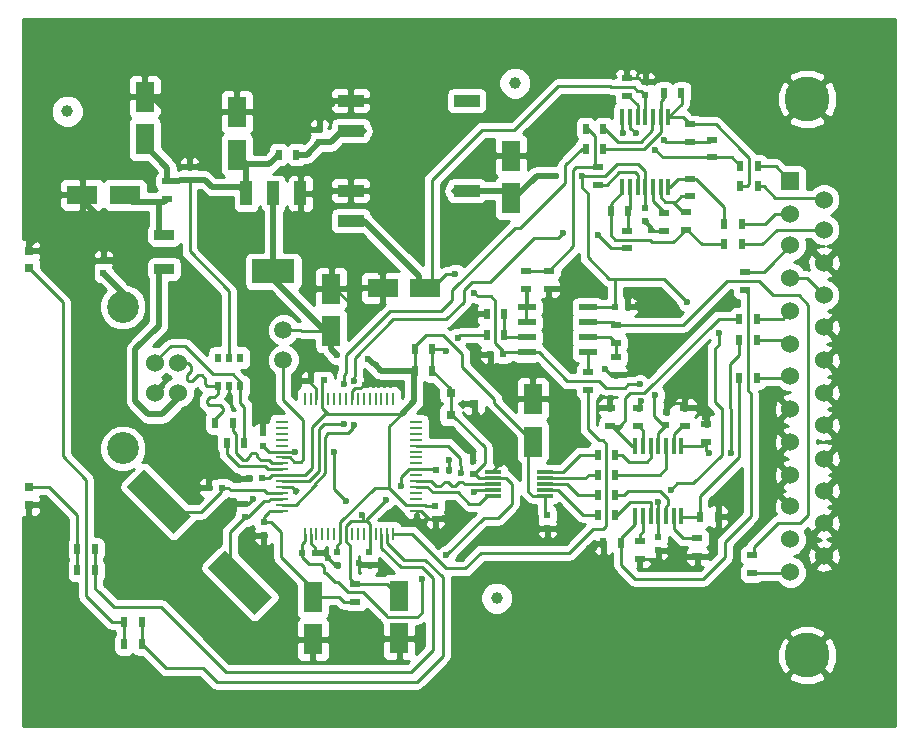
<source format=gbr>
G04 #@! TF.FileFunction,Copper,L1,Top,Signal*
%FSLAX46Y46*%
G04 Gerber Fmt 4.6, Leading zero omitted, Abs format (unit mm)*
G04 Created by KiCad (PCBNEW 4.0.2-stable) date 2016-07-26 17:25.47*
%MOMM*%
G01*
G04 APERTURE LIST*
%ADD10C,0.100000*%
%ADD11C,1.000000*%
%ADD12C,1.506220*%
%ADD13R,0.900000X0.500000*%
%ADD14R,3.657600X2.032000*%
%ADD15R,1.016000X2.032000*%
%ADD16R,0.500000X0.600000*%
%ADD17R,0.600000X0.500000*%
%ADD18R,0.797560X0.797560*%
%ADD19R,1.700000X0.900000*%
%ADD20R,0.500000X0.900000*%
%ADD21C,1.524000*%
%ADD22C,2.700020*%
%ADD23C,3.810000*%
%ADD24R,1.524000X1.524000*%
%ADD25R,0.550000X0.800000*%
%ADD26R,0.800100X0.800100*%
%ADD27R,2.200000X1.000000*%
%ADD28R,1.400000X0.300000*%
%ADD29R,0.450000X1.450000*%
%ADD30R,1.550000X0.600000*%
%ADD31R,0.250000X1.000000*%
%ADD32R,1.000000X0.250000*%
%ADD33R,2.600960X1.600200*%
%ADD34R,1.600200X2.600960*%
%ADD35C,0.600000*%
%ADD36C,0.500000*%
%ADD37C,0.250000*%
%ADD38C,0.254000*%
G04 APERTURE END LIST*
D10*
D11*
X104350000Y-108450000D03*
X142250000Y-106050000D03*
D12*
X122650000Y-129470000D03*
X122650000Y-126930000D03*
D13*
X150800000Y-126550000D03*
X150800000Y-128050000D03*
D14*
X121800000Y-122002000D03*
D15*
X121800000Y-115398000D03*
X119514000Y-115398000D03*
X124086000Y-115398000D03*
D16*
X107400000Y-122150000D03*
X107400000Y-121050000D03*
X114700000Y-114250000D03*
X114700000Y-113150000D03*
X125700000Y-111050000D03*
X125700000Y-109950000D03*
X145000000Y-142650000D03*
X145000000Y-143750000D03*
X138700000Y-138050000D03*
X138700000Y-139150000D03*
X154400000Y-145600000D03*
X154400000Y-144500000D03*
X155050000Y-133900000D03*
X155050000Y-135000000D03*
X153300000Y-117750000D03*
X153300000Y-116650000D03*
D17*
X140150000Y-129000000D03*
X141250000Y-129000000D03*
X151800000Y-125000000D03*
X150700000Y-125000000D03*
D16*
X153300000Y-105950000D03*
X153300000Y-107050000D03*
D17*
X135550000Y-138800000D03*
X136650000Y-138800000D03*
D16*
X120900000Y-136750000D03*
X120900000Y-135650000D03*
D17*
X126050000Y-131200000D03*
X124950000Y-131200000D03*
D16*
X129900000Y-145750000D03*
X129900000Y-146850000D03*
D17*
X120850000Y-139500000D03*
X119750000Y-139500000D03*
D16*
X127200000Y-145750000D03*
X127200000Y-146850000D03*
X135500000Y-141850000D03*
X135500000Y-142950000D03*
X121000000Y-143250000D03*
X121000000Y-144350000D03*
X119400000Y-142750000D03*
X119400000Y-141650000D03*
D17*
X117450000Y-140300000D03*
X116350000Y-140300000D03*
X124250000Y-145800000D03*
X125350000Y-145800000D03*
D18*
X101100000Y-121749300D03*
X101100000Y-120250700D03*
X101100000Y-140250700D03*
X101100000Y-141749300D03*
D19*
X112550000Y-121800000D03*
X112550000Y-118900000D03*
D13*
X112800000Y-115850000D03*
X112800000Y-114350000D03*
D20*
X122250000Y-112100000D03*
X123750000Y-112100000D03*
D13*
X128750000Y-148450000D03*
X128750000Y-149950000D03*
D21*
X113750000Y-129710000D03*
X113750000Y-132250000D03*
X111751020Y-132250000D03*
X111751020Y-129710000D03*
D22*
X109051000Y-124980520D03*
X109051000Y-136979480D03*
D23*
X167000000Y-154500000D03*
X167000000Y-107400000D03*
D24*
X165580000Y-114340000D03*
D21*
X165580000Y-117134000D03*
X165580000Y-119801000D03*
X165580000Y-122595000D03*
X165580000Y-125389000D03*
X165580000Y-128183000D03*
X165580000Y-130850000D03*
X165580000Y-133644000D03*
X165580000Y-136438000D03*
X165580000Y-139232000D03*
X165580000Y-141899000D03*
X165580000Y-144693000D03*
X165580000Y-147487000D03*
X168420000Y-115914800D03*
X168420000Y-118454800D03*
X168420000Y-121248800D03*
X168420000Y-123992000D03*
X168420000Y-126735200D03*
X168420000Y-129529200D03*
X168420000Y-132272400D03*
X168420000Y-135015600D03*
X168420000Y-137860400D03*
X168420000Y-140552800D03*
X168420000Y-143296000D03*
X168420000Y-146090000D03*
D20*
X117850000Y-136500000D03*
X119350000Y-136500000D03*
X118350000Y-134800000D03*
X116850000Y-134800000D03*
X162850000Y-113100000D03*
X161350000Y-113100000D03*
X162850000Y-114800000D03*
X161350000Y-114800000D03*
X161450000Y-118000000D03*
X159950000Y-118000000D03*
X161450000Y-119700000D03*
X159950000Y-119700000D03*
D13*
X161700000Y-122050000D03*
X161700000Y-123550000D03*
D20*
X162750000Y-126000000D03*
X161250000Y-126000000D03*
X162750000Y-127800000D03*
X161250000Y-127800000D03*
X162750000Y-131000000D03*
X161250000Y-131000000D03*
D13*
X162300000Y-147550000D03*
X162300000Y-146050000D03*
D20*
X133750000Y-130400000D03*
X135250000Y-130400000D03*
X133750000Y-128600000D03*
X135250000Y-128600000D03*
X139850000Y-127400000D03*
X141350000Y-127400000D03*
X141350000Y-125600000D03*
X139850000Y-125600000D03*
X150750000Y-137500000D03*
X149250000Y-137500000D03*
X150750000Y-140900000D03*
X149250000Y-140900000D03*
D13*
X152700000Y-133550000D03*
X152700000Y-135050000D03*
X157700000Y-146100000D03*
X157700000Y-144600000D03*
X150300000Y-135050000D03*
X150300000Y-133550000D03*
D20*
X157950000Y-142750000D03*
X159450000Y-142750000D03*
D13*
X143200000Y-123450000D03*
X143200000Y-121950000D03*
X145100000Y-121950000D03*
X145100000Y-123450000D03*
D20*
X150750000Y-139200000D03*
X149250000Y-139200000D03*
X150750000Y-142600000D03*
X149250000Y-142600000D03*
D13*
X152800000Y-146350000D03*
X152800000Y-144850000D03*
X156650000Y-133550000D03*
X156650000Y-135050000D03*
D20*
X151250000Y-145000000D03*
X149750000Y-145000000D03*
D13*
X158450000Y-136450000D03*
X158450000Y-134950000D03*
X148400000Y-130550000D03*
X148400000Y-132050000D03*
X150800000Y-130750000D03*
X150800000Y-129250000D03*
X149300000Y-114650000D03*
X149300000Y-113150000D03*
D20*
X149750000Y-109900000D03*
X148250000Y-109900000D03*
X149750000Y-111600000D03*
X148250000Y-111600000D03*
D13*
X151700000Y-118550000D03*
X151700000Y-120050000D03*
D20*
X156350000Y-106900000D03*
X154850000Y-106900000D03*
X150350000Y-116900000D03*
X151850000Y-116900000D03*
D13*
X157100000Y-111050000D03*
X157100000Y-109550000D03*
X156700000Y-116950000D03*
X156700000Y-118450000D03*
X151700000Y-107150000D03*
X151700000Y-105650000D03*
X154900000Y-117050000D03*
X154900000Y-118550000D03*
X158900000Y-112350000D03*
X158900000Y-110850000D03*
X157100000Y-114150000D03*
X157100000Y-115650000D03*
D20*
X110650000Y-153550000D03*
X109150000Y-153550000D03*
X110650000Y-151700000D03*
X109150000Y-151700000D03*
X106700000Y-147300000D03*
X105200000Y-147300000D03*
X106700000Y-145500000D03*
X105200000Y-145500000D03*
D25*
X117100000Y-129300000D03*
X118050000Y-129300000D03*
X119000000Y-129300000D03*
X119000000Y-131700000D03*
X118050000Y-131700000D03*
X117100000Y-131700000D03*
D26*
X136799240Y-132250000D03*
X136799240Y-134150000D03*
X138798220Y-133200000D03*
D27*
X128340000Y-117700000D03*
X128340000Y-115160000D03*
X128340000Y-110080000D03*
X128340000Y-107540000D03*
X138160000Y-115160000D03*
X138160000Y-107540000D03*
D28*
X144800000Y-141000000D03*
X144800000Y-140500000D03*
X144800000Y-140000000D03*
X144800000Y-139500000D03*
X144800000Y-139000000D03*
X140400000Y-139000000D03*
X140400000Y-139500000D03*
X140400000Y-140000000D03*
X140400000Y-140500000D03*
X140400000Y-141000000D03*
D29*
X152450000Y-142700000D03*
X153100000Y-142700000D03*
X153750000Y-142700000D03*
X154400000Y-142700000D03*
X155050000Y-142700000D03*
X155700000Y-142700000D03*
X156350000Y-142700000D03*
X156350000Y-136800000D03*
X155700000Y-136800000D03*
X155050000Y-136800000D03*
X154400000Y-136800000D03*
X153750000Y-136800000D03*
X153100000Y-136800000D03*
X152450000Y-136800000D03*
D30*
X143250000Y-125045000D03*
X143250000Y-126315000D03*
X143250000Y-127585000D03*
X143250000Y-128855000D03*
X148400000Y-128855000D03*
X148400000Y-127585000D03*
X148400000Y-126315000D03*
X148400000Y-125045000D03*
D29*
X151350000Y-114850000D03*
X152000000Y-114850000D03*
X152650000Y-114850000D03*
X153300000Y-114850000D03*
X153950000Y-114850000D03*
X154600000Y-114850000D03*
X155250000Y-114850000D03*
X155250000Y-108950000D03*
X154600000Y-108950000D03*
X153950000Y-108950000D03*
X153300000Y-108950000D03*
X152650000Y-108950000D03*
X152000000Y-108950000D03*
X151350000Y-108950000D03*
D31*
X124450000Y-144200000D03*
X124950000Y-144200000D03*
X125450000Y-144200000D03*
X125950000Y-144200000D03*
X126450000Y-144200000D03*
X126950000Y-144200000D03*
X127450000Y-144200000D03*
X127950000Y-144200000D03*
X128450000Y-144200000D03*
X128950000Y-144200000D03*
X129450000Y-144200000D03*
X129950000Y-144200000D03*
X130450000Y-144200000D03*
X130950000Y-144200000D03*
X131450000Y-144200000D03*
X131950000Y-144200000D03*
D32*
X133900000Y-142250000D03*
X133900000Y-141750000D03*
X133900000Y-141250000D03*
X133900000Y-140750000D03*
X133900000Y-140250000D03*
X133900000Y-139750000D03*
X133900000Y-139250000D03*
X133900000Y-138750000D03*
X133900000Y-138250000D03*
X133900000Y-137750000D03*
X133900000Y-137250000D03*
X133900000Y-136750000D03*
X133900000Y-136250000D03*
X133900000Y-135750000D03*
X133900000Y-135250000D03*
X133900000Y-134750000D03*
D31*
X131950000Y-132800000D03*
X131450000Y-132800000D03*
X130950000Y-132800000D03*
X130450000Y-132800000D03*
X129950000Y-132800000D03*
X129450000Y-132800000D03*
X128950000Y-132800000D03*
X128450000Y-132800000D03*
X127950000Y-132800000D03*
X127450000Y-132800000D03*
X126950000Y-132800000D03*
X126450000Y-132800000D03*
X125950000Y-132800000D03*
X125450000Y-132800000D03*
X124950000Y-132800000D03*
X124450000Y-132800000D03*
D32*
X122500000Y-134750000D03*
X122500000Y-135250000D03*
X122500000Y-135750000D03*
X122500000Y-136250000D03*
X122500000Y-136750000D03*
X122500000Y-137250000D03*
X122500000Y-137750000D03*
X122500000Y-138250000D03*
X122500000Y-138750000D03*
X122500000Y-139250000D03*
X122500000Y-139750000D03*
X122500000Y-140250000D03*
X122500000Y-140750000D03*
X122500000Y-141250000D03*
X122500000Y-141750000D03*
X122500000Y-142250000D03*
D10*
G36*
X121701476Y-149566141D02*
X120216141Y-151051476D01*
X116255848Y-147091183D01*
X117741183Y-145605848D01*
X121701476Y-149566141D01*
X121701476Y-149566141D01*
G37*
G36*
X114844152Y-142708817D02*
X113358817Y-144194152D01*
X109398524Y-140233859D01*
X110883859Y-138748524D01*
X114844152Y-142708817D01*
X114844152Y-142708817D01*
G37*
D33*
X109200860Y-115500000D03*
X105599140Y-115500000D03*
D34*
X110900000Y-110800860D03*
X110900000Y-107199140D03*
X118700000Y-112100860D03*
X118700000Y-108499140D03*
X141900000Y-112199140D03*
X141900000Y-115800860D03*
D33*
X134650860Y-123400000D03*
X131049140Y-123400000D03*
D34*
X143750000Y-136400860D03*
X143750000Y-132799140D03*
X126700000Y-127050860D03*
X126700000Y-123449140D03*
X132450000Y-149449140D03*
X132450000Y-153050860D03*
X125150000Y-149549140D03*
X125150000Y-153150860D03*
D11*
X140700000Y-149650000D03*
D35*
X106600000Y-116950000D03*
X112500000Y-108150000D03*
X117100000Y-108800000D03*
X128250000Y-124650000D03*
X126700000Y-121550000D03*
X130900000Y-122050000D03*
X140500000Y-112250000D03*
X131000000Y-153000000D03*
X123700000Y-153050000D03*
X142300000Y-132800000D03*
X140950000Y-138300000D03*
X129600000Y-131600000D03*
X123700000Y-140550000D03*
X118050000Y-132700000D03*
X149900000Y-130300000D03*
X152700000Y-124850000D03*
X153800000Y-118500000D03*
X152850000Y-105050000D03*
X120050000Y-141250000D03*
X116550000Y-139500000D03*
X118650000Y-139300000D03*
X139050000Y-134150000D03*
X138450000Y-137200000D03*
X136650000Y-138000000D03*
X136350000Y-142900000D03*
X126400000Y-146250000D03*
X129050000Y-146700000D03*
X102350000Y-141900000D03*
X126650000Y-115100000D03*
X123700000Y-117100000D03*
X124900000Y-130300000D03*
X144100000Y-143750000D03*
X148950000Y-145400000D03*
X154050000Y-146500000D03*
X156550000Y-145850000D03*
X159500000Y-141700000D03*
X158350000Y-134300000D03*
X155600000Y-133150000D03*
X152950000Y-133000000D03*
X150350000Y-132750000D03*
X139250000Y-129100000D03*
X146300000Y-123450000D03*
X139000000Y-125600000D03*
X126750000Y-107850000D03*
X124850000Y-110000000D03*
X115600000Y-113050000D03*
X101650000Y-119300000D03*
X120900000Y-135000000D03*
X108100000Y-121100000D03*
X129850000Y-129400000D03*
X127150000Y-129050000D03*
X145700000Y-113900000D03*
X147900000Y-113900000D03*
X156850000Y-124600000D03*
X159550000Y-127250000D03*
X155450000Y-140500000D03*
X154400000Y-141500000D03*
X138800000Y-123800000D03*
X137200000Y-122200000D03*
X152850000Y-131550000D03*
X154150000Y-132450000D03*
X134350000Y-148050000D03*
X136400000Y-146050000D03*
X136400000Y-128700000D03*
X137400000Y-127600000D03*
X123650000Y-137250000D03*
X126950000Y-137300000D03*
X127950000Y-141400000D03*
X129300000Y-142600000D03*
X132600000Y-140200000D03*
X131350000Y-141350000D03*
X151400000Y-110300000D03*
X154100000Y-111700000D03*
X160550000Y-137350000D03*
X158650000Y-137400000D03*
X127800000Y-131550000D03*
X127800000Y-134900000D03*
X128650000Y-131250000D03*
X128650000Y-135000000D03*
X149250000Y-118900000D03*
X146300000Y-118750000D03*
X152500000Y-110300000D03*
X154900000Y-110900000D03*
X137700000Y-139100000D03*
X138800000Y-140700000D03*
D36*
X112050000Y-116100000D02*
X112550000Y-116100000D01*
X112550000Y-116100000D02*
X112800000Y-115850000D01*
X112100000Y-116100000D02*
X112050000Y-116100000D01*
X112050000Y-116100000D02*
X109800860Y-116100000D01*
X109800860Y-116100000D02*
X109200860Y-115500000D01*
X112100000Y-118850000D02*
X112100000Y-116100000D01*
X105599140Y-115500000D02*
X105599140Y-115949140D01*
X105599140Y-115949140D02*
X106600000Y-116950000D01*
X110900000Y-107199140D02*
X111549140Y-107199140D01*
X111549140Y-107199140D02*
X112500000Y-108150000D01*
X118700000Y-108499140D02*
X117400860Y-108499140D01*
X117400860Y-108499140D02*
X117100000Y-108800000D01*
D37*
X126700000Y-123449140D02*
X127049140Y-123449140D01*
X127049140Y-123449140D02*
X128250000Y-124650000D01*
X126700000Y-123449140D02*
X126700000Y-121550000D01*
X131049140Y-123400000D02*
X131049140Y-122199140D01*
X131049140Y-122199140D02*
X130900000Y-122050000D01*
X141900000Y-112199140D02*
X140550860Y-112199140D01*
X140550860Y-112199140D02*
X140500000Y-112250000D01*
X132450000Y-153050860D02*
X131050860Y-153050860D01*
X131050860Y-153050860D02*
X131000000Y-153000000D01*
X125150000Y-153150860D02*
X123800860Y-153150860D01*
X123800860Y-153150860D02*
X123700000Y-153050000D01*
X143750000Y-132799140D02*
X142300860Y-132799140D01*
X142300860Y-132799140D02*
X142300000Y-132800000D01*
X140400000Y-139000000D02*
X140400000Y-138850000D01*
X140400000Y-138850000D02*
X140950000Y-138300000D01*
X128450000Y-132150000D02*
X128700000Y-131900000D01*
X128700000Y-131900000D02*
X129150000Y-131900000D01*
X129150000Y-131900000D02*
X129600000Y-131600000D01*
X128450000Y-132800000D02*
X128450000Y-132150000D01*
X124950000Y-144200000D02*
X124950000Y-145000000D01*
X122500000Y-140250000D02*
X123400000Y-140250000D01*
X123400000Y-140250000D02*
X123700000Y-140550000D01*
X125450000Y-132800000D02*
X125450000Y-131950000D01*
X125450000Y-131950000D02*
X124950000Y-131450000D01*
X124950000Y-131450000D02*
X124950000Y-131200000D01*
X118050000Y-131700000D02*
X118050000Y-132700000D01*
X150800000Y-130750000D02*
X150350000Y-130750000D01*
X150350000Y-130750000D02*
X149900000Y-130300000D01*
X151800000Y-125000000D02*
X152550000Y-125000000D01*
X152550000Y-125000000D02*
X152700000Y-124850000D01*
X153775000Y-118275000D02*
X153775000Y-118475000D01*
X153775000Y-118475000D02*
X153800000Y-118500000D01*
X154900000Y-118550000D02*
X154050000Y-118550000D01*
X154050000Y-118550000D02*
X153775000Y-118275000D01*
X153775000Y-118275000D02*
X153300000Y-117800000D01*
X153300000Y-117800000D02*
X153800000Y-118300000D01*
X153800000Y-118300000D02*
X153800000Y-118250000D01*
X153800000Y-118250000D02*
X153300000Y-117750000D01*
X152550000Y-105650000D02*
X152550000Y-105350000D01*
X152550000Y-105350000D02*
X152850000Y-105050000D01*
X153300000Y-105950000D02*
X153050000Y-105950000D01*
X153050000Y-105950000D02*
X152750000Y-105650000D01*
X152750000Y-105650000D02*
X152550000Y-105650000D01*
X152550000Y-105650000D02*
X151700000Y-105650000D01*
X119400000Y-141650000D02*
X119650000Y-141650000D01*
X119650000Y-141650000D02*
X120050000Y-141250000D01*
X116350000Y-140300000D02*
X116350000Y-139700000D01*
X116350000Y-139700000D02*
X116550000Y-139500000D01*
X119750000Y-139500000D02*
X118850000Y-139500000D01*
X118850000Y-139500000D02*
X118650000Y-139300000D01*
X138798220Y-133200000D02*
X138798220Y-133898220D01*
X138798220Y-133898220D02*
X139050000Y-134150000D01*
X138700000Y-138050000D02*
X138700000Y-137450000D01*
X138700000Y-137450000D02*
X138450000Y-137200000D01*
X136650000Y-138800000D02*
X136650000Y-138000000D01*
X135500000Y-142950000D02*
X136300000Y-142950000D01*
X136300000Y-142950000D02*
X136350000Y-142900000D01*
X133900000Y-142250000D02*
X134300000Y-142250000D01*
X134300000Y-142250000D02*
X135000000Y-142950000D01*
X135000000Y-142950000D02*
X135500000Y-142950000D01*
X127200000Y-146850000D02*
X127000000Y-146850000D01*
X127000000Y-146850000D02*
X126400000Y-146250000D01*
X125950000Y-145800000D02*
X126400000Y-146250000D01*
X129900000Y-146850000D02*
X129200000Y-146850000D01*
X129200000Y-146850000D02*
X129050000Y-146700000D01*
X101100000Y-141749300D02*
X102199300Y-141749300D01*
X102199300Y-141749300D02*
X102350000Y-141900000D01*
X129440000Y-115160000D02*
X126710000Y-115160000D01*
X126710000Y-115160000D02*
X126650000Y-115100000D01*
X124086000Y-115398000D02*
X124086000Y-116714000D01*
X124086000Y-116714000D02*
X123700000Y-117100000D01*
X124950000Y-131200000D02*
X124950000Y-130350000D01*
X124950000Y-130350000D02*
X124900000Y-130300000D01*
X145000000Y-143750000D02*
X144100000Y-143750000D01*
X149750000Y-145000000D02*
X149350000Y-145000000D01*
X149350000Y-145000000D02*
X148950000Y-145400000D01*
X152800000Y-146350000D02*
X153900000Y-146350000D01*
X154400000Y-146150000D02*
X154050000Y-146500000D01*
X154400000Y-146150000D02*
X154400000Y-145600000D01*
X153900000Y-146350000D02*
X154050000Y-146500000D01*
X157700000Y-146100000D02*
X156800000Y-146100000D01*
X156800000Y-146100000D02*
X156550000Y-145850000D01*
X159450000Y-142750000D02*
X159450000Y-141750000D01*
X159450000Y-141750000D02*
X159500000Y-141700000D01*
X158450000Y-134950000D02*
X158450000Y-134400000D01*
X158450000Y-134400000D02*
X158350000Y-134300000D01*
X155600000Y-133150000D02*
X156250000Y-133150000D01*
X156250000Y-133150000D02*
X156650000Y-133550000D01*
X155050000Y-133900000D02*
X155050000Y-133700000D01*
X155050000Y-133700000D02*
X155600000Y-133150000D01*
X155600000Y-133200000D02*
X155600000Y-133150000D01*
X152700000Y-133550000D02*
X152800000Y-133150000D01*
X152800000Y-133150000D02*
X152950000Y-133000000D01*
X150300000Y-133550000D02*
X150300000Y-132800000D01*
X150300000Y-132800000D02*
X150350000Y-132750000D01*
X140150000Y-129000000D02*
X139350000Y-129000000D01*
X139350000Y-129000000D02*
X139250000Y-129100000D01*
X145100000Y-123450000D02*
X146300000Y-123450000D01*
X139850000Y-125600000D02*
X139000000Y-125600000D01*
X129440000Y-107540000D02*
X127060000Y-107540000D01*
X127060000Y-107540000D02*
X126750000Y-107850000D01*
X125700000Y-109950000D02*
X124900000Y-109950000D01*
X124900000Y-109950000D02*
X124850000Y-110000000D01*
X114700000Y-113150000D02*
X115500000Y-113150000D01*
X115500000Y-113150000D02*
X115600000Y-113050000D01*
X101100000Y-120250700D02*
X101100000Y-119850000D01*
X101100000Y-119850000D02*
X101650000Y-119300000D01*
X120900000Y-135650000D02*
X120900000Y-135000000D01*
D36*
X107400000Y-121050000D02*
X108050000Y-121050000D01*
X108050000Y-121050000D02*
X108100000Y-121100000D01*
D37*
X125350000Y-145400000D02*
X125350000Y-145800000D01*
X124950000Y-145000000D02*
X125350000Y-145400000D01*
X125350000Y-145800000D02*
X125950000Y-145800000D01*
D36*
X109051000Y-124980520D02*
X109051000Y-123801000D01*
X109051000Y-123801000D02*
X107400000Y-122150000D01*
X119514000Y-112914860D02*
X121435140Y-112914860D01*
X121435140Y-112914860D02*
X122250000Y-112100000D01*
X119514000Y-115398000D02*
X119514000Y-112914860D01*
X119514000Y-112914860D02*
X118700000Y-112100860D01*
X112800000Y-114350000D02*
X112800000Y-113200000D01*
X112800000Y-113200000D02*
X110900000Y-111300000D01*
X110900000Y-111300000D02*
X110900000Y-110800860D01*
X112800000Y-114350000D02*
X113800000Y-114350000D01*
X113900000Y-114250000D02*
X114700000Y-114250000D01*
X113800000Y-114350000D02*
X113900000Y-114250000D01*
X122150000Y-112200000D02*
X122250000Y-112100000D01*
X116600000Y-114850000D02*
X118966000Y-114850000D01*
X116000000Y-114250000D02*
X116600000Y-114850000D01*
D37*
X118050000Y-129300000D02*
X118050000Y-123650000D01*
X114700000Y-120300000D02*
X114700000Y-114250000D01*
X118050000Y-123650000D02*
X114700000Y-120300000D01*
D36*
X119514000Y-115398000D02*
X119514000Y-114686000D01*
X118966000Y-114850000D02*
X119514000Y-115398000D01*
X114700000Y-114250000D02*
X116000000Y-114250000D01*
X126700000Y-127050860D02*
X126700000Y-128600000D01*
X130325000Y-129875000D02*
X130375000Y-129875000D01*
X129850000Y-129400000D02*
X130325000Y-129875000D01*
X126700000Y-128600000D02*
X127150000Y-129050000D01*
D37*
X126700000Y-127050860D02*
X124190860Y-127050860D01*
X124070000Y-126930000D02*
X122650000Y-126930000D01*
X124190860Y-127050860D02*
X124070000Y-126930000D01*
D36*
X121800000Y-122002000D02*
X121800000Y-122650000D01*
X121800000Y-122650000D02*
X126200860Y-127050860D01*
X126200860Y-127050860D02*
X126700000Y-127050860D01*
X126700000Y-127050860D02*
X127050000Y-127400860D01*
X130900000Y-130400000D02*
X133750000Y-130400000D01*
X130375000Y-129875000D02*
X130900000Y-130400000D01*
X130300000Y-129800000D02*
X130375000Y-129875000D01*
D37*
X133750000Y-130400000D02*
X133750000Y-130650000D01*
X133750000Y-130650000D02*
X133700000Y-130700000D01*
D36*
X133700000Y-130700000D02*
X133700000Y-133000000D01*
X133700000Y-133000000D02*
X132650000Y-134050000D01*
D37*
X132650000Y-134050000D02*
X131600000Y-135100000D01*
X131600000Y-135100000D02*
X131600000Y-140300000D01*
X131600000Y-140300000D02*
X133050000Y-141750000D01*
X133650000Y-130300000D02*
X133750000Y-130200000D01*
X133750000Y-130200000D02*
X133750000Y-128600000D01*
X126050000Y-134250000D02*
X126000000Y-134250000D01*
X126450000Y-134050000D02*
X126050000Y-134050000D01*
X126050000Y-134050000D02*
X126050000Y-134250000D01*
X126000000Y-134250000D02*
X125050000Y-135200000D01*
X132650000Y-134050000D02*
X126450000Y-134050000D01*
X126450000Y-134050000D02*
X125950000Y-133550000D01*
X131600000Y-140300000D02*
X130400000Y-140300000D01*
X130400000Y-140300000D02*
X127450000Y-143250000D01*
X125050000Y-135200000D02*
X125050000Y-138650000D01*
X125050000Y-138650000D02*
X124450000Y-139250000D01*
X124450000Y-139250000D02*
X123550000Y-139250000D01*
X140500000Y-132800000D02*
X140500000Y-133150860D01*
X134700000Y-127400000D02*
X136200000Y-127400000D01*
X133750000Y-128350000D02*
X134700000Y-127400000D01*
X136200000Y-127400000D02*
X137800000Y-129000000D01*
X137800000Y-129000000D02*
X137800000Y-130100000D01*
X137800000Y-130100000D02*
X140500000Y-132800000D01*
X140500000Y-133150860D02*
X143750000Y-136400860D01*
X144800000Y-141000000D02*
X143750000Y-141000000D01*
X143400000Y-140650000D02*
X143400000Y-136750860D01*
X143750000Y-141000000D02*
X143400000Y-140650000D01*
X143400000Y-136750860D02*
X143750000Y-136400860D01*
X123550000Y-139250000D02*
X122500000Y-139250000D01*
X133750000Y-128600000D02*
X133750000Y-128350000D01*
X144800000Y-141000000D02*
X144800000Y-142450000D01*
X144800000Y-142450000D02*
X145000000Y-142650000D01*
X125950000Y-133550000D02*
X125950000Y-132800000D01*
X127450000Y-143250000D02*
X127450000Y-144200000D01*
X133050000Y-141750000D02*
X133900000Y-141750000D01*
D36*
X121800000Y-115398000D02*
X121800000Y-122002000D01*
D37*
X135500000Y-141850000D02*
X134750000Y-141850000D01*
X134650000Y-141750000D02*
X133900000Y-141750000D01*
X134750000Y-141850000D02*
X134650000Y-141750000D01*
X125950000Y-132800000D02*
X125950000Y-131300000D01*
X125950000Y-131300000D02*
X126050000Y-131200000D01*
X127200000Y-145750000D02*
X127200000Y-145200000D01*
X127200000Y-145200000D02*
X127450000Y-144950000D01*
X127450000Y-144950000D02*
X127450000Y-144200000D01*
X122500000Y-139250000D02*
X121650000Y-139250000D01*
X121400000Y-139500000D02*
X120850000Y-139500000D01*
X121650000Y-139250000D02*
X121400000Y-139500000D01*
D36*
X125700000Y-111050000D02*
X126650000Y-111050000D01*
X126650000Y-111050000D02*
X127620000Y-110080000D01*
X127620000Y-110080000D02*
X129440000Y-110080000D01*
X123750000Y-112100000D02*
X124650000Y-112100000D01*
X124650000Y-112100000D02*
X125700000Y-111050000D01*
X137060000Y-115160000D02*
X141259140Y-115160000D01*
D37*
X141259140Y-115160000D02*
X141900000Y-115800860D01*
X141900000Y-115800860D02*
X142199140Y-115800860D01*
D36*
X142199140Y-115800860D02*
X144100000Y-113900000D01*
X144100000Y-113900000D02*
X145700000Y-113900000D01*
D37*
X147900000Y-113900000D02*
X147900000Y-114900000D01*
X149900000Y-113900000D02*
X150900000Y-112900000D01*
X147900000Y-113900000D02*
X149900000Y-113900000D01*
X150900000Y-112900000D02*
X152700000Y-112900000D01*
X147900000Y-114900000D02*
X148400000Y-115400000D01*
X152700000Y-112900000D02*
X153300000Y-113500000D01*
X148400000Y-115400000D02*
X148400000Y-120800000D01*
X150200000Y-122600000D02*
X148400000Y-120800000D01*
X150700000Y-122600000D02*
X150200000Y-122600000D01*
X159800000Y-133600000D02*
X159700000Y-133600000D01*
X159800000Y-137500000D02*
X159800000Y-133600000D01*
X157350000Y-139950000D02*
X159800000Y-137500000D01*
X156000000Y-139950000D02*
X157350000Y-139950000D01*
X159150000Y-128550000D02*
X159550000Y-128150000D01*
X159150000Y-133050000D02*
X159150000Y-128550000D01*
X159700000Y-133600000D02*
X159150000Y-133050000D01*
X159550000Y-128150000D02*
X159550000Y-127250000D01*
X154850000Y-122600000D02*
X150700000Y-122600000D01*
X156850000Y-124600000D02*
X154850000Y-122600000D01*
X155450000Y-140500000D02*
X156000000Y-139950000D01*
X154400000Y-142700000D02*
X154400000Y-141500000D01*
X150700000Y-125000000D02*
X150700000Y-122600000D01*
X153300000Y-113500000D02*
X153300000Y-114850000D01*
X148400000Y-125045000D02*
X150655000Y-125045000D01*
X150655000Y-125045000D02*
X150700000Y-125000000D01*
X153300000Y-116650000D02*
X153300000Y-114850000D01*
X154400000Y-144500000D02*
X154400000Y-142700000D01*
X134650860Y-123400000D02*
X135250000Y-123400000D01*
X135250000Y-123400000D02*
X136450000Y-122200000D01*
X136450000Y-122200000D02*
X137200000Y-122200000D01*
D36*
X132500000Y-120800000D02*
X134100000Y-122400000D01*
X129440000Y-117740000D02*
X132500000Y-120800000D01*
X134100000Y-122400000D02*
X134100000Y-122849140D01*
X134100000Y-122849140D02*
X134650860Y-123400000D01*
D37*
X140600000Y-128100000D02*
X141250000Y-128750000D01*
X140600000Y-124500000D02*
X140600000Y-128100000D01*
X140200000Y-124100000D02*
X140600000Y-124500000D01*
X139100000Y-124100000D02*
X140200000Y-124100000D01*
X138800000Y-123800000D02*
X139100000Y-124100000D01*
X134400000Y-123400000D02*
X135200000Y-122600000D01*
X135200000Y-122600000D02*
X135200000Y-119000000D01*
X150400000Y-106400000D02*
X152300000Y-106400000D01*
X135200000Y-119000000D02*
X135200000Y-114300000D01*
X135200000Y-114300000D02*
X139500000Y-110000000D01*
X139500000Y-110000000D02*
X142200000Y-110000000D01*
X142200000Y-110000000D02*
X145900000Y-106300000D01*
X145900000Y-106300000D02*
X150300000Y-106300000D01*
X150300000Y-106300000D02*
X150400000Y-106400000D01*
X155050000Y-135000000D02*
X154800000Y-135000000D01*
X154800000Y-135000000D02*
X154050000Y-134250000D01*
X151550000Y-131850000D02*
X151850000Y-131550000D01*
X151850000Y-131550000D02*
X152850000Y-131550000D01*
X143250000Y-128855000D02*
X144255000Y-128855000D01*
X149400000Y-131300000D02*
X149950000Y-131850000D01*
X146700000Y-131300000D02*
X149400000Y-131300000D01*
X144255000Y-128855000D02*
X146700000Y-131300000D01*
X149950000Y-131850000D02*
X151550000Y-131850000D01*
X154050000Y-132550000D02*
X154150000Y-132450000D01*
X154050000Y-134250000D02*
X154050000Y-132550000D01*
X154400000Y-136800000D02*
X154400000Y-135650000D01*
X154400000Y-135650000D02*
X155050000Y-135000000D01*
X141250000Y-128750000D02*
X141250000Y-129000000D01*
X152950000Y-106700000D02*
X153300000Y-107050000D01*
X152600000Y-106700000D02*
X152950000Y-106700000D01*
X152300000Y-106400000D02*
X152600000Y-106700000D01*
X153300000Y-108950000D02*
X153300000Y-107050000D01*
X143250000Y-128855000D02*
X141395000Y-128855000D01*
X141395000Y-128855000D02*
X141250000Y-129000000D01*
D36*
X129440000Y-117700000D02*
X129440000Y-117740000D01*
D37*
X131450000Y-151250000D02*
X131450000Y-151200000D01*
X134000000Y-151250000D02*
X131450000Y-151250000D01*
X139600000Y-142850000D02*
X136400000Y-146050000D01*
X134350000Y-148050000D02*
X134350000Y-150900000D01*
X134350000Y-150900000D02*
X134000000Y-151250000D01*
X131450000Y-151200000D02*
X129900000Y-149650000D01*
X128100000Y-149150000D02*
X127250000Y-148300000D01*
X129400000Y-149150000D02*
X128100000Y-149150000D01*
X129900000Y-149650000D02*
X129400000Y-149150000D01*
X124250000Y-146200000D02*
X124250000Y-145800000D01*
X126100000Y-147000000D02*
X126100000Y-147500000D01*
X125850000Y-146750000D02*
X126100000Y-147000000D01*
X124250000Y-146200000D02*
X124800000Y-146750000D01*
X124800000Y-146750000D02*
X125850000Y-146750000D01*
X126250000Y-147500000D02*
X126100000Y-147500000D01*
X127050000Y-148300000D02*
X126250000Y-147500000D01*
X127250000Y-148300000D02*
X127050000Y-148300000D01*
X142000000Y-141700000D02*
X142000000Y-140000000D01*
X142000000Y-140000000D02*
X141500000Y-139500000D01*
X139700000Y-136900000D02*
X139700000Y-138200000D01*
X141500000Y-139500000D02*
X140400000Y-139500000D01*
X139850000Y-127400000D02*
X137600000Y-127400000D01*
X136300000Y-128600000D02*
X135250000Y-128600000D01*
X136400000Y-128700000D02*
X136300000Y-128600000D01*
X137600000Y-127400000D02*
X137400000Y-127600000D01*
X136799240Y-134150000D02*
X136950000Y-134150000D01*
X136950000Y-134150000D02*
X139700000Y-136900000D01*
X139700000Y-138200000D02*
X138750000Y-139150000D01*
X138750000Y-139150000D02*
X138700000Y-139150000D01*
X138700000Y-139150000D02*
X138850000Y-139150000D01*
X138850000Y-139150000D02*
X139200000Y-139500000D01*
X139200000Y-139500000D02*
X140400000Y-139500000D01*
X135250000Y-128600000D02*
X135250000Y-130400000D01*
X135250000Y-130400000D02*
X136799240Y-131949240D01*
X136799240Y-131949240D02*
X136799240Y-134150000D01*
X135250000Y-130400000D02*
X135250000Y-130550000D01*
X124250000Y-145800000D02*
X124250000Y-145050000D01*
X124450000Y-144850000D02*
X124450000Y-144200000D01*
X124250000Y-145050000D02*
X124450000Y-144850000D01*
X139600000Y-142850000D02*
X139700000Y-142850000D01*
X139600000Y-142850000D02*
X139700000Y-142850000D01*
X139700000Y-142850000D02*
X140850000Y-142850000D01*
X140850000Y-142850000D02*
X142000000Y-141700000D01*
X127950000Y-144200000D02*
X127950000Y-144900000D01*
X128250000Y-147950000D02*
X128750000Y-148450000D01*
X128250000Y-145200000D02*
X128250000Y-147950000D01*
X127950000Y-144900000D02*
X128250000Y-145200000D01*
X128750000Y-148450000D02*
X131450860Y-148450000D01*
X131450860Y-148450000D02*
X132450000Y-149449140D01*
X129950000Y-144200000D02*
X129950000Y-145700000D01*
X129950000Y-145700000D02*
X129900000Y-145750000D01*
X129350000Y-143100000D02*
X129350000Y-142650000D01*
X123650000Y-137250000D02*
X122500000Y-137250000D01*
X126950000Y-138200000D02*
X126950000Y-137300000D01*
X126950000Y-140400000D02*
X126950000Y-138200000D01*
X127950000Y-141400000D02*
X126950000Y-140400000D01*
X129350000Y-142650000D02*
X129300000Y-142600000D01*
X131350000Y-141350000D02*
X130700000Y-142000000D01*
X133900000Y-138750000D02*
X133250000Y-138750000D01*
X132600000Y-139400000D02*
X132600000Y-140200000D01*
X133250000Y-138750000D02*
X132600000Y-139400000D01*
X129650000Y-143050000D02*
X129650000Y-143100000D01*
X130700000Y-142000000D02*
X129650000Y-143050000D01*
X133900000Y-138750000D02*
X135500000Y-138750000D01*
X135500000Y-138750000D02*
X135550000Y-138800000D01*
X129950000Y-144200000D02*
X129950000Y-143350000D01*
X129950000Y-143350000D02*
X129700000Y-143100000D01*
X129700000Y-143100000D02*
X129650000Y-143100000D01*
X127950000Y-143550000D02*
X127950000Y-144200000D01*
X129650000Y-143100000D02*
X129350000Y-143100000D01*
X129350000Y-143100000D02*
X128400000Y-143100000D01*
X128400000Y-143100000D02*
X127950000Y-143550000D01*
X122500000Y-137250000D02*
X121400000Y-137250000D01*
X121400000Y-137250000D02*
X120900000Y-136750000D01*
X122450000Y-146200000D02*
X122450000Y-144100000D01*
X125150000Y-148900000D02*
X122450000Y-146200000D01*
X121600000Y-143250000D02*
X121000000Y-143250000D01*
X122450000Y-144100000D02*
X121600000Y-143250000D01*
X121400000Y-142250000D02*
X121400000Y-142350000D01*
X121400000Y-142350000D02*
X121000000Y-142750000D01*
X121000000Y-142750000D02*
X121000000Y-143250000D01*
X122500000Y-142250000D02*
X121400000Y-142250000D01*
X125150000Y-149549140D02*
X125150000Y-148900000D01*
X128750000Y-149950000D02*
X127750000Y-149950000D01*
X127349140Y-149549140D02*
X125150000Y-149549140D01*
X127750000Y-149950000D02*
X127349140Y-149549140D01*
X119400000Y-142750000D02*
X119400000Y-142800000D01*
X119400000Y-142800000D02*
X118100000Y-144100000D01*
X118100000Y-144100000D02*
X118100000Y-147450000D01*
X118100000Y-147450000D02*
X118978662Y-148328662D01*
X119400000Y-142750000D02*
X119650000Y-142750000D01*
X119650000Y-142750000D02*
X121000000Y-141400000D01*
X121550000Y-141250000D02*
X122500000Y-141250000D01*
X121400000Y-141400000D02*
X121550000Y-141250000D01*
X121000000Y-141400000D02*
X121400000Y-141400000D01*
X119400000Y-149200000D02*
X119928662Y-149728662D01*
X119550000Y-142750000D02*
X119400000Y-142750000D01*
X117400000Y-140700000D02*
X117350000Y-140700000D01*
X117400000Y-140500000D02*
X117400000Y-140700000D01*
X115700000Y-142350000D02*
X113000000Y-142350000D01*
X117350000Y-140700000D02*
X115700000Y-142350000D01*
X113000000Y-142350000D02*
X112121338Y-141471338D01*
X122500000Y-140750000D02*
X121250000Y-140750000D01*
X118000000Y-140300000D02*
X117600000Y-140300000D01*
X118200000Y-140500000D02*
X118000000Y-140300000D01*
X121000000Y-140500000D02*
X118200000Y-140500000D01*
X121250000Y-140750000D02*
X121000000Y-140500000D01*
X117600000Y-140300000D02*
X117400000Y-140500000D01*
X108400000Y-151650000D02*
X108100000Y-151650000D01*
X109100000Y-151650000D02*
X108400000Y-151650000D01*
X103950000Y-124599300D02*
X101100000Y-121749300D01*
X103950000Y-137650000D02*
X103950000Y-124599300D01*
X105950000Y-139650000D02*
X103950000Y-137650000D01*
X105950000Y-149500000D02*
X105950000Y-139650000D01*
X108100000Y-151650000D02*
X105950000Y-149500000D01*
X109150000Y-153550000D02*
X109150000Y-151700000D01*
X109150000Y-151700000D02*
X109100000Y-151650000D01*
X105200000Y-145500000D02*
X105200000Y-142650000D01*
X102800700Y-140250700D02*
X101100000Y-140250700D01*
X105200000Y-142650000D02*
X102800700Y-140250700D01*
X105200000Y-147300000D02*
X105200000Y-145500000D01*
D36*
X113750000Y-132250000D02*
X113750000Y-132750000D01*
X113750000Y-132750000D02*
X112400000Y-134100000D01*
X112400000Y-134100000D02*
X111200000Y-134100000D01*
X111200000Y-134100000D02*
X110100000Y-133000000D01*
X110100000Y-133000000D02*
X110100000Y-128600000D01*
X110100000Y-128600000D02*
X112100000Y-126600000D01*
X112100000Y-126600000D02*
X112100000Y-121750000D01*
D37*
X114600000Y-130650000D02*
X114450000Y-130800000D01*
X117100000Y-131700000D02*
X116200000Y-131700000D01*
X116050000Y-131550000D02*
X116200000Y-131700000D01*
X116050000Y-131100000D02*
X116050000Y-131550000D01*
X115750000Y-130800000D02*
X116050000Y-131100000D01*
X115400000Y-130800000D02*
X115750000Y-130800000D01*
X115100000Y-131100000D02*
X115400000Y-130800000D01*
X114560000Y-129710000D02*
X113750000Y-129710000D01*
X114560000Y-129710000D02*
X114850000Y-130000000D01*
X114850000Y-130000000D02*
X114850000Y-130400000D01*
X114850000Y-130400000D02*
X114600000Y-130650000D01*
X114900000Y-131300000D02*
X115100000Y-131100000D01*
X114600000Y-131250000D02*
X114900000Y-131300000D01*
X114450000Y-131100000D02*
X114600000Y-131250000D01*
X114450000Y-130800000D02*
X114450000Y-131100000D01*
X117100000Y-131700000D02*
X117100000Y-132350000D01*
X117100000Y-132350000D02*
X116800000Y-132650000D01*
X116800000Y-132650000D02*
X116400000Y-132650000D01*
X116400000Y-132650000D02*
X116150000Y-132900000D01*
X116150000Y-132900000D02*
X116150000Y-133150000D01*
X116150000Y-133150000D02*
X116350000Y-133350000D01*
X116350000Y-133350000D02*
X117250000Y-133350000D01*
X117250000Y-133350000D02*
X117500000Y-133600000D01*
X117500000Y-133600000D02*
X117500000Y-133850000D01*
X117500000Y-133850000D02*
X116850000Y-134500000D01*
X116850000Y-134500000D02*
X116850000Y-134800000D01*
X116950000Y-131850000D02*
X117100000Y-131700000D01*
X113960000Y-129710000D02*
X113750000Y-129710000D01*
X113750000Y-129710000D02*
X113810000Y-129710000D01*
X116500000Y-130500000D02*
X116700000Y-130700000D01*
X114350000Y-128350000D02*
X116500000Y-130500000D01*
X113100000Y-128350000D02*
X114350000Y-128350000D01*
X111751020Y-129548980D02*
X113100000Y-128350000D01*
X118350000Y-130700000D02*
X119000000Y-131350000D01*
X116700000Y-130700000D02*
X118350000Y-130700000D01*
X119000000Y-131350000D02*
X119000000Y-131700000D01*
X119000000Y-131700000D02*
X119000000Y-133100000D01*
X119350000Y-133450000D02*
X119350000Y-136500000D01*
X119000000Y-133100000D02*
X119350000Y-133450000D01*
X111751020Y-129710000D02*
X111751020Y-129548980D01*
X162850000Y-113100000D02*
X164340000Y-113100000D01*
X164340000Y-113100000D02*
X165580000Y-114340000D01*
X161450000Y-118000000D02*
X163400000Y-118000000D01*
X164266000Y-117134000D02*
X165580000Y-117134000D01*
X163400000Y-118000000D02*
X164266000Y-117134000D01*
X161700000Y-122050000D02*
X163331000Y-122050000D01*
X163956000Y-121425000D02*
X165580000Y-119801000D01*
X163331000Y-122050000D02*
X163956000Y-121425000D01*
X165580000Y-122595000D02*
X167023000Y-122595000D01*
X167023000Y-122595000D02*
X168420000Y-123992000D01*
X162750000Y-126000000D02*
X164969000Y-126000000D01*
X164969000Y-126000000D02*
X165580000Y-125389000D01*
X162750000Y-127800000D02*
X165197000Y-127800000D01*
X165197000Y-127800000D02*
X165580000Y-128183000D01*
X162750000Y-131000000D02*
X165430000Y-131000000D01*
X165430000Y-131000000D02*
X165580000Y-130850000D01*
X162300000Y-147550000D02*
X165517000Y-147550000D01*
X165517000Y-147550000D02*
X165580000Y-147487000D01*
X162850000Y-114800000D02*
X163300000Y-114800000D01*
X164300000Y-115800000D02*
X168305200Y-115800000D01*
X163300000Y-114800000D02*
X164300000Y-115800000D01*
X168305200Y-115800000D02*
X168420000Y-115914800D01*
X161450000Y-119700000D02*
X163200000Y-119700000D01*
X164400000Y-118500000D02*
X168374800Y-118500000D01*
X163200000Y-119700000D02*
X164400000Y-118500000D01*
X168374800Y-118500000D02*
X168420000Y-118454800D01*
X122500000Y-137750000D02*
X123200000Y-137750000D01*
X122650000Y-132850000D02*
X122650000Y-129470000D01*
X124350000Y-134550000D02*
X122650000Y-132850000D01*
X124350000Y-137850000D02*
X124350000Y-134550000D01*
X124100000Y-138100000D02*
X124350000Y-137850000D01*
X123550000Y-138100000D02*
X124100000Y-138100000D01*
X123200000Y-137750000D02*
X123550000Y-138100000D01*
X117850000Y-136500000D02*
X117850000Y-137450000D01*
X121350000Y-138750000D02*
X122500000Y-138750000D01*
X121100000Y-138500000D02*
X121350000Y-138750000D01*
X118900000Y-138500000D02*
X121100000Y-138500000D01*
X117850000Y-137450000D02*
X118900000Y-138500000D01*
X118600000Y-137200000D02*
X118600000Y-137350000D01*
X118350000Y-135550000D02*
X118600000Y-135800000D01*
X118600000Y-135800000D02*
X118600000Y-137200000D01*
X121400000Y-138000000D02*
X121650000Y-138250000D01*
X122500000Y-138250000D02*
X121650000Y-138250000D01*
X118350000Y-135550000D02*
X118350000Y-134800000D01*
X120750000Y-138000000D02*
X121400000Y-138000000D01*
X120450000Y-137700000D02*
X120750000Y-138000000D01*
X120400000Y-137500000D02*
X120450000Y-137700000D01*
X120300000Y-137400000D02*
X120400000Y-137500000D01*
X119900000Y-137400000D02*
X120300000Y-137400000D01*
X119800000Y-137500000D02*
X119900000Y-137400000D01*
X119750000Y-137700000D02*
X119800000Y-137500000D01*
X119500000Y-137950000D02*
X119750000Y-137700000D01*
X119200000Y-137950000D02*
X119500000Y-137950000D01*
X118600000Y-137350000D02*
X119200000Y-137950000D01*
X158900000Y-112350000D02*
X154750000Y-112350000D01*
X151350000Y-110250000D02*
X151350000Y-108950000D01*
X151400000Y-110300000D02*
X151350000Y-110250000D01*
X154750000Y-112350000D02*
X154100000Y-111700000D01*
X158900000Y-112350000D02*
X160600000Y-112350000D01*
X160600000Y-112350000D02*
X161350000Y-113100000D01*
X157100000Y-109550000D02*
X159250000Y-109550000D01*
X161900000Y-114800000D02*
X161350000Y-114800000D01*
X162100000Y-114600000D02*
X161900000Y-114800000D01*
X162100000Y-112400000D02*
X162100000Y-114600000D01*
X161500000Y-111800000D02*
X162100000Y-112400000D01*
X159250000Y-109550000D02*
X161500000Y-111800000D01*
X155250000Y-108950000D02*
X156400000Y-107800000D01*
X156400000Y-107800000D02*
X156400000Y-106950000D01*
X156400000Y-106950000D02*
X156350000Y-106900000D01*
X155250000Y-108950000D02*
X156500000Y-108950000D01*
X156500000Y-108950000D02*
X157100000Y-109550000D01*
X157100000Y-114150000D02*
X157550000Y-114150000D01*
X157550000Y-114150000D02*
X159950000Y-116550000D01*
X159950000Y-116550000D02*
X159950000Y-118000000D01*
X155250000Y-114850000D02*
X155350000Y-114850000D01*
X155350000Y-114850000D02*
X156050000Y-114150000D01*
X156050000Y-114150000D02*
X157100000Y-114150000D01*
X150350000Y-116900000D02*
X150350000Y-118950000D01*
X155650000Y-119500000D02*
X156700000Y-118450000D01*
X153900000Y-119500000D02*
X155650000Y-119500000D01*
X153700000Y-119300000D02*
X153900000Y-119500000D01*
X150700000Y-119300000D02*
X153700000Y-119300000D01*
X150350000Y-118950000D02*
X150700000Y-119300000D01*
X151350000Y-114850000D02*
X151350000Y-115250000D01*
X151350000Y-115250000D02*
X150350000Y-116250000D01*
X150350000Y-116250000D02*
X150350000Y-116900000D01*
X156700000Y-118450000D02*
X156850000Y-118450000D01*
X156850000Y-118450000D02*
X158100000Y-119700000D01*
X158100000Y-119700000D02*
X159950000Y-119700000D01*
X162000000Y-124400000D02*
X162000000Y-123850000D01*
X151250000Y-146850000D02*
X152400000Y-148000000D01*
X152400000Y-148000000D02*
X158200000Y-148000000D01*
X158200000Y-148000000D02*
X160000000Y-146200000D01*
X160000000Y-146200000D02*
X160000000Y-144900000D01*
X160000000Y-144900000D02*
X162200000Y-142700000D01*
X162200000Y-142700000D02*
X162200000Y-132300000D01*
X162200000Y-132300000D02*
X162000000Y-132100000D01*
X162000000Y-132100000D02*
X162000000Y-124400000D01*
X151250000Y-145000000D02*
X151250000Y-146850000D01*
X162000000Y-123850000D02*
X161700000Y-123550000D01*
X152450000Y-142700000D02*
X152450000Y-143350000D01*
X152450000Y-143350000D02*
X151250000Y-144550000D01*
X151250000Y-144550000D02*
X151250000Y-145000000D01*
X152450000Y-142700000D02*
X152450000Y-143200000D01*
X150900000Y-135500000D02*
X150900000Y-135400000D01*
X151300000Y-135000000D02*
X151300000Y-134900000D01*
X150900000Y-135400000D02*
X151300000Y-135000000D01*
X150300000Y-135050000D02*
X150650000Y-135050000D01*
X150650000Y-135050000D02*
X150950000Y-135350000D01*
X150750000Y-135350000D02*
X150950000Y-135350000D01*
X151000000Y-135150000D02*
X151000000Y-135200000D01*
X150900000Y-135050000D02*
X151000000Y-135150000D01*
X150900000Y-135300000D02*
X150900000Y-135050000D01*
X150950000Y-135350000D02*
X150900000Y-135300000D01*
X152000000Y-132300000D02*
X151600000Y-132700000D01*
X151600000Y-132700000D02*
X151600000Y-134600000D01*
X151600000Y-134600000D02*
X151300000Y-134900000D01*
X161250000Y-126000000D02*
X159500000Y-126000000D01*
X153200000Y-132300000D02*
X152000000Y-132300000D01*
X159500000Y-126000000D02*
X153200000Y-132300000D01*
X151150000Y-135050000D02*
X150300000Y-135050000D01*
X151300000Y-134900000D02*
X151150000Y-135050000D01*
X152450000Y-136800000D02*
X152200000Y-136800000D01*
X152200000Y-136800000D02*
X150900000Y-135500000D01*
X150900000Y-135500000D02*
X150750000Y-135350000D01*
X150750000Y-135350000D02*
X150450000Y-135050000D01*
X150450000Y-135050000D02*
X150300000Y-135050000D01*
X152450000Y-136800000D02*
X152450000Y-136650000D01*
X158450000Y-136450000D02*
X158450000Y-137200000D01*
X161250000Y-129050000D02*
X161250000Y-127800000D01*
X160500000Y-129800000D02*
X161250000Y-129050000D01*
X160500000Y-133600000D02*
X160500000Y-129800000D01*
X160550000Y-133650000D02*
X160500000Y-133600000D01*
X160550000Y-137350000D02*
X160550000Y-133650000D01*
X158450000Y-137200000D02*
X158650000Y-137400000D01*
X156350000Y-136800000D02*
X158100000Y-136800000D01*
X158100000Y-136800000D02*
X158450000Y-136450000D01*
X157950000Y-142750000D02*
X157950000Y-141050000D01*
X161250000Y-137750000D02*
X161250000Y-131000000D01*
X157950000Y-141050000D02*
X161250000Y-137750000D01*
X157950000Y-142750000D02*
X156400000Y-142750000D01*
X156400000Y-142750000D02*
X156350000Y-142700000D01*
X159000000Y-124000000D02*
X160100000Y-122900000D01*
X164500000Y-143300000D02*
X162500000Y-145300000D01*
X166400000Y-143300000D02*
X164500000Y-143300000D01*
X167100000Y-142600000D02*
X166400000Y-143300000D01*
X167100000Y-124800000D02*
X167100000Y-142600000D01*
X166300000Y-124000000D02*
X167100000Y-124800000D01*
X164100000Y-124000000D02*
X166300000Y-124000000D01*
X162900000Y-122800000D02*
X164100000Y-124000000D01*
X162500000Y-145300000D02*
X162500000Y-145850000D01*
X160200000Y-122800000D02*
X162900000Y-122800000D01*
X160100000Y-122900000D02*
X160200000Y-122800000D01*
X156450000Y-126550000D02*
X159000000Y-124000000D01*
X159000000Y-124000000D02*
X159100000Y-123900000D01*
X156450000Y-126550000D02*
X150800000Y-126550000D01*
X162500000Y-145850000D02*
X162300000Y-146050000D01*
X148400000Y-126315000D02*
X150565000Y-126315000D01*
X150565000Y-126315000D02*
X150800000Y-126550000D01*
X141350000Y-127400000D02*
X141350000Y-125600000D01*
X143250000Y-127585000D02*
X141535000Y-127585000D01*
X141535000Y-127585000D02*
X141350000Y-127400000D01*
X150750000Y-137500000D02*
X151300000Y-137500000D01*
X153750000Y-137750000D02*
X153750000Y-136800000D01*
X153400000Y-138100000D02*
X153750000Y-137750000D01*
X151900000Y-138100000D02*
X153400000Y-138100000D01*
X151300000Y-137500000D02*
X151900000Y-138100000D01*
X144800000Y-139000000D02*
X146300000Y-139000000D01*
X147800000Y-137500000D02*
X149250000Y-137500000D01*
X146300000Y-139000000D02*
X147800000Y-137500000D01*
X155050000Y-142700000D02*
X155050000Y-141900000D01*
X151500000Y-140900000D02*
X151800000Y-140600000D01*
X151800000Y-140600000D02*
X154400000Y-140600000D01*
X151500000Y-140900000D02*
X150750000Y-140900000D01*
X154500000Y-140600000D02*
X154400000Y-140600000D01*
X155200000Y-141300000D02*
X154500000Y-140600000D01*
X155200000Y-141750000D02*
X155200000Y-141300000D01*
X155050000Y-141900000D02*
X155200000Y-141750000D01*
X144800000Y-140000000D02*
X146700000Y-140000000D01*
X147600000Y-140900000D02*
X149250000Y-140900000D01*
X146700000Y-140000000D02*
X147600000Y-140900000D01*
X153100000Y-136800000D02*
X153100000Y-135450000D01*
X153100000Y-135450000D02*
X152700000Y-135050000D01*
X157700000Y-144600000D02*
X156500000Y-144600000D01*
X155700000Y-143800000D02*
X155700000Y-142700000D01*
X156500000Y-144600000D02*
X155700000Y-143800000D01*
X143250000Y-125045000D02*
X143250000Y-123500000D01*
X143250000Y-123500000D02*
X143200000Y-123450000D01*
X143200000Y-123450000D02*
X143200000Y-126265000D01*
X143200000Y-126265000D02*
X143250000Y-126315000D01*
X149300000Y-113150000D02*
X147450000Y-113150000D01*
X147200000Y-119850000D02*
X145100000Y-121950000D01*
X147200000Y-113400000D02*
X147200000Y-119850000D01*
X147450000Y-113150000D02*
X147200000Y-113400000D01*
X148250000Y-109900000D02*
X148400000Y-109900000D01*
X148400000Y-109900000D02*
X149000000Y-110500000D01*
X149000000Y-110500000D02*
X149000000Y-112850000D01*
X149000000Y-112850000D02*
X149300000Y-113150000D01*
X143200000Y-121950000D02*
X145100000Y-121950000D01*
X150750000Y-139200000D02*
X154500000Y-139200000D01*
X155050000Y-138650000D02*
X155050000Y-136800000D01*
X154500000Y-139200000D02*
X155050000Y-138650000D01*
X144800000Y-139500000D02*
X148200000Y-139500000D01*
X148500000Y-139200000D02*
X149250000Y-139200000D01*
X148200000Y-139500000D02*
X148500000Y-139200000D01*
X150750000Y-142600000D02*
X150900000Y-142600000D01*
X150900000Y-142600000D02*
X152000000Y-141500000D01*
X152000000Y-141500000D02*
X153700000Y-141500000D01*
X153700000Y-141500000D02*
X153750000Y-141550000D01*
X153750000Y-141550000D02*
X153750000Y-142700000D01*
X144800000Y-140500000D02*
X145900000Y-140500000D01*
X148000000Y-142600000D02*
X149250000Y-142600000D01*
X145900000Y-140500000D02*
X148000000Y-142600000D01*
X152800000Y-144850000D02*
X152800000Y-144300000D01*
X153100000Y-144000000D02*
X153100000Y-142700000D01*
X152800000Y-144300000D02*
X153100000Y-144000000D01*
X155700000Y-136800000D02*
X155700000Y-135750000D01*
X155700000Y-135750000D02*
X156400000Y-135050000D01*
X156400000Y-135050000D02*
X156650000Y-135050000D01*
X148400000Y-130550000D02*
X148400000Y-128855000D01*
X148400000Y-132050000D02*
X148400000Y-135300000D01*
X133500000Y-144200000D02*
X131950000Y-144200000D01*
X136450000Y-147150000D02*
X133500000Y-144200000D01*
X138050000Y-147150000D02*
X136450000Y-147150000D01*
X139400000Y-145800000D02*
X138050000Y-147150000D01*
X146850000Y-145800000D02*
X139400000Y-145800000D01*
X148850000Y-143800000D02*
X146850000Y-145800000D01*
X149750000Y-143800000D02*
X148850000Y-143800000D01*
X150000000Y-143550000D02*
X149750000Y-143800000D01*
X150000000Y-136600000D02*
X150000000Y-143550000D01*
X149700000Y-136300000D02*
X150000000Y-136600000D01*
X149400000Y-136300000D02*
X149700000Y-136300000D01*
X148400000Y-135300000D02*
X149400000Y-136300000D01*
X150800000Y-129250000D02*
X150800000Y-128050000D01*
X150335000Y-127585000D02*
X150800000Y-128050000D01*
X148400000Y-127585000D02*
X150335000Y-127585000D01*
X149300000Y-114650000D02*
X150050000Y-114650000D01*
X152650000Y-113850000D02*
X152650000Y-114850000D01*
X152400000Y-113600000D02*
X152650000Y-113850000D01*
X151100000Y-113600000D02*
X152400000Y-113600000D01*
X150050000Y-114650000D02*
X151100000Y-113600000D01*
X149750000Y-109900000D02*
X149900000Y-109900000D01*
X149900000Y-109900000D02*
X151000000Y-111000000D01*
X151000000Y-111000000D02*
X152900000Y-111000000D01*
X152900000Y-111000000D02*
X153900000Y-110000000D01*
X153900000Y-110000000D02*
X153900000Y-109000000D01*
X153900000Y-109000000D02*
X153950000Y-108950000D01*
X149750000Y-111600000D02*
X153200000Y-111600000D01*
X154600000Y-110200000D02*
X154600000Y-108950000D01*
X153200000Y-111600000D02*
X154600000Y-110200000D01*
X154850000Y-106900000D02*
X154850000Y-107350000D01*
X154850000Y-107350000D02*
X154600000Y-107600000D01*
X154600000Y-107600000D02*
X154600000Y-108950000D01*
X127800000Y-131550000D02*
X127800000Y-130750000D01*
X124800000Y-139750000D02*
X125650000Y-138900000D01*
X125650000Y-138900000D02*
X125650000Y-135350000D01*
X125650000Y-135350000D02*
X126050000Y-134950000D01*
X127800000Y-134900000D02*
X127750000Y-134950000D01*
X127750000Y-134950000D02*
X126050000Y-134950000D01*
X122500000Y-139750000D02*
X123950000Y-139750000D01*
X123950000Y-139750000D02*
X124800000Y-139750000D01*
X131700000Y-125350000D02*
X131850000Y-125350000D01*
X127950000Y-129100000D02*
X131700000Y-125350000D01*
X127950000Y-130600000D02*
X127950000Y-129100000D01*
X127800000Y-130750000D02*
X127950000Y-130600000D01*
X142700000Y-118300000D02*
X142250000Y-118300000D01*
X148250000Y-111600000D02*
X147900000Y-111600000D01*
X146500000Y-113000000D02*
X146500000Y-114500000D01*
X147900000Y-111600000D02*
X146500000Y-113000000D01*
X146500000Y-114500000D02*
X142700000Y-118300000D01*
X136000000Y-125350000D02*
X134800000Y-125350000D01*
X136950000Y-124400000D02*
X136000000Y-125350000D01*
X136950000Y-123600000D02*
X136950000Y-124400000D01*
X142250000Y-118300000D02*
X136950000Y-123600000D01*
X135150000Y-125350000D02*
X134800000Y-125350000D01*
X134800000Y-125350000D02*
X131850000Y-125350000D01*
X151850000Y-116900000D02*
X151850000Y-118400000D01*
X151850000Y-118400000D02*
X151700000Y-118550000D01*
X152000000Y-114850000D02*
X152000000Y-116750000D01*
X152000000Y-116750000D02*
X151850000Y-116900000D01*
X128650000Y-131250000D02*
X128650000Y-130900000D01*
X126350000Y-135850000D02*
X126200000Y-136000000D01*
X126200000Y-136000000D02*
X126200000Y-139100000D01*
X126200000Y-139100000D02*
X125250000Y-140050000D01*
X125250000Y-140200000D02*
X125250000Y-140050000D01*
X128150000Y-135650000D02*
X126350000Y-135650000D01*
X126350000Y-135650000D02*
X126350000Y-135850000D01*
X128650000Y-135000000D02*
X128550000Y-135100000D01*
X128550000Y-135100000D02*
X128550000Y-135250000D01*
X128550000Y-135250000D02*
X128150000Y-135650000D01*
X128700000Y-129300000D02*
X131950000Y-126050000D01*
X128700000Y-130850000D02*
X128700000Y-129300000D01*
X128650000Y-130900000D02*
X128700000Y-130850000D01*
X135250000Y-126050000D02*
X131950000Y-126050000D01*
X135450000Y-126050000D02*
X135400000Y-126050000D01*
X135400000Y-126050000D02*
X135250000Y-126050000D01*
X135250000Y-126050000D02*
X135200000Y-126050000D01*
X135400000Y-126050000D02*
X136400000Y-126050000D01*
X136400000Y-126050000D02*
X137900000Y-124550000D01*
X137900000Y-124550000D02*
X137900000Y-123600000D01*
X137900000Y-123600000D02*
X138600000Y-122900000D01*
X151700000Y-120050000D02*
X150400000Y-120050000D01*
X150400000Y-120050000D02*
X149250000Y-118900000D01*
X146300000Y-118750000D02*
X145900000Y-119150000D01*
X145900000Y-119150000D02*
X143850000Y-119150000D01*
X143850000Y-119150000D02*
X140100000Y-122900000D01*
X140100000Y-122900000D02*
X138736398Y-122900000D01*
X138736398Y-122900000D02*
X138600000Y-122900000D01*
X125400000Y-140050000D02*
X125250000Y-140200000D01*
X125250000Y-140200000D02*
X123700000Y-141750000D01*
X123700000Y-141750000D02*
X122500000Y-141750000D01*
X157100000Y-111050000D02*
X155050000Y-111050000D01*
X152000000Y-109900000D02*
X152000000Y-108950000D01*
X152100000Y-109900000D02*
X152000000Y-109900000D01*
X152500000Y-110300000D02*
X152100000Y-109900000D01*
X155050000Y-111050000D02*
X154900000Y-110900000D01*
X157100000Y-111050000D02*
X158700000Y-111050000D01*
X158700000Y-111050000D02*
X158900000Y-110850000D01*
X155800000Y-116300000D02*
X155800000Y-116200000D01*
X156350000Y-115650000D02*
X157100000Y-115650000D01*
X155800000Y-116200000D02*
X156350000Y-115650000D01*
X156700000Y-116950000D02*
X156450000Y-116950000D01*
X156450000Y-116950000D02*
X155800000Y-116300000D01*
X155800000Y-116300000D02*
X155600000Y-116100000D01*
X155600000Y-116100000D02*
X155000000Y-116100000D01*
X155000000Y-116100000D02*
X154600000Y-115700000D01*
X154600000Y-115700000D02*
X154600000Y-114850000D01*
X151700000Y-107150000D02*
X151850000Y-107150000D01*
X151850000Y-107150000D02*
X152650000Y-107950000D01*
X152650000Y-107950000D02*
X152650000Y-108950000D01*
X154900000Y-117150000D02*
X154900000Y-117000000D01*
X154900000Y-117000000D02*
X153950000Y-116050000D01*
X153950000Y-116050000D02*
X153950000Y-114850000D01*
X136150000Y-148950000D02*
X136150000Y-154550000D01*
X110650000Y-153550000D02*
X112700000Y-155600000D01*
X131450000Y-144950000D02*
X131450000Y-144200000D01*
X131450000Y-144950000D02*
X132900000Y-146400000D01*
X132900000Y-146400000D02*
X134650000Y-146400000D01*
X134650000Y-146400000D02*
X136150000Y-147900000D01*
X136150000Y-147900000D02*
X136150000Y-148950000D01*
X115850000Y-155600000D02*
X112700000Y-155600000D01*
X117000000Y-156750000D02*
X115850000Y-155600000D01*
X133950000Y-156750000D02*
X117000000Y-156750000D01*
X136150000Y-154550000D02*
X133950000Y-156750000D01*
X110650000Y-153550000D02*
X110650000Y-151700000D01*
X135300000Y-148600000D02*
X135300000Y-154050000D01*
X107000000Y-149150000D02*
X106700000Y-148850000D01*
X106700000Y-147300000D02*
X106700000Y-148850000D01*
X130950000Y-145400000D02*
X130950000Y-144200000D01*
X112300000Y-150450000D02*
X108300000Y-150450000D01*
X116650000Y-154800000D02*
X112300000Y-150450000D01*
X135300000Y-147950000D02*
X135300000Y-148600000D01*
X134400000Y-147050000D02*
X135300000Y-147950000D01*
X132600000Y-147050000D02*
X134400000Y-147050000D01*
X130950000Y-145400000D02*
X132600000Y-147050000D01*
X108300000Y-150450000D02*
X107000000Y-149150000D01*
X117750000Y-155900000D02*
X116650000Y-154800000D01*
X133450000Y-155900000D02*
X117750000Y-155900000D01*
X135300000Y-154050000D02*
X133450000Y-155900000D01*
X106700000Y-147300000D02*
X106700000Y-145500000D01*
X133900000Y-139750000D02*
X135150000Y-139750000D01*
X137550000Y-139800000D02*
X137800000Y-139800000D01*
X137150000Y-140200000D02*
X137550000Y-139800000D01*
X136950000Y-140200000D02*
X137150000Y-140200000D01*
X136550000Y-139800000D02*
X136950000Y-140200000D01*
X136300000Y-139800000D02*
X136550000Y-139800000D01*
X135900000Y-140200000D02*
X136300000Y-139800000D01*
X135600000Y-140200000D02*
X135900000Y-140200000D01*
X135150000Y-139750000D02*
X135600000Y-140200000D01*
X138000000Y-140000000D02*
X140400000Y-140000000D01*
X137800000Y-139800000D02*
X138000000Y-140000000D01*
X136550000Y-136750000D02*
X137600000Y-137800000D01*
X137600000Y-137800000D02*
X137700000Y-139100000D01*
X133900000Y-136750000D02*
X136550000Y-136750000D01*
X139000000Y-140500000D02*
X140400000Y-140500000D01*
X138800000Y-140700000D02*
X139000000Y-140500000D01*
X138400000Y-141700000D02*
X139200000Y-141700000D01*
X134850000Y-140250000D02*
X135300000Y-140700000D01*
X135300000Y-140700000D02*
X137400000Y-140700000D01*
X137400000Y-140700000D02*
X138400000Y-141700000D01*
X133900000Y-140250000D02*
X134850000Y-140250000D01*
X139200000Y-141700000D02*
X139900000Y-141000000D01*
X139900000Y-141000000D02*
X140400000Y-141000000D01*
X140400000Y-141000000D02*
X140000000Y-141000000D01*
D38*
G36*
X174473000Y-160464950D02*
X100635050Y-160464950D01*
X100635050Y-142783080D01*
X100814250Y-142783080D01*
X100973000Y-142624330D01*
X100973000Y-141876300D01*
X101227000Y-141876300D01*
X101227000Y-142624330D01*
X101385750Y-142783080D01*
X101625090Y-142783080D01*
X101858479Y-142686407D01*
X102037107Y-142507778D01*
X102133780Y-142274389D01*
X102133780Y-142035050D01*
X101975030Y-141876300D01*
X101227000Y-141876300D01*
X100973000Y-141876300D01*
X100953000Y-141876300D01*
X100953000Y-141622300D01*
X100973000Y-141622300D01*
X100973000Y-141602300D01*
X101227000Y-141602300D01*
X101227000Y-141622300D01*
X101975030Y-141622300D01*
X102133780Y-141463550D01*
X102133780Y-141224211D01*
X102045341Y-141010700D01*
X102485898Y-141010700D01*
X104440000Y-142964802D01*
X104440000Y-144671614D01*
X104353569Y-144798110D01*
X104302560Y-145050000D01*
X104302560Y-145950000D01*
X104346838Y-146185317D01*
X104440000Y-146330095D01*
X104440000Y-146471614D01*
X104353569Y-146598110D01*
X104302560Y-146850000D01*
X104302560Y-147750000D01*
X104346838Y-147985317D01*
X104485910Y-148201441D01*
X104698110Y-148346431D01*
X104950000Y-148397440D01*
X105190000Y-148397440D01*
X105190000Y-149500000D01*
X105247852Y-149790839D01*
X105412599Y-150037401D01*
X107562599Y-152187401D01*
X107809161Y-152352148D01*
X108100000Y-152410000D01*
X108312721Y-152410000D01*
X108390000Y-152530095D01*
X108390000Y-152721614D01*
X108303569Y-152848110D01*
X108252560Y-153100000D01*
X108252560Y-154000000D01*
X108296838Y-154235317D01*
X108435910Y-154451441D01*
X108648110Y-154596431D01*
X108900000Y-154647440D01*
X109400000Y-154647440D01*
X109635317Y-154603162D01*
X109851441Y-154464090D01*
X109899134Y-154394289D01*
X109935910Y-154451441D01*
X110148110Y-154596431D01*
X110400000Y-154647440D01*
X110672638Y-154647440D01*
X112162599Y-156137401D01*
X112409161Y-156302148D01*
X112700000Y-156360000D01*
X115535198Y-156360000D01*
X116462599Y-157287401D01*
X116709161Y-157452148D01*
X117000000Y-157510000D01*
X133950000Y-157510000D01*
X134240839Y-157452148D01*
X134487401Y-157287401D01*
X135468362Y-156306440D01*
X165373165Y-156306440D01*
X165582353Y-156667289D01*
X166519650Y-157044824D01*
X167530077Y-157034933D01*
X168417647Y-156667289D01*
X168626835Y-156306440D01*
X167000000Y-154679605D01*
X165373165Y-156306440D01*
X135468362Y-156306440D01*
X136687401Y-155087401D01*
X136852148Y-154840839D01*
X136910000Y-154550000D01*
X136910000Y-154019650D01*
X164455176Y-154019650D01*
X164465067Y-155030077D01*
X164832711Y-155917647D01*
X165193560Y-156126835D01*
X166820395Y-154500000D01*
X167179605Y-154500000D01*
X168806440Y-156126835D01*
X169167289Y-155917647D01*
X169544824Y-154980350D01*
X169534933Y-153969923D01*
X169167289Y-153082353D01*
X168806440Y-152873165D01*
X167179605Y-154500000D01*
X166820395Y-154500000D01*
X165193560Y-152873165D01*
X164832711Y-153082353D01*
X164455176Y-154019650D01*
X136910000Y-154019650D01*
X136910000Y-152693560D01*
X165373165Y-152693560D01*
X167000000Y-154320395D01*
X168626835Y-152693560D01*
X168417647Y-152332711D01*
X167480350Y-151955176D01*
X166469923Y-151965067D01*
X165582353Y-152332711D01*
X165373165Y-152693560D01*
X136910000Y-152693560D01*
X136910000Y-149926661D01*
X139302758Y-149926661D01*
X139514990Y-150440303D01*
X139907630Y-150833629D01*
X140420900Y-151046757D01*
X140976661Y-151047242D01*
X141490303Y-150835010D01*
X141883629Y-150442370D01*
X142096757Y-149929100D01*
X142097242Y-149373339D01*
X141885010Y-148859697D01*
X141492370Y-148466371D01*
X140979100Y-148253243D01*
X140423339Y-148252758D01*
X139909697Y-148464990D01*
X139516371Y-148857630D01*
X139303243Y-149370900D01*
X139302758Y-149926661D01*
X136910000Y-149926661D01*
X136910000Y-147910000D01*
X138050000Y-147910000D01*
X138340839Y-147852148D01*
X138587401Y-147687401D01*
X139714802Y-146560000D01*
X146850000Y-146560000D01*
X147140839Y-146502148D01*
X147387401Y-146337401D01*
X148439052Y-145285750D01*
X148865000Y-145285750D01*
X148865000Y-145576310D01*
X148961673Y-145809699D01*
X149140302Y-145988327D01*
X149373691Y-146085000D01*
X149466250Y-146085000D01*
X149625000Y-145926250D01*
X149625000Y-145127000D01*
X149023750Y-145127000D01*
X148865000Y-145285750D01*
X148439052Y-145285750D01*
X148937776Y-144787026D01*
X149023750Y-144873000D01*
X149625000Y-144873000D01*
X149625000Y-144853000D01*
X149875000Y-144853000D01*
X149875000Y-144873000D01*
X149897000Y-144873000D01*
X149897000Y-145127000D01*
X149875000Y-145127000D01*
X149875000Y-145926250D01*
X150033750Y-146085000D01*
X150126309Y-146085000D01*
X150359698Y-145988327D01*
X150490000Y-145858026D01*
X150490000Y-146850000D01*
X150547852Y-147140839D01*
X150712599Y-147387401D01*
X151862599Y-148537401D01*
X152109161Y-148702148D01*
X152400000Y-148760000D01*
X158200000Y-148760000D01*
X158490839Y-148702148D01*
X158737401Y-148537401D01*
X160537401Y-146737401D01*
X160702148Y-146490840D01*
X160719790Y-146402148D01*
X160760000Y-146200000D01*
X160760000Y-145214802D01*
X162737401Y-143237401D01*
X162902148Y-142990839D01*
X162960000Y-142700000D01*
X162960000Y-139024302D01*
X164170856Y-139024302D01*
X164198638Y-139579368D01*
X164357603Y-139963143D01*
X164599787Y-140032608D01*
X165400395Y-139232000D01*
X164599787Y-138431392D01*
X164357603Y-138500857D01*
X164170856Y-139024302D01*
X162960000Y-139024302D01*
X162960000Y-136230302D01*
X164170856Y-136230302D01*
X164198638Y-136785368D01*
X164357603Y-137169143D01*
X164599787Y-137238608D01*
X165400395Y-136438000D01*
X164599787Y-135637392D01*
X164357603Y-135706857D01*
X164170856Y-136230302D01*
X162960000Y-136230302D01*
X162960000Y-133436302D01*
X164170856Y-133436302D01*
X164198638Y-133991368D01*
X164357603Y-134375143D01*
X164599787Y-134444608D01*
X165400395Y-133644000D01*
X164599787Y-132843392D01*
X164357603Y-132912857D01*
X164170856Y-133436302D01*
X162960000Y-133436302D01*
X162960000Y-132300000D01*
X162919708Y-132097440D01*
X163000000Y-132097440D01*
X163235317Y-132053162D01*
X163451441Y-131914090D01*
X163556726Y-131760000D01*
X164514478Y-131760000D01*
X164787630Y-132033629D01*
X165300900Y-132246757D01*
X165545656Y-132246971D01*
X165232632Y-132262638D01*
X164848857Y-132421603D01*
X164779392Y-132663787D01*
X165580000Y-133464395D01*
X165594143Y-133450253D01*
X165773748Y-133629858D01*
X165759605Y-133644000D01*
X165773748Y-133658143D01*
X165594143Y-133837748D01*
X165580000Y-133823605D01*
X164779392Y-134624213D01*
X164848857Y-134866397D01*
X165363707Y-135050077D01*
X165232632Y-135056638D01*
X164848857Y-135215603D01*
X164779392Y-135457787D01*
X165580000Y-136258395D01*
X165594143Y-136244253D01*
X165773748Y-136423858D01*
X165759605Y-136438000D01*
X165773748Y-136452143D01*
X165594143Y-136631748D01*
X165580000Y-136617605D01*
X164779392Y-137418213D01*
X164848857Y-137660397D01*
X165363707Y-137844077D01*
X165232632Y-137850638D01*
X164848857Y-138009603D01*
X164779392Y-138251787D01*
X165580000Y-139052395D01*
X165594143Y-139038253D01*
X165773748Y-139217858D01*
X165759605Y-139232000D01*
X165773748Y-139246143D01*
X165594143Y-139425748D01*
X165580000Y-139411605D01*
X164779392Y-140212213D01*
X164848857Y-140454397D01*
X165137070Y-140557221D01*
X164848857Y-140676603D01*
X164779392Y-140918787D01*
X165580000Y-141719395D01*
X165594143Y-141705253D01*
X165773748Y-141884858D01*
X165759605Y-141899000D01*
X165773748Y-141913143D01*
X165594143Y-142092748D01*
X165580000Y-142078605D01*
X165565858Y-142092748D01*
X165386253Y-141913143D01*
X165400395Y-141899000D01*
X164599787Y-141098392D01*
X164357603Y-141167857D01*
X164170856Y-141691302D01*
X164198638Y-142246368D01*
X164333946Y-142573030D01*
X164209161Y-142597852D01*
X163962599Y-142762599D01*
X161962599Y-144762599D01*
X161797852Y-145009161D01*
X161766191Y-145168330D01*
X161614683Y-145196838D01*
X161398559Y-145335910D01*
X161253569Y-145548110D01*
X161202560Y-145800000D01*
X161202560Y-146300000D01*
X161246838Y-146535317D01*
X161385910Y-146751441D01*
X161455711Y-146799134D01*
X161398559Y-146835910D01*
X161253569Y-147048110D01*
X161202560Y-147300000D01*
X161202560Y-147800000D01*
X161246838Y-148035317D01*
X161385910Y-148251441D01*
X161598110Y-148396431D01*
X161850000Y-148447440D01*
X162750000Y-148447440D01*
X162985317Y-148403162D01*
X163130095Y-148310000D01*
X164427630Y-148310000D01*
X164787630Y-148670629D01*
X165300900Y-148883757D01*
X165856661Y-148884242D01*
X166370303Y-148672010D01*
X166763629Y-148279370D01*
X166976757Y-147766100D01*
X166977242Y-147210339D01*
X166919344Y-147070213D01*
X167619392Y-147070213D01*
X167688857Y-147312397D01*
X168212302Y-147499144D01*
X168767368Y-147471362D01*
X169151143Y-147312397D01*
X169220608Y-147070213D01*
X168420000Y-146269605D01*
X167619392Y-147070213D01*
X166919344Y-147070213D01*
X166765010Y-146696697D01*
X166372370Y-146303371D01*
X165859100Y-146090243D01*
X165856664Y-146090241D01*
X166359915Y-145882302D01*
X167010856Y-145882302D01*
X167038638Y-146437368D01*
X167197603Y-146821143D01*
X167439787Y-146890608D01*
X168240395Y-146090000D01*
X168599605Y-146090000D01*
X169400213Y-146890608D01*
X169642397Y-146821143D01*
X169829144Y-146297698D01*
X169801362Y-145742632D01*
X169642397Y-145358857D01*
X169400213Y-145289392D01*
X168599605Y-146090000D01*
X168240395Y-146090000D01*
X167439787Y-145289392D01*
X167197603Y-145358857D01*
X167010856Y-145882302D01*
X166359915Y-145882302D01*
X166370303Y-145878010D01*
X166763629Y-145485370D01*
X166976757Y-144972100D01*
X166977242Y-144416339D01*
X166919344Y-144276213D01*
X167619392Y-144276213D01*
X167688857Y-144518397D01*
X168203707Y-144702077D01*
X168072632Y-144708638D01*
X167688857Y-144867603D01*
X167619392Y-145109787D01*
X168420000Y-145910395D01*
X169220608Y-145109787D01*
X169151143Y-144867603D01*
X168636293Y-144683923D01*
X168767368Y-144677362D01*
X169151143Y-144518397D01*
X169220608Y-144276213D01*
X168420000Y-143475605D01*
X167619392Y-144276213D01*
X166919344Y-144276213D01*
X166781165Y-143941794D01*
X166937401Y-143837401D01*
X167065817Y-143708985D01*
X167197603Y-144027143D01*
X167439787Y-144096608D01*
X168240395Y-143296000D01*
X168599605Y-143296000D01*
X169400213Y-144096608D01*
X169642397Y-144027143D01*
X169829144Y-143503698D01*
X169801362Y-142948632D01*
X169642397Y-142564857D01*
X169400213Y-142495392D01*
X168599605Y-143296000D01*
X168240395Y-143296000D01*
X168226253Y-143281858D01*
X168405858Y-143102253D01*
X168420000Y-143116395D01*
X169220608Y-142315787D01*
X169151143Y-142073603D01*
X168761165Y-141934472D01*
X168767368Y-141934162D01*
X169151143Y-141775197D01*
X169220608Y-141533013D01*
X168420000Y-140732405D01*
X168405858Y-140746548D01*
X168226253Y-140566943D01*
X168240395Y-140552800D01*
X168599605Y-140552800D01*
X169400213Y-141353408D01*
X169642397Y-141283943D01*
X169829144Y-140760498D01*
X169801362Y-140205432D01*
X169642397Y-139821657D01*
X169400213Y-139752192D01*
X168599605Y-140552800D01*
X168240395Y-140552800D01*
X168226253Y-140538658D01*
X168405858Y-140359053D01*
X168420000Y-140373195D01*
X169220608Y-139572587D01*
X169151143Y-139330403D01*
X168829985Y-139215825D01*
X169151143Y-139082797D01*
X169220608Y-138840613D01*
X168420000Y-138040005D01*
X168405858Y-138054148D01*
X168226253Y-137874543D01*
X168240395Y-137860400D01*
X168599605Y-137860400D01*
X169400213Y-138661008D01*
X169642397Y-138591543D01*
X169829144Y-138068098D01*
X169801362Y-137513032D01*
X169642397Y-137129257D01*
X169400213Y-137059792D01*
X168599605Y-137860400D01*
X168240395Y-137860400D01*
X168226253Y-137846258D01*
X168405858Y-137666653D01*
X168420000Y-137680795D01*
X169220608Y-136880187D01*
X169151143Y-136638003D01*
X168627698Y-136451256D01*
X168072632Y-136479038D01*
X167860000Y-136567113D01*
X167860000Y-136299055D01*
X168212302Y-136424744D01*
X168767368Y-136396962D01*
X169151143Y-136237997D01*
X169220608Y-135995813D01*
X168420000Y-135195205D01*
X168405858Y-135209348D01*
X168226253Y-135029743D01*
X168240395Y-135015600D01*
X168599605Y-135015600D01*
X169400213Y-135816208D01*
X169642397Y-135746743D01*
X169829144Y-135223298D01*
X169801362Y-134668232D01*
X169642397Y-134284457D01*
X169400213Y-134214992D01*
X168599605Y-135015600D01*
X168240395Y-135015600D01*
X168226253Y-135001458D01*
X168405858Y-134821853D01*
X168420000Y-134835995D01*
X169220608Y-134035387D01*
X169151143Y-133793203D01*
X168761165Y-133654072D01*
X168767368Y-133653762D01*
X169151143Y-133494797D01*
X169220608Y-133252613D01*
X168420000Y-132452005D01*
X168405858Y-132466148D01*
X168226253Y-132286543D01*
X168240395Y-132272400D01*
X168599605Y-132272400D01*
X169400213Y-133073008D01*
X169642397Y-133003543D01*
X169829144Y-132480098D01*
X169801362Y-131925032D01*
X169642397Y-131541257D01*
X169400213Y-131471792D01*
X168599605Y-132272400D01*
X168240395Y-132272400D01*
X168226253Y-132258258D01*
X168405858Y-132078653D01*
X168420000Y-132092795D01*
X169220608Y-131292187D01*
X169151143Y-131050003D01*
X168761165Y-130910872D01*
X168767368Y-130910562D01*
X169151143Y-130751597D01*
X169220608Y-130509413D01*
X168420000Y-129708805D01*
X168405858Y-129722948D01*
X168226253Y-129543343D01*
X168240395Y-129529200D01*
X168599605Y-129529200D01*
X169400213Y-130329808D01*
X169642397Y-130260343D01*
X169829144Y-129736898D01*
X169801362Y-129181832D01*
X169642397Y-128798057D01*
X169400213Y-128728592D01*
X168599605Y-129529200D01*
X168240395Y-129529200D01*
X168226253Y-129515058D01*
X168405858Y-129335453D01*
X168420000Y-129349595D01*
X169220608Y-128548987D01*
X169151143Y-128306803D01*
X168636293Y-128123123D01*
X168767368Y-128116562D01*
X169151143Y-127957597D01*
X169220608Y-127715413D01*
X168420000Y-126914805D01*
X168405858Y-126928948D01*
X168226253Y-126749343D01*
X168240395Y-126735200D01*
X168599605Y-126735200D01*
X169400213Y-127535808D01*
X169642397Y-127466343D01*
X169829144Y-126942898D01*
X169801362Y-126387832D01*
X169642397Y-126004057D01*
X169400213Y-125934592D01*
X168599605Y-126735200D01*
X168240395Y-126735200D01*
X168226253Y-126721058D01*
X168405858Y-126541453D01*
X168420000Y-126555595D01*
X169220608Y-125754987D01*
X169151143Y-125512803D01*
X168746771Y-125368537D01*
X169210303Y-125177010D01*
X169603629Y-124784370D01*
X169816757Y-124271100D01*
X169817242Y-123715339D01*
X169605010Y-123201697D01*
X169212370Y-122808371D01*
X168775291Y-122626880D01*
X169151143Y-122471197D01*
X169220608Y-122229013D01*
X168420000Y-121428405D01*
X168405858Y-121442548D01*
X168226253Y-121262943D01*
X168240395Y-121248800D01*
X168599605Y-121248800D01*
X169400213Y-122049408D01*
X169642397Y-121979943D01*
X169829144Y-121456498D01*
X169801362Y-120901432D01*
X169642397Y-120517657D01*
X169400213Y-120448192D01*
X168599605Y-121248800D01*
X168240395Y-121248800D01*
X167439787Y-120448192D01*
X167197603Y-120517657D01*
X167010856Y-121041102D01*
X167038638Y-121596168D01*
X167147853Y-121859835D01*
X167023000Y-121835000D01*
X166777531Y-121835000D01*
X166765010Y-121804697D01*
X166372370Y-121411371D01*
X165859100Y-121198243D01*
X165856664Y-121198241D01*
X166370303Y-120986010D01*
X166763629Y-120593370D01*
X166976757Y-120080100D01*
X166977242Y-119524339D01*
X166868020Y-119260000D01*
X167249861Y-119260000D01*
X167627630Y-119638429D01*
X168140900Y-119851557D01*
X168385656Y-119851771D01*
X168072632Y-119867438D01*
X167688857Y-120026403D01*
X167619392Y-120268587D01*
X168420000Y-121069195D01*
X169220608Y-120268587D01*
X169151143Y-120026403D01*
X168662332Y-119852012D01*
X168696661Y-119852042D01*
X169210303Y-119639810D01*
X169603629Y-119247170D01*
X169816757Y-118733900D01*
X169817242Y-118178139D01*
X169605010Y-117664497D01*
X169212370Y-117271171D01*
X169004488Y-117184851D01*
X169210303Y-117099810D01*
X169603629Y-116707170D01*
X169816757Y-116193900D01*
X169817242Y-115638139D01*
X169605010Y-115124497D01*
X169212370Y-114731171D01*
X168699100Y-114518043D01*
X168143339Y-114517558D01*
X167629697Y-114729790D01*
X167318945Y-115040000D01*
X166989440Y-115040000D01*
X166989440Y-113578000D01*
X166945162Y-113342683D01*
X166806090Y-113126559D01*
X166593890Y-112981569D01*
X166342000Y-112930560D01*
X165245362Y-112930560D01*
X164877401Y-112562599D01*
X164630839Y-112397852D01*
X164340000Y-112340000D01*
X163655105Y-112340000D01*
X163564090Y-112198559D01*
X163351890Y-112053569D01*
X163100000Y-112002560D01*
X162730920Y-112002560D01*
X162637401Y-111862599D01*
X159981242Y-109206440D01*
X165373165Y-109206440D01*
X165582353Y-109567289D01*
X166519650Y-109944824D01*
X167530077Y-109934933D01*
X168417647Y-109567289D01*
X168626835Y-109206440D01*
X167000000Y-107579605D01*
X165373165Y-109206440D01*
X159981242Y-109206440D01*
X159787401Y-109012599D01*
X159540839Y-108847852D01*
X159250000Y-108790000D01*
X157928386Y-108790000D01*
X157801890Y-108703569D01*
X157550000Y-108652560D01*
X157277362Y-108652560D01*
X157037401Y-108412599D01*
X156932377Y-108342425D01*
X156937401Y-108337401D01*
X157102148Y-108090839D01*
X157160000Y-107800000D01*
X157160000Y-107655209D01*
X157196431Y-107601890D01*
X157247440Y-107350000D01*
X157247440Y-106919650D01*
X164455176Y-106919650D01*
X164465067Y-107930077D01*
X164832711Y-108817647D01*
X165193560Y-109026835D01*
X166820395Y-107400000D01*
X167179605Y-107400000D01*
X168806440Y-109026835D01*
X169167289Y-108817647D01*
X169544824Y-107880350D01*
X169534933Y-106869923D01*
X169167289Y-105982353D01*
X168806440Y-105773165D01*
X167179605Y-107400000D01*
X166820395Y-107400000D01*
X165193560Y-105773165D01*
X164832711Y-105982353D01*
X164455176Y-106919650D01*
X157247440Y-106919650D01*
X157247440Y-106450000D01*
X157203162Y-106214683D01*
X157064090Y-105998559D01*
X156851890Y-105853569D01*
X156600000Y-105802560D01*
X156100000Y-105802560D01*
X155864683Y-105846838D01*
X155648559Y-105985910D01*
X155600866Y-106055711D01*
X155564090Y-105998559D01*
X155351890Y-105853569D01*
X155100000Y-105802560D01*
X154600000Y-105802560D01*
X154364683Y-105846838D01*
X154148559Y-105985910D01*
X154061936Y-106112686D01*
X154026250Y-106077000D01*
X153425000Y-106077000D01*
X153425000Y-106097000D01*
X153389225Y-106097000D01*
X153240839Y-105997852D01*
X153153000Y-105980380D01*
X153153000Y-105823000D01*
X153175000Y-105823000D01*
X153175000Y-105173750D01*
X153425000Y-105173750D01*
X153425000Y-105823000D01*
X154026250Y-105823000D01*
X154185000Y-105664250D01*
X154185000Y-105593560D01*
X165373165Y-105593560D01*
X167000000Y-107220395D01*
X168626835Y-105593560D01*
X168417647Y-105232711D01*
X167480350Y-104855176D01*
X166469923Y-104865067D01*
X165582353Y-105232711D01*
X165373165Y-105593560D01*
X154185000Y-105593560D01*
X154185000Y-105523691D01*
X154088327Y-105290302D01*
X153909699Y-105111673D01*
X153676310Y-105015000D01*
X153583750Y-105015000D01*
X153425000Y-105173750D01*
X153175000Y-105173750D01*
X153016250Y-105015000D01*
X152923690Y-105015000D01*
X152713850Y-105101919D01*
X152688327Y-105040302D01*
X152509699Y-104861673D01*
X152276310Y-104765000D01*
X151985750Y-104765000D01*
X151827000Y-104923750D01*
X151827000Y-105525000D01*
X151847000Y-105525000D01*
X151847000Y-105640000D01*
X151553000Y-105640000D01*
X151553000Y-105525000D01*
X151573000Y-105525000D01*
X151573000Y-104923750D01*
X151414250Y-104765000D01*
X151123690Y-104765000D01*
X150890301Y-104861673D01*
X150711673Y-105040302D01*
X150615000Y-105273691D01*
X150615000Y-105366250D01*
X150771748Y-105522998D01*
X150615000Y-105522998D01*
X150615000Y-105613996D01*
X150590839Y-105597852D01*
X150300000Y-105540000D01*
X145900000Y-105540000D01*
X145609160Y-105597852D01*
X145362599Y-105762599D01*
X141885198Y-109240000D01*
X139500000Y-109240000D01*
X139209160Y-109297852D01*
X138962599Y-109462599D01*
X134662599Y-113762599D01*
X134497852Y-114009161D01*
X134440000Y-114300000D01*
X134440000Y-121488421D01*
X133125790Y-120174210D01*
X133125787Y-120174208D01*
X130146335Y-117194755D01*
X130065790Y-117074210D01*
X130063481Y-117072667D01*
X130043162Y-116964683D01*
X129904090Y-116748559D01*
X129691890Y-116603569D01*
X129440000Y-116552560D01*
X127240000Y-116552560D01*
X127004683Y-116596838D01*
X126788559Y-116735910D01*
X126643569Y-116948110D01*
X126592560Y-117200000D01*
X126592560Y-118200000D01*
X126636838Y-118435317D01*
X126775910Y-118651441D01*
X126988110Y-118796431D01*
X127240000Y-118847440D01*
X129295860Y-118847440D01*
X131874208Y-121425787D01*
X131874210Y-121425790D01*
X132413320Y-121964900D01*
X131334890Y-121964900D01*
X131176140Y-122123650D01*
X131176140Y-123273000D01*
X131196140Y-123273000D01*
X131196140Y-123527000D01*
X131176140Y-123527000D01*
X131176140Y-124676350D01*
X131252392Y-124752602D01*
X131162599Y-124812599D01*
X128147540Y-127827658D01*
X128147540Y-125750380D01*
X128103262Y-125515063D01*
X127964190Y-125298939D01*
X127895643Y-125252103D01*
X128038427Y-125109318D01*
X128135100Y-124875929D01*
X128135100Y-123734890D01*
X128085960Y-123685750D01*
X129113660Y-123685750D01*
X129113660Y-124326410D01*
X129210333Y-124559799D01*
X129388962Y-124738427D01*
X129622351Y-124835100D01*
X130763390Y-124835100D01*
X130922140Y-124676350D01*
X130922140Y-123527000D01*
X129272410Y-123527000D01*
X129113660Y-123685750D01*
X128085960Y-123685750D01*
X127976350Y-123576140D01*
X126827000Y-123576140D01*
X126827000Y-123596140D01*
X126573000Y-123596140D01*
X126573000Y-123576140D01*
X125423650Y-123576140D01*
X125264900Y-123734890D01*
X125264900Y-124863321D01*
X123960634Y-123559055D01*
X124080241Y-123482090D01*
X124225231Y-123269890D01*
X124276240Y-123018000D01*
X124276240Y-122022351D01*
X125264900Y-122022351D01*
X125264900Y-123163390D01*
X125423650Y-123322140D01*
X126573000Y-123322140D01*
X126573000Y-121672410D01*
X126827000Y-121672410D01*
X126827000Y-123322140D01*
X127976350Y-123322140D01*
X128135100Y-123163390D01*
X128135100Y-122473590D01*
X129113660Y-122473590D01*
X129113660Y-123114250D01*
X129272410Y-123273000D01*
X130922140Y-123273000D01*
X130922140Y-122123650D01*
X130763390Y-121964900D01*
X129622351Y-121964900D01*
X129388962Y-122061573D01*
X129210333Y-122240201D01*
X129113660Y-122473590D01*
X128135100Y-122473590D01*
X128135100Y-122022351D01*
X128038427Y-121788962D01*
X127859799Y-121610333D01*
X127626410Y-121513660D01*
X126985750Y-121513660D01*
X126827000Y-121672410D01*
X126573000Y-121672410D01*
X126414250Y-121513660D01*
X125773590Y-121513660D01*
X125540201Y-121610333D01*
X125361573Y-121788962D01*
X125264900Y-122022351D01*
X124276240Y-122022351D01*
X124276240Y-120986000D01*
X124231962Y-120750683D01*
X124092890Y-120534559D01*
X123880690Y-120389569D01*
X123628800Y-120338560D01*
X122685000Y-120338560D01*
X122685000Y-116925991D01*
X122759441Y-116878090D01*
X122904431Y-116665890D01*
X122943000Y-116475431D01*
X122943000Y-116540310D01*
X123039673Y-116773699D01*
X123218302Y-116952327D01*
X123451691Y-117049000D01*
X123800250Y-117049000D01*
X123959000Y-116890250D01*
X123959000Y-115525000D01*
X124213000Y-115525000D01*
X124213000Y-116890250D01*
X124371750Y-117049000D01*
X124720309Y-117049000D01*
X124953698Y-116952327D01*
X125132327Y-116773699D01*
X125229000Y-116540310D01*
X125229000Y-115683750D01*
X125070250Y-115525000D01*
X124213000Y-115525000D01*
X123959000Y-115525000D01*
X123939000Y-115525000D01*
X123939000Y-115445750D01*
X126605000Y-115445750D01*
X126605000Y-115786309D01*
X126701673Y-116019698D01*
X126880301Y-116198327D01*
X127113690Y-116295000D01*
X128054250Y-116295000D01*
X128213000Y-116136250D01*
X128213000Y-115287000D01*
X128467000Y-115287000D01*
X128467000Y-116136250D01*
X128625750Y-116295000D01*
X129566310Y-116295000D01*
X129799699Y-116198327D01*
X129978327Y-116019698D01*
X130075000Y-115786309D01*
X130075000Y-115445750D01*
X129916250Y-115287000D01*
X128467000Y-115287000D01*
X128213000Y-115287000D01*
X126763750Y-115287000D01*
X126605000Y-115445750D01*
X123939000Y-115445750D01*
X123939000Y-115271000D01*
X123959000Y-115271000D01*
X123959000Y-113905750D01*
X124213000Y-113905750D01*
X124213000Y-115271000D01*
X125070250Y-115271000D01*
X125229000Y-115112250D01*
X125229000Y-114533691D01*
X126605000Y-114533691D01*
X126605000Y-114874250D01*
X126763750Y-115033000D01*
X128213000Y-115033000D01*
X128213000Y-114183750D01*
X128467000Y-114183750D01*
X128467000Y-115033000D01*
X129916250Y-115033000D01*
X130075000Y-114874250D01*
X130075000Y-114533691D01*
X129978327Y-114300302D01*
X129799699Y-114121673D01*
X129566310Y-114025000D01*
X128625750Y-114025000D01*
X128467000Y-114183750D01*
X128213000Y-114183750D01*
X128054250Y-114025000D01*
X127113690Y-114025000D01*
X126880301Y-114121673D01*
X126701673Y-114300302D01*
X126605000Y-114533691D01*
X125229000Y-114533691D01*
X125229000Y-114255690D01*
X125132327Y-114022301D01*
X124953698Y-113843673D01*
X124720309Y-113747000D01*
X124371750Y-113747000D01*
X124213000Y-113905750D01*
X123959000Y-113905750D01*
X123800250Y-113747000D01*
X123451691Y-113747000D01*
X123218302Y-113843673D01*
X123039673Y-114022301D01*
X122943000Y-114255690D01*
X122943000Y-114315887D01*
X122911162Y-114146683D01*
X122772090Y-113930559D01*
X122559890Y-113785569D01*
X122308000Y-113734560D01*
X121763424Y-113734560D01*
X121773815Y-113732493D01*
X122060930Y-113540650D01*
X122404140Y-113197440D01*
X122500000Y-113197440D01*
X122735317Y-113153162D01*
X122951441Y-113014090D01*
X122999134Y-112944289D01*
X123035910Y-113001441D01*
X123248110Y-113146431D01*
X123500000Y-113197440D01*
X124000000Y-113197440D01*
X124235317Y-113153162D01*
X124451441Y-113014090D01*
X124471317Y-112985000D01*
X124649995Y-112985000D01*
X124650000Y-112985001D01*
X124932484Y-112928810D01*
X124988675Y-112917633D01*
X125275790Y-112725790D01*
X126016687Y-111984892D01*
X126185317Y-111953162D01*
X126213542Y-111935000D01*
X126649995Y-111935000D01*
X126650000Y-111935001D01*
X126932484Y-111878810D01*
X126988675Y-111867633D01*
X127275790Y-111675790D01*
X127724140Y-111227440D01*
X129440000Y-111227440D01*
X129675317Y-111183162D01*
X129891441Y-111044090D01*
X130036431Y-110831890D01*
X130061369Y-110708744D01*
X130065790Y-110705790D01*
X130257633Y-110418675D01*
X130325000Y-110080000D01*
X130257633Y-109741325D01*
X130065790Y-109454210D01*
X130063481Y-109452667D01*
X130043162Y-109344683D01*
X129904090Y-109128559D01*
X129691890Y-108983569D01*
X129440000Y-108932560D01*
X127240000Y-108932560D01*
X127004683Y-108976838D01*
X126788559Y-109115910D01*
X126643569Y-109328110D01*
X126592560Y-109580000D01*
X126592560Y-109855861D01*
X126585000Y-109863421D01*
X126585000Y-109822998D01*
X126426252Y-109822998D01*
X126585000Y-109664250D01*
X126585000Y-109523691D01*
X126488327Y-109290302D01*
X126309699Y-109111673D01*
X126076310Y-109015000D01*
X125983750Y-109015000D01*
X125825000Y-109173750D01*
X125825000Y-109823000D01*
X125847000Y-109823000D01*
X125847000Y-110077000D01*
X125825000Y-110077000D01*
X125825000Y-110097000D01*
X125575000Y-110097000D01*
X125575000Y-110077000D01*
X124973750Y-110077000D01*
X124815000Y-110235750D01*
X124815000Y-110376309D01*
X124860967Y-110487283D01*
X124853569Y-110498110D01*
X124816307Y-110682113D01*
X124366525Y-111131896D01*
X124251890Y-111053569D01*
X124000000Y-111002560D01*
X123500000Y-111002560D01*
X123264683Y-111046838D01*
X123048559Y-111185910D01*
X123000866Y-111255711D01*
X122964090Y-111198559D01*
X122751890Y-111053569D01*
X122500000Y-111002560D01*
X122000000Y-111002560D01*
X121764683Y-111046838D01*
X121548559Y-111185910D01*
X121403569Y-111398110D01*
X121352560Y-111650000D01*
X121352560Y-111745861D01*
X121068560Y-112029860D01*
X120147540Y-112029860D01*
X120147540Y-110800380D01*
X120103262Y-110565063D01*
X119964190Y-110348939D01*
X119895643Y-110302103D01*
X120038427Y-110159318D01*
X120135100Y-109925929D01*
X120135100Y-109523691D01*
X124815000Y-109523691D01*
X124815000Y-109664250D01*
X124973750Y-109823000D01*
X125575000Y-109823000D01*
X125575000Y-109173750D01*
X125416250Y-109015000D01*
X125323690Y-109015000D01*
X125090301Y-109111673D01*
X124911673Y-109290302D01*
X124815000Y-109523691D01*
X120135100Y-109523691D01*
X120135100Y-108784890D01*
X119976350Y-108626140D01*
X118827000Y-108626140D01*
X118827000Y-108646140D01*
X118573000Y-108646140D01*
X118573000Y-108626140D01*
X117423650Y-108626140D01*
X117264900Y-108784890D01*
X117264900Y-109925929D01*
X117361573Y-110159318D01*
X117503273Y-110301018D01*
X117448459Y-110336290D01*
X117303469Y-110548490D01*
X117252460Y-110800380D01*
X117252460Y-113401340D01*
X117296738Y-113636657D01*
X117435810Y-113852781D01*
X117600048Y-113965000D01*
X116966579Y-113965000D01*
X116625790Y-113624210D01*
X116556631Y-113578000D01*
X116338675Y-113432367D01*
X116282484Y-113421190D01*
X116000000Y-113364999D01*
X115999995Y-113365000D01*
X115514250Y-113365000D01*
X115426250Y-113277000D01*
X114825000Y-113277000D01*
X114825000Y-113297000D01*
X114575000Y-113297000D01*
X114575000Y-113277000D01*
X113973750Y-113277000D01*
X113882212Y-113368538D01*
X113685000Y-113407766D01*
X113685000Y-113200005D01*
X113685001Y-113200000D01*
X113617633Y-112861326D01*
X113617633Y-112861325D01*
X113525670Y-112723691D01*
X113815000Y-112723691D01*
X113815000Y-112864250D01*
X113973750Y-113023000D01*
X114575000Y-113023000D01*
X114575000Y-112373750D01*
X114825000Y-112373750D01*
X114825000Y-113023000D01*
X115426250Y-113023000D01*
X115585000Y-112864250D01*
X115585000Y-112723691D01*
X115488327Y-112490302D01*
X115309699Y-112311673D01*
X115076310Y-112215000D01*
X114983750Y-112215000D01*
X114825000Y-112373750D01*
X114575000Y-112373750D01*
X114416250Y-112215000D01*
X114323690Y-112215000D01*
X114090301Y-112311673D01*
X113911673Y-112490302D01*
X113815000Y-112723691D01*
X113525670Y-112723691D01*
X113425790Y-112574210D01*
X113425787Y-112574208D01*
X112347540Y-111495960D01*
X112347540Y-109500380D01*
X112303262Y-109265063D01*
X112164190Y-109048939D01*
X112095643Y-109002103D01*
X112238427Y-108859318D01*
X112335100Y-108625929D01*
X112335100Y-107484890D01*
X112176350Y-107326140D01*
X111027000Y-107326140D01*
X111027000Y-107346140D01*
X110773000Y-107346140D01*
X110773000Y-107326140D01*
X109623650Y-107326140D01*
X109464900Y-107484890D01*
X109464900Y-108625929D01*
X109561573Y-108859318D01*
X109703273Y-109001018D01*
X109648459Y-109036290D01*
X109503469Y-109248490D01*
X109452460Y-109500380D01*
X109452460Y-112101340D01*
X109496738Y-112336657D01*
X109635810Y-112552781D01*
X109848010Y-112697771D01*
X110099900Y-112748780D01*
X111097200Y-112748780D01*
X111915000Y-113566579D01*
X111915000Y-113625331D01*
X111898559Y-113635910D01*
X111753569Y-113848110D01*
X111702560Y-114100000D01*
X111702560Y-114600000D01*
X111746838Y-114835317D01*
X111885910Y-115051441D01*
X111955711Y-115099134D01*
X111898559Y-115135910D01*
X111844519Y-115215000D01*
X111148780Y-115215000D01*
X111148780Y-114699900D01*
X111104502Y-114464583D01*
X110965430Y-114248459D01*
X110753230Y-114103469D01*
X110501340Y-114052460D01*
X107900380Y-114052460D01*
X107665063Y-114096738D01*
X107448939Y-114235810D01*
X107402103Y-114304357D01*
X107259318Y-114161573D01*
X107025929Y-114064900D01*
X105884890Y-114064900D01*
X105726140Y-114223650D01*
X105726140Y-115373000D01*
X105746140Y-115373000D01*
X105746140Y-115627000D01*
X105726140Y-115627000D01*
X105726140Y-116776350D01*
X105884890Y-116935100D01*
X107025929Y-116935100D01*
X107259318Y-116838427D01*
X107401018Y-116696727D01*
X107436290Y-116751541D01*
X107648490Y-116896531D01*
X107900380Y-116947540D01*
X109612535Y-116947540D01*
X109800860Y-116985001D01*
X109800865Y-116985000D01*
X111215000Y-116985000D01*
X111215000Y-118035025D01*
X111103569Y-118198110D01*
X111052560Y-118450000D01*
X111052560Y-119350000D01*
X111096838Y-119585317D01*
X111235910Y-119801441D01*
X111448110Y-119946431D01*
X111700000Y-119997440D01*
X113400000Y-119997440D01*
X113635317Y-119953162D01*
X113851441Y-119814090D01*
X113940000Y-119684480D01*
X113940000Y-120300000D01*
X113997852Y-120590839D01*
X114162599Y-120837401D01*
X117290000Y-123964802D01*
X117290000Y-128252560D01*
X116825000Y-128252560D01*
X116589683Y-128296838D01*
X116373559Y-128435910D01*
X116228569Y-128648110D01*
X116177560Y-128900000D01*
X116177560Y-129102758D01*
X114887401Y-127812599D01*
X114640839Y-127647852D01*
X114350000Y-127590000D01*
X113100000Y-127590000D01*
X112976071Y-127614651D01*
X112850928Y-127631974D01*
X112831384Y-127643432D01*
X112809161Y-127647852D01*
X112704109Y-127718045D01*
X112595110Y-127781945D01*
X111997375Y-128313214D01*
X111638678Y-128312901D01*
X112725787Y-127225792D01*
X112725790Y-127225790D01*
X112917633Y-126938675D01*
X112938542Y-126833559D01*
X112985001Y-126600000D01*
X112985000Y-126599995D01*
X112985000Y-122897440D01*
X113400000Y-122897440D01*
X113635317Y-122853162D01*
X113851441Y-122714090D01*
X113996431Y-122501890D01*
X114047440Y-122250000D01*
X114047440Y-121350000D01*
X114003162Y-121114683D01*
X113864090Y-120898559D01*
X113651890Y-120753569D01*
X113400000Y-120702560D01*
X111700000Y-120702560D01*
X111464683Y-120746838D01*
X111248559Y-120885910D01*
X111103569Y-121098110D01*
X111052560Y-121350000D01*
X111052560Y-122250000D01*
X111096838Y-122485317D01*
X111215000Y-122668946D01*
X111215000Y-126233421D01*
X109474210Y-127974210D01*
X109282367Y-128261325D01*
X109276663Y-128290000D01*
X109214999Y-128600000D01*
X109215000Y-128600005D01*
X109215000Y-132999995D01*
X109214999Y-133000000D01*
X109252960Y-133190839D01*
X109282367Y-133338675D01*
X109456978Y-133600000D01*
X109474210Y-133625790D01*
X110574208Y-134725787D01*
X110574210Y-134725790D01*
X110861325Y-134917633D01*
X110917516Y-134928810D01*
X111200000Y-134985001D01*
X111200005Y-134985000D01*
X112399995Y-134985000D01*
X112400000Y-134985001D01*
X112682484Y-134928810D01*
X112738675Y-134917633D01*
X113025790Y-134725790D01*
X114159031Y-133592548D01*
X114540303Y-133435010D01*
X114933629Y-133042370D01*
X115146757Y-132529100D01*
X115147209Y-132010827D01*
X115190839Y-132002148D01*
X115262826Y-131954048D01*
X115341741Y-131918437D01*
X115375611Y-131882384D01*
X115512599Y-132087401D01*
X115662599Y-132237401D01*
X115707677Y-132267521D01*
X115612599Y-132362599D01*
X115447852Y-132609161D01*
X115390000Y-132900000D01*
X115390000Y-133150000D01*
X115447852Y-133440839D01*
X115612599Y-133687401D01*
X115812599Y-133887401D01*
X116042555Y-134041052D01*
X116003569Y-134098110D01*
X115952560Y-134350000D01*
X115952560Y-135250000D01*
X115996838Y-135485317D01*
X116135910Y-135701441D01*
X116348110Y-135846431D01*
X116600000Y-135897440D01*
X116983454Y-135897440D01*
X116952560Y-136050000D01*
X116952560Y-136950000D01*
X116996838Y-137185317D01*
X117090000Y-137330095D01*
X117090000Y-137450000D01*
X117147852Y-137740839D01*
X117312599Y-137987401D01*
X118362599Y-139037401D01*
X118609160Y-139202148D01*
X118848507Y-139249757D01*
X118973750Y-139375000D01*
X119623000Y-139375000D01*
X119623000Y-139353000D01*
X119877000Y-139353000D01*
X119877000Y-139375000D01*
X119897000Y-139375000D01*
X119897000Y-139625000D01*
X119877000Y-139625000D01*
X119877000Y-139647000D01*
X119623000Y-139647000D01*
X119623000Y-139625000D01*
X118973750Y-139625000D01*
X118858750Y-139740000D01*
X118503579Y-139740000D01*
X118290839Y-139597852D01*
X118181111Y-139576026D01*
X118001890Y-139453569D01*
X117750000Y-139402560D01*
X117150000Y-139402560D01*
X116914683Y-139446838D01*
X116890594Y-139462339D01*
X116776309Y-139415000D01*
X116635750Y-139415000D01*
X116477000Y-139573750D01*
X116477000Y-140175000D01*
X116497000Y-140175000D01*
X116497000Y-140425000D01*
X116477000Y-140425000D01*
X116477000Y-140447000D01*
X116223000Y-140447000D01*
X116223000Y-140425000D01*
X115573750Y-140425000D01*
X115415000Y-140583750D01*
X115415000Y-140676310D01*
X115511673Y-140909699D01*
X115690302Y-141088327D01*
X115829297Y-141145901D01*
X115385198Y-141590000D01*
X114640953Y-141590000D01*
X112974643Y-139923690D01*
X115415000Y-139923690D01*
X115415000Y-140016250D01*
X115573750Y-140175000D01*
X116223000Y-140175000D01*
X116223000Y-139573750D01*
X116064250Y-139415000D01*
X115923691Y-139415000D01*
X115690302Y-139511673D01*
X115511673Y-139690301D01*
X115415000Y-139923690D01*
X112974643Y-139923690D01*
X111341668Y-138290715D01*
X111143965Y-138155630D01*
X110892803Y-138101146D01*
X110700881Y-138137258D01*
X110732829Y-138105366D01*
X111035665Y-137376055D01*
X111036354Y-136586369D01*
X110734791Y-135856531D01*
X110176886Y-135297651D01*
X109447575Y-134994815D01*
X108657889Y-134994126D01*
X107928051Y-135295689D01*
X107369171Y-135853594D01*
X107066335Y-136582905D01*
X107065646Y-137372591D01*
X107367209Y-138102429D01*
X107925114Y-138661309D01*
X108654425Y-138964145D01*
X109444111Y-138964834D01*
X109968678Y-138748087D01*
X108940715Y-139776050D01*
X108805630Y-139973753D01*
X108751146Y-140224915D01*
X108798670Y-140477486D01*
X108940715Y-140691668D01*
X112901008Y-144651961D01*
X113098711Y-144787046D01*
X113349873Y-144841530D01*
X113602444Y-144794006D01*
X113816626Y-144651961D01*
X115301961Y-143166626D01*
X115340652Y-143110000D01*
X115700000Y-143110000D01*
X115990839Y-143052148D01*
X116237401Y-142887401D01*
X117786718Y-141338084D01*
X117937401Y-141237401D01*
X117954880Y-141211242D01*
X118200000Y-141260000D01*
X118515000Y-141260000D01*
X118515000Y-141364250D01*
X118673750Y-141523000D01*
X119275000Y-141523000D01*
X119275000Y-141503000D01*
X119525000Y-141503000D01*
X119525000Y-141523000D01*
X119547000Y-141523000D01*
X119547000Y-141777000D01*
X119525000Y-141777000D01*
X119525000Y-141797000D01*
X119275000Y-141797000D01*
X119275000Y-141777000D01*
X118673750Y-141777000D01*
X118515000Y-141935750D01*
X118515000Y-142076309D01*
X118560967Y-142187283D01*
X118553569Y-142198110D01*
X118502560Y-142450000D01*
X118502560Y-142622638D01*
X117562599Y-143562599D01*
X117397852Y-143809161D01*
X117340000Y-144100000D01*
X117340000Y-145110485D01*
X117283374Y-145148039D01*
X115798039Y-146633374D01*
X115662954Y-146831077D01*
X115608470Y-147082239D01*
X115655994Y-147334810D01*
X115798039Y-147548992D01*
X119758332Y-151509285D01*
X119956035Y-151644370D01*
X120207197Y-151698854D01*
X120459768Y-151651330D01*
X120673950Y-151509285D01*
X122159285Y-150023950D01*
X122294370Y-149826247D01*
X122348854Y-149575085D01*
X122301330Y-149322514D01*
X122159285Y-149108332D01*
X118860000Y-145809047D01*
X118860000Y-144635750D01*
X120115000Y-144635750D01*
X120115000Y-144776309D01*
X120211673Y-145009698D01*
X120390301Y-145188327D01*
X120623690Y-145285000D01*
X120716250Y-145285000D01*
X120875000Y-145126250D01*
X120875000Y-144477000D01*
X120273750Y-144477000D01*
X120115000Y-144635750D01*
X118860000Y-144635750D01*
X118860000Y-144414802D01*
X119577362Y-143697440D01*
X119650000Y-143697440D01*
X119885317Y-143653162D01*
X120101441Y-143514090D01*
X120102560Y-143512452D01*
X120102560Y-143550000D01*
X120146838Y-143785317D01*
X120162339Y-143809406D01*
X120115000Y-143923691D01*
X120115000Y-144064250D01*
X120273750Y-144223000D01*
X120875000Y-144223000D01*
X120875000Y-144203000D01*
X121125000Y-144203000D01*
X121125000Y-144223000D01*
X121147000Y-144223000D01*
X121147000Y-144477000D01*
X121125000Y-144477000D01*
X121125000Y-145126250D01*
X121283750Y-145285000D01*
X121376310Y-145285000D01*
X121609699Y-145188327D01*
X121690000Y-145108026D01*
X121690000Y-146200000D01*
X121747852Y-146490839D01*
X121912599Y-146737401D01*
X123702460Y-148527262D01*
X123702460Y-150849620D01*
X123746738Y-151084937D01*
X123885810Y-151301061D01*
X123954357Y-151347897D01*
X123811573Y-151490682D01*
X123714900Y-151724071D01*
X123714900Y-152865110D01*
X123873650Y-153023860D01*
X125023000Y-153023860D01*
X125023000Y-153003860D01*
X125277000Y-153003860D01*
X125277000Y-153023860D01*
X126426350Y-153023860D01*
X126585100Y-152865110D01*
X126585100Y-151724071D01*
X126488427Y-151490682D01*
X126346727Y-151348982D01*
X126401541Y-151313710D01*
X126546531Y-151101510D01*
X126597540Y-150849620D01*
X126597540Y-150309140D01*
X127034338Y-150309140D01*
X127212599Y-150487401D01*
X127459161Y-150652148D01*
X127750000Y-150710000D01*
X127921614Y-150710000D01*
X128048110Y-150796431D01*
X128300000Y-150847440D01*
X129200000Y-150847440D01*
X129435317Y-150803162D01*
X129651441Y-150664090D01*
X129727692Y-150552494D01*
X130811916Y-151636718D01*
X130912599Y-151787401D01*
X131014900Y-151855756D01*
X131014900Y-152765110D01*
X131173650Y-152923860D01*
X132323000Y-152923860D01*
X132323000Y-152903860D01*
X132577000Y-152903860D01*
X132577000Y-152923860D01*
X133726350Y-152923860D01*
X133885100Y-152765110D01*
X133885100Y-152010000D01*
X134000000Y-152010000D01*
X134290839Y-151952148D01*
X134537401Y-151787401D01*
X134540000Y-151784802D01*
X134540000Y-153735198D01*
X133885100Y-154390098D01*
X133885100Y-153336610D01*
X133726350Y-153177860D01*
X132577000Y-153177860D01*
X132577000Y-154827590D01*
X132735750Y-154986340D01*
X133288858Y-154986340D01*
X133135198Y-155140000D01*
X118064802Y-155140000D01*
X116361412Y-153436610D01*
X123714900Y-153436610D01*
X123714900Y-154577649D01*
X123811573Y-154811038D01*
X123990201Y-154989667D01*
X124223590Y-155086340D01*
X124864250Y-155086340D01*
X125023000Y-154927590D01*
X125023000Y-153277860D01*
X125277000Y-153277860D01*
X125277000Y-154927590D01*
X125435750Y-155086340D01*
X126076410Y-155086340D01*
X126309799Y-154989667D01*
X126488427Y-154811038D01*
X126585100Y-154577649D01*
X126585100Y-153436610D01*
X126485100Y-153336610D01*
X131014900Y-153336610D01*
X131014900Y-154477649D01*
X131111573Y-154711038D01*
X131290201Y-154889667D01*
X131523590Y-154986340D01*
X132164250Y-154986340D01*
X132323000Y-154827590D01*
X132323000Y-153177860D01*
X131173650Y-153177860D01*
X131014900Y-153336610D01*
X126485100Y-153336610D01*
X126426350Y-153277860D01*
X125277000Y-153277860D01*
X125023000Y-153277860D01*
X123873650Y-153277860D01*
X123714900Y-153436610D01*
X116361412Y-153436610D01*
X112837401Y-149912599D01*
X112590839Y-149747852D01*
X112300000Y-149690000D01*
X108614802Y-149690000D01*
X107460000Y-148535198D01*
X107460000Y-148128386D01*
X107546431Y-148001890D01*
X107597440Y-147750000D01*
X107597440Y-146850000D01*
X107553162Y-146614683D01*
X107460000Y-146469905D01*
X107460000Y-146328386D01*
X107546431Y-146201890D01*
X107597440Y-145950000D01*
X107597440Y-145050000D01*
X107553162Y-144814683D01*
X107414090Y-144598559D01*
X107201890Y-144453569D01*
X106950000Y-144402560D01*
X106710000Y-144402560D01*
X106710000Y-139650000D01*
X106652148Y-139359161D01*
X106487401Y-139112599D01*
X104710000Y-137335198D01*
X104710000Y-124599300D01*
X104652148Y-124308461D01*
X104487401Y-124061899D01*
X102275502Y-121850000D01*
X106502560Y-121850000D01*
X106502560Y-122450000D01*
X106546838Y-122685317D01*
X106685910Y-122901441D01*
X106898110Y-123046431D01*
X107082113Y-123083692D01*
X107611324Y-123612903D01*
X107369171Y-123854634D01*
X107066335Y-124583945D01*
X107065646Y-125373631D01*
X107367209Y-126103469D01*
X107925114Y-126662349D01*
X108654425Y-126965185D01*
X109444111Y-126965874D01*
X110173949Y-126664311D01*
X110732829Y-126106406D01*
X111035665Y-125377095D01*
X111036354Y-124587409D01*
X110734791Y-123857571D01*
X110176886Y-123298691D01*
X109532839Y-123031259D01*
X108284892Y-121783312D01*
X108253162Y-121614683D01*
X108237661Y-121590594D01*
X108285000Y-121476309D01*
X108285000Y-121335750D01*
X108126250Y-121177000D01*
X107525000Y-121177000D01*
X107525000Y-121197000D01*
X107275000Y-121197000D01*
X107275000Y-121177000D01*
X106673750Y-121177000D01*
X106515000Y-121335750D01*
X106515000Y-121476309D01*
X106560967Y-121587283D01*
X106553569Y-121598110D01*
X106502560Y-121850000D01*
X102275502Y-121850000D01*
X102146220Y-121720718D01*
X102146220Y-121350520D01*
X102101942Y-121115203D01*
X102035044Y-121011241D01*
X102037107Y-121009178D01*
X102133780Y-120775789D01*
X102133780Y-120623691D01*
X106515000Y-120623691D01*
X106515000Y-120764250D01*
X106673750Y-120923000D01*
X107275000Y-120923000D01*
X107275000Y-120273750D01*
X107525000Y-120273750D01*
X107525000Y-120923000D01*
X108126250Y-120923000D01*
X108285000Y-120764250D01*
X108285000Y-120623691D01*
X108188327Y-120390302D01*
X108009699Y-120211673D01*
X107776310Y-120115000D01*
X107683750Y-120115000D01*
X107525000Y-120273750D01*
X107275000Y-120273750D01*
X107116250Y-120115000D01*
X107023690Y-120115000D01*
X106790301Y-120211673D01*
X106611673Y-120390302D01*
X106515000Y-120623691D01*
X102133780Y-120623691D01*
X102133780Y-120536450D01*
X101975030Y-120377700D01*
X101227000Y-120377700D01*
X101227000Y-120397700D01*
X100973000Y-120397700D01*
X100973000Y-120377700D01*
X100953000Y-120377700D01*
X100953000Y-120123700D01*
X100973000Y-120123700D01*
X100973000Y-119375670D01*
X101227000Y-119375670D01*
X101227000Y-120123700D01*
X101975030Y-120123700D01*
X102133780Y-119964950D01*
X102133780Y-119725611D01*
X102037107Y-119492222D01*
X101858479Y-119313593D01*
X101625090Y-119216920D01*
X101385750Y-119216920D01*
X101227000Y-119375670D01*
X100973000Y-119375670D01*
X100814250Y-119216920D01*
X100635050Y-119216920D01*
X100635050Y-115785750D01*
X103663660Y-115785750D01*
X103663660Y-116426410D01*
X103760333Y-116659799D01*
X103938962Y-116838427D01*
X104172351Y-116935100D01*
X105313390Y-116935100D01*
X105472140Y-116776350D01*
X105472140Y-115627000D01*
X103822410Y-115627000D01*
X103663660Y-115785750D01*
X100635050Y-115785750D01*
X100635050Y-114573590D01*
X103663660Y-114573590D01*
X103663660Y-115214250D01*
X103822410Y-115373000D01*
X105472140Y-115373000D01*
X105472140Y-114223650D01*
X105313390Y-114064900D01*
X104172351Y-114064900D01*
X103938962Y-114161573D01*
X103760333Y-114340201D01*
X103663660Y-114573590D01*
X100635050Y-114573590D01*
X100635050Y-108726661D01*
X102952758Y-108726661D01*
X103164990Y-109240303D01*
X103557630Y-109633629D01*
X104070900Y-109846757D01*
X104626661Y-109847242D01*
X105140303Y-109635010D01*
X105533629Y-109242370D01*
X105746757Y-108729100D01*
X105747242Y-108173339D01*
X105535010Y-107659697D01*
X105142370Y-107266371D01*
X104675118Y-107072351D01*
X117264900Y-107072351D01*
X117264900Y-108213390D01*
X117423650Y-108372140D01*
X118573000Y-108372140D01*
X118573000Y-106722410D01*
X118827000Y-106722410D01*
X118827000Y-108372140D01*
X119976350Y-108372140D01*
X120135100Y-108213390D01*
X120135100Y-107825750D01*
X126605000Y-107825750D01*
X126605000Y-108166309D01*
X126701673Y-108399698D01*
X126880301Y-108578327D01*
X127113690Y-108675000D01*
X128054250Y-108675000D01*
X128213000Y-108516250D01*
X128213000Y-107667000D01*
X128467000Y-107667000D01*
X128467000Y-108516250D01*
X128625750Y-108675000D01*
X129566310Y-108675000D01*
X129799699Y-108578327D01*
X129978327Y-108399698D01*
X130075000Y-108166309D01*
X130075000Y-107825750D01*
X129916250Y-107667000D01*
X128467000Y-107667000D01*
X128213000Y-107667000D01*
X126763750Y-107667000D01*
X126605000Y-107825750D01*
X120135100Y-107825750D01*
X120135100Y-107072351D01*
X120069381Y-106913691D01*
X126605000Y-106913691D01*
X126605000Y-107254250D01*
X126763750Y-107413000D01*
X128213000Y-107413000D01*
X128213000Y-106563750D01*
X128467000Y-106563750D01*
X128467000Y-107413000D01*
X129916250Y-107413000D01*
X130075000Y-107254250D01*
X130075000Y-107040000D01*
X136412560Y-107040000D01*
X136412560Y-108040000D01*
X136456838Y-108275317D01*
X136595910Y-108491441D01*
X136808110Y-108636431D01*
X137060000Y-108687440D01*
X139260000Y-108687440D01*
X139495317Y-108643162D01*
X139711441Y-108504090D01*
X139856431Y-108291890D01*
X139907440Y-108040000D01*
X139907440Y-107040000D01*
X139863162Y-106804683D01*
X139724090Y-106588559D01*
X139511890Y-106443569D01*
X139260000Y-106392560D01*
X137060000Y-106392560D01*
X136824683Y-106436838D01*
X136608559Y-106575910D01*
X136463569Y-106788110D01*
X136412560Y-107040000D01*
X130075000Y-107040000D01*
X130075000Y-106913691D01*
X129978327Y-106680302D01*
X129799699Y-106501673D01*
X129566310Y-106405000D01*
X128625750Y-106405000D01*
X128467000Y-106563750D01*
X128213000Y-106563750D01*
X128054250Y-106405000D01*
X127113690Y-106405000D01*
X126880301Y-106501673D01*
X126701673Y-106680302D01*
X126605000Y-106913691D01*
X120069381Y-106913691D01*
X120038427Y-106838962D01*
X119859799Y-106660333D01*
X119626410Y-106563660D01*
X118985750Y-106563660D01*
X118827000Y-106722410D01*
X118573000Y-106722410D01*
X118414250Y-106563660D01*
X117773590Y-106563660D01*
X117540201Y-106660333D01*
X117361573Y-106838962D01*
X117264900Y-107072351D01*
X104675118Y-107072351D01*
X104629100Y-107053243D01*
X104073339Y-107052758D01*
X103559697Y-107264990D01*
X103166371Y-107657630D01*
X102953243Y-108170900D01*
X102952758Y-108726661D01*
X100635050Y-108726661D01*
X100635050Y-105772351D01*
X109464900Y-105772351D01*
X109464900Y-106913390D01*
X109623650Y-107072140D01*
X110773000Y-107072140D01*
X110773000Y-105422410D01*
X111027000Y-105422410D01*
X111027000Y-107072140D01*
X112176350Y-107072140D01*
X112335100Y-106913390D01*
X112335100Y-106326661D01*
X140852758Y-106326661D01*
X141064990Y-106840303D01*
X141457630Y-107233629D01*
X141970900Y-107446757D01*
X142526661Y-107447242D01*
X143040303Y-107235010D01*
X143433629Y-106842370D01*
X143646757Y-106329100D01*
X143647242Y-105773339D01*
X143435010Y-105259697D01*
X143042370Y-104866371D01*
X142529100Y-104653243D01*
X141973339Y-104652758D01*
X141459697Y-104864990D01*
X141066371Y-105257630D01*
X140853243Y-105770900D01*
X140852758Y-106326661D01*
X112335100Y-106326661D01*
X112335100Y-105772351D01*
X112238427Y-105538962D01*
X112059799Y-105360333D01*
X111826410Y-105263660D01*
X111185750Y-105263660D01*
X111027000Y-105422410D01*
X110773000Y-105422410D01*
X110614250Y-105263660D01*
X109973590Y-105263660D01*
X109740201Y-105360333D01*
X109561573Y-105538962D01*
X109464900Y-105772351D01*
X100635050Y-105772351D01*
X100635050Y-100635050D01*
X174473000Y-100635050D01*
X174473000Y-160464950D01*
X174473000Y-160464950D01*
G37*
X174473000Y-160464950D02*
X100635050Y-160464950D01*
X100635050Y-142783080D01*
X100814250Y-142783080D01*
X100973000Y-142624330D01*
X100973000Y-141876300D01*
X101227000Y-141876300D01*
X101227000Y-142624330D01*
X101385750Y-142783080D01*
X101625090Y-142783080D01*
X101858479Y-142686407D01*
X102037107Y-142507778D01*
X102133780Y-142274389D01*
X102133780Y-142035050D01*
X101975030Y-141876300D01*
X101227000Y-141876300D01*
X100973000Y-141876300D01*
X100953000Y-141876300D01*
X100953000Y-141622300D01*
X100973000Y-141622300D01*
X100973000Y-141602300D01*
X101227000Y-141602300D01*
X101227000Y-141622300D01*
X101975030Y-141622300D01*
X102133780Y-141463550D01*
X102133780Y-141224211D01*
X102045341Y-141010700D01*
X102485898Y-141010700D01*
X104440000Y-142964802D01*
X104440000Y-144671614D01*
X104353569Y-144798110D01*
X104302560Y-145050000D01*
X104302560Y-145950000D01*
X104346838Y-146185317D01*
X104440000Y-146330095D01*
X104440000Y-146471614D01*
X104353569Y-146598110D01*
X104302560Y-146850000D01*
X104302560Y-147750000D01*
X104346838Y-147985317D01*
X104485910Y-148201441D01*
X104698110Y-148346431D01*
X104950000Y-148397440D01*
X105190000Y-148397440D01*
X105190000Y-149500000D01*
X105247852Y-149790839D01*
X105412599Y-150037401D01*
X107562599Y-152187401D01*
X107809161Y-152352148D01*
X108100000Y-152410000D01*
X108312721Y-152410000D01*
X108390000Y-152530095D01*
X108390000Y-152721614D01*
X108303569Y-152848110D01*
X108252560Y-153100000D01*
X108252560Y-154000000D01*
X108296838Y-154235317D01*
X108435910Y-154451441D01*
X108648110Y-154596431D01*
X108900000Y-154647440D01*
X109400000Y-154647440D01*
X109635317Y-154603162D01*
X109851441Y-154464090D01*
X109899134Y-154394289D01*
X109935910Y-154451441D01*
X110148110Y-154596431D01*
X110400000Y-154647440D01*
X110672638Y-154647440D01*
X112162599Y-156137401D01*
X112409161Y-156302148D01*
X112700000Y-156360000D01*
X115535198Y-156360000D01*
X116462599Y-157287401D01*
X116709161Y-157452148D01*
X117000000Y-157510000D01*
X133950000Y-157510000D01*
X134240839Y-157452148D01*
X134487401Y-157287401D01*
X135468362Y-156306440D01*
X165373165Y-156306440D01*
X165582353Y-156667289D01*
X166519650Y-157044824D01*
X167530077Y-157034933D01*
X168417647Y-156667289D01*
X168626835Y-156306440D01*
X167000000Y-154679605D01*
X165373165Y-156306440D01*
X135468362Y-156306440D01*
X136687401Y-155087401D01*
X136852148Y-154840839D01*
X136910000Y-154550000D01*
X136910000Y-154019650D01*
X164455176Y-154019650D01*
X164465067Y-155030077D01*
X164832711Y-155917647D01*
X165193560Y-156126835D01*
X166820395Y-154500000D01*
X167179605Y-154500000D01*
X168806440Y-156126835D01*
X169167289Y-155917647D01*
X169544824Y-154980350D01*
X169534933Y-153969923D01*
X169167289Y-153082353D01*
X168806440Y-152873165D01*
X167179605Y-154500000D01*
X166820395Y-154500000D01*
X165193560Y-152873165D01*
X164832711Y-153082353D01*
X164455176Y-154019650D01*
X136910000Y-154019650D01*
X136910000Y-152693560D01*
X165373165Y-152693560D01*
X167000000Y-154320395D01*
X168626835Y-152693560D01*
X168417647Y-152332711D01*
X167480350Y-151955176D01*
X166469923Y-151965067D01*
X165582353Y-152332711D01*
X165373165Y-152693560D01*
X136910000Y-152693560D01*
X136910000Y-149926661D01*
X139302758Y-149926661D01*
X139514990Y-150440303D01*
X139907630Y-150833629D01*
X140420900Y-151046757D01*
X140976661Y-151047242D01*
X141490303Y-150835010D01*
X141883629Y-150442370D01*
X142096757Y-149929100D01*
X142097242Y-149373339D01*
X141885010Y-148859697D01*
X141492370Y-148466371D01*
X140979100Y-148253243D01*
X140423339Y-148252758D01*
X139909697Y-148464990D01*
X139516371Y-148857630D01*
X139303243Y-149370900D01*
X139302758Y-149926661D01*
X136910000Y-149926661D01*
X136910000Y-147910000D01*
X138050000Y-147910000D01*
X138340839Y-147852148D01*
X138587401Y-147687401D01*
X139714802Y-146560000D01*
X146850000Y-146560000D01*
X147140839Y-146502148D01*
X147387401Y-146337401D01*
X148439052Y-145285750D01*
X148865000Y-145285750D01*
X148865000Y-145576310D01*
X148961673Y-145809699D01*
X149140302Y-145988327D01*
X149373691Y-146085000D01*
X149466250Y-146085000D01*
X149625000Y-145926250D01*
X149625000Y-145127000D01*
X149023750Y-145127000D01*
X148865000Y-145285750D01*
X148439052Y-145285750D01*
X148937776Y-144787026D01*
X149023750Y-144873000D01*
X149625000Y-144873000D01*
X149625000Y-144853000D01*
X149875000Y-144853000D01*
X149875000Y-144873000D01*
X149897000Y-144873000D01*
X149897000Y-145127000D01*
X149875000Y-145127000D01*
X149875000Y-145926250D01*
X150033750Y-146085000D01*
X150126309Y-146085000D01*
X150359698Y-145988327D01*
X150490000Y-145858026D01*
X150490000Y-146850000D01*
X150547852Y-147140839D01*
X150712599Y-147387401D01*
X151862599Y-148537401D01*
X152109161Y-148702148D01*
X152400000Y-148760000D01*
X158200000Y-148760000D01*
X158490839Y-148702148D01*
X158737401Y-148537401D01*
X160537401Y-146737401D01*
X160702148Y-146490840D01*
X160719790Y-146402148D01*
X160760000Y-146200000D01*
X160760000Y-145214802D01*
X162737401Y-143237401D01*
X162902148Y-142990839D01*
X162960000Y-142700000D01*
X162960000Y-139024302D01*
X164170856Y-139024302D01*
X164198638Y-139579368D01*
X164357603Y-139963143D01*
X164599787Y-140032608D01*
X165400395Y-139232000D01*
X164599787Y-138431392D01*
X164357603Y-138500857D01*
X164170856Y-139024302D01*
X162960000Y-139024302D01*
X162960000Y-136230302D01*
X164170856Y-136230302D01*
X164198638Y-136785368D01*
X164357603Y-137169143D01*
X164599787Y-137238608D01*
X165400395Y-136438000D01*
X164599787Y-135637392D01*
X164357603Y-135706857D01*
X164170856Y-136230302D01*
X162960000Y-136230302D01*
X162960000Y-133436302D01*
X164170856Y-133436302D01*
X164198638Y-133991368D01*
X164357603Y-134375143D01*
X164599787Y-134444608D01*
X165400395Y-133644000D01*
X164599787Y-132843392D01*
X164357603Y-132912857D01*
X164170856Y-133436302D01*
X162960000Y-133436302D01*
X162960000Y-132300000D01*
X162919708Y-132097440D01*
X163000000Y-132097440D01*
X163235317Y-132053162D01*
X163451441Y-131914090D01*
X163556726Y-131760000D01*
X164514478Y-131760000D01*
X164787630Y-132033629D01*
X165300900Y-132246757D01*
X165545656Y-132246971D01*
X165232632Y-132262638D01*
X164848857Y-132421603D01*
X164779392Y-132663787D01*
X165580000Y-133464395D01*
X165594143Y-133450253D01*
X165773748Y-133629858D01*
X165759605Y-133644000D01*
X165773748Y-133658143D01*
X165594143Y-133837748D01*
X165580000Y-133823605D01*
X164779392Y-134624213D01*
X164848857Y-134866397D01*
X165363707Y-135050077D01*
X165232632Y-135056638D01*
X164848857Y-135215603D01*
X164779392Y-135457787D01*
X165580000Y-136258395D01*
X165594143Y-136244253D01*
X165773748Y-136423858D01*
X165759605Y-136438000D01*
X165773748Y-136452143D01*
X165594143Y-136631748D01*
X165580000Y-136617605D01*
X164779392Y-137418213D01*
X164848857Y-137660397D01*
X165363707Y-137844077D01*
X165232632Y-137850638D01*
X164848857Y-138009603D01*
X164779392Y-138251787D01*
X165580000Y-139052395D01*
X165594143Y-139038253D01*
X165773748Y-139217858D01*
X165759605Y-139232000D01*
X165773748Y-139246143D01*
X165594143Y-139425748D01*
X165580000Y-139411605D01*
X164779392Y-140212213D01*
X164848857Y-140454397D01*
X165137070Y-140557221D01*
X164848857Y-140676603D01*
X164779392Y-140918787D01*
X165580000Y-141719395D01*
X165594143Y-141705253D01*
X165773748Y-141884858D01*
X165759605Y-141899000D01*
X165773748Y-141913143D01*
X165594143Y-142092748D01*
X165580000Y-142078605D01*
X165565858Y-142092748D01*
X165386253Y-141913143D01*
X165400395Y-141899000D01*
X164599787Y-141098392D01*
X164357603Y-141167857D01*
X164170856Y-141691302D01*
X164198638Y-142246368D01*
X164333946Y-142573030D01*
X164209161Y-142597852D01*
X163962599Y-142762599D01*
X161962599Y-144762599D01*
X161797852Y-145009161D01*
X161766191Y-145168330D01*
X161614683Y-145196838D01*
X161398559Y-145335910D01*
X161253569Y-145548110D01*
X161202560Y-145800000D01*
X161202560Y-146300000D01*
X161246838Y-146535317D01*
X161385910Y-146751441D01*
X161455711Y-146799134D01*
X161398559Y-146835910D01*
X161253569Y-147048110D01*
X161202560Y-147300000D01*
X161202560Y-147800000D01*
X161246838Y-148035317D01*
X161385910Y-148251441D01*
X161598110Y-148396431D01*
X161850000Y-148447440D01*
X162750000Y-148447440D01*
X162985317Y-148403162D01*
X163130095Y-148310000D01*
X164427630Y-148310000D01*
X164787630Y-148670629D01*
X165300900Y-148883757D01*
X165856661Y-148884242D01*
X166370303Y-148672010D01*
X166763629Y-148279370D01*
X166976757Y-147766100D01*
X166977242Y-147210339D01*
X166919344Y-147070213D01*
X167619392Y-147070213D01*
X167688857Y-147312397D01*
X168212302Y-147499144D01*
X168767368Y-147471362D01*
X169151143Y-147312397D01*
X169220608Y-147070213D01*
X168420000Y-146269605D01*
X167619392Y-147070213D01*
X166919344Y-147070213D01*
X166765010Y-146696697D01*
X166372370Y-146303371D01*
X165859100Y-146090243D01*
X165856664Y-146090241D01*
X166359915Y-145882302D01*
X167010856Y-145882302D01*
X167038638Y-146437368D01*
X167197603Y-146821143D01*
X167439787Y-146890608D01*
X168240395Y-146090000D01*
X168599605Y-146090000D01*
X169400213Y-146890608D01*
X169642397Y-146821143D01*
X169829144Y-146297698D01*
X169801362Y-145742632D01*
X169642397Y-145358857D01*
X169400213Y-145289392D01*
X168599605Y-146090000D01*
X168240395Y-146090000D01*
X167439787Y-145289392D01*
X167197603Y-145358857D01*
X167010856Y-145882302D01*
X166359915Y-145882302D01*
X166370303Y-145878010D01*
X166763629Y-145485370D01*
X166976757Y-144972100D01*
X166977242Y-144416339D01*
X166919344Y-144276213D01*
X167619392Y-144276213D01*
X167688857Y-144518397D01*
X168203707Y-144702077D01*
X168072632Y-144708638D01*
X167688857Y-144867603D01*
X167619392Y-145109787D01*
X168420000Y-145910395D01*
X169220608Y-145109787D01*
X169151143Y-144867603D01*
X168636293Y-144683923D01*
X168767368Y-144677362D01*
X169151143Y-144518397D01*
X169220608Y-144276213D01*
X168420000Y-143475605D01*
X167619392Y-144276213D01*
X166919344Y-144276213D01*
X166781165Y-143941794D01*
X166937401Y-143837401D01*
X167065817Y-143708985D01*
X167197603Y-144027143D01*
X167439787Y-144096608D01*
X168240395Y-143296000D01*
X168599605Y-143296000D01*
X169400213Y-144096608D01*
X169642397Y-144027143D01*
X169829144Y-143503698D01*
X169801362Y-142948632D01*
X169642397Y-142564857D01*
X169400213Y-142495392D01*
X168599605Y-143296000D01*
X168240395Y-143296000D01*
X168226253Y-143281858D01*
X168405858Y-143102253D01*
X168420000Y-143116395D01*
X169220608Y-142315787D01*
X169151143Y-142073603D01*
X168761165Y-141934472D01*
X168767368Y-141934162D01*
X169151143Y-141775197D01*
X169220608Y-141533013D01*
X168420000Y-140732405D01*
X168405858Y-140746548D01*
X168226253Y-140566943D01*
X168240395Y-140552800D01*
X168599605Y-140552800D01*
X169400213Y-141353408D01*
X169642397Y-141283943D01*
X169829144Y-140760498D01*
X169801362Y-140205432D01*
X169642397Y-139821657D01*
X169400213Y-139752192D01*
X168599605Y-140552800D01*
X168240395Y-140552800D01*
X168226253Y-140538658D01*
X168405858Y-140359053D01*
X168420000Y-140373195D01*
X169220608Y-139572587D01*
X169151143Y-139330403D01*
X168829985Y-139215825D01*
X169151143Y-139082797D01*
X169220608Y-138840613D01*
X168420000Y-138040005D01*
X168405858Y-138054148D01*
X168226253Y-137874543D01*
X168240395Y-137860400D01*
X168599605Y-137860400D01*
X169400213Y-138661008D01*
X169642397Y-138591543D01*
X169829144Y-138068098D01*
X169801362Y-137513032D01*
X169642397Y-137129257D01*
X169400213Y-137059792D01*
X168599605Y-137860400D01*
X168240395Y-137860400D01*
X168226253Y-137846258D01*
X168405858Y-137666653D01*
X168420000Y-137680795D01*
X169220608Y-136880187D01*
X169151143Y-136638003D01*
X168627698Y-136451256D01*
X168072632Y-136479038D01*
X167860000Y-136567113D01*
X167860000Y-136299055D01*
X168212302Y-136424744D01*
X168767368Y-136396962D01*
X169151143Y-136237997D01*
X169220608Y-135995813D01*
X168420000Y-135195205D01*
X168405858Y-135209348D01*
X168226253Y-135029743D01*
X168240395Y-135015600D01*
X168599605Y-135015600D01*
X169400213Y-135816208D01*
X169642397Y-135746743D01*
X169829144Y-135223298D01*
X169801362Y-134668232D01*
X169642397Y-134284457D01*
X169400213Y-134214992D01*
X168599605Y-135015600D01*
X168240395Y-135015600D01*
X168226253Y-135001458D01*
X168405858Y-134821853D01*
X168420000Y-134835995D01*
X169220608Y-134035387D01*
X169151143Y-133793203D01*
X168761165Y-133654072D01*
X168767368Y-133653762D01*
X169151143Y-133494797D01*
X169220608Y-133252613D01*
X168420000Y-132452005D01*
X168405858Y-132466148D01*
X168226253Y-132286543D01*
X168240395Y-132272400D01*
X168599605Y-132272400D01*
X169400213Y-133073008D01*
X169642397Y-133003543D01*
X169829144Y-132480098D01*
X169801362Y-131925032D01*
X169642397Y-131541257D01*
X169400213Y-131471792D01*
X168599605Y-132272400D01*
X168240395Y-132272400D01*
X168226253Y-132258258D01*
X168405858Y-132078653D01*
X168420000Y-132092795D01*
X169220608Y-131292187D01*
X169151143Y-131050003D01*
X168761165Y-130910872D01*
X168767368Y-130910562D01*
X169151143Y-130751597D01*
X169220608Y-130509413D01*
X168420000Y-129708805D01*
X168405858Y-129722948D01*
X168226253Y-129543343D01*
X168240395Y-129529200D01*
X168599605Y-129529200D01*
X169400213Y-130329808D01*
X169642397Y-130260343D01*
X169829144Y-129736898D01*
X169801362Y-129181832D01*
X169642397Y-128798057D01*
X169400213Y-128728592D01*
X168599605Y-129529200D01*
X168240395Y-129529200D01*
X168226253Y-129515058D01*
X168405858Y-129335453D01*
X168420000Y-129349595D01*
X169220608Y-128548987D01*
X169151143Y-128306803D01*
X168636293Y-128123123D01*
X168767368Y-128116562D01*
X169151143Y-127957597D01*
X169220608Y-127715413D01*
X168420000Y-126914805D01*
X168405858Y-126928948D01*
X168226253Y-126749343D01*
X168240395Y-126735200D01*
X168599605Y-126735200D01*
X169400213Y-127535808D01*
X169642397Y-127466343D01*
X169829144Y-126942898D01*
X169801362Y-126387832D01*
X169642397Y-126004057D01*
X169400213Y-125934592D01*
X168599605Y-126735200D01*
X168240395Y-126735200D01*
X168226253Y-126721058D01*
X168405858Y-126541453D01*
X168420000Y-126555595D01*
X169220608Y-125754987D01*
X169151143Y-125512803D01*
X168746771Y-125368537D01*
X169210303Y-125177010D01*
X169603629Y-124784370D01*
X169816757Y-124271100D01*
X169817242Y-123715339D01*
X169605010Y-123201697D01*
X169212370Y-122808371D01*
X168775291Y-122626880D01*
X169151143Y-122471197D01*
X169220608Y-122229013D01*
X168420000Y-121428405D01*
X168405858Y-121442548D01*
X168226253Y-121262943D01*
X168240395Y-121248800D01*
X168599605Y-121248800D01*
X169400213Y-122049408D01*
X169642397Y-121979943D01*
X169829144Y-121456498D01*
X169801362Y-120901432D01*
X169642397Y-120517657D01*
X169400213Y-120448192D01*
X168599605Y-121248800D01*
X168240395Y-121248800D01*
X167439787Y-120448192D01*
X167197603Y-120517657D01*
X167010856Y-121041102D01*
X167038638Y-121596168D01*
X167147853Y-121859835D01*
X167023000Y-121835000D01*
X166777531Y-121835000D01*
X166765010Y-121804697D01*
X166372370Y-121411371D01*
X165859100Y-121198243D01*
X165856664Y-121198241D01*
X166370303Y-120986010D01*
X166763629Y-120593370D01*
X166976757Y-120080100D01*
X166977242Y-119524339D01*
X166868020Y-119260000D01*
X167249861Y-119260000D01*
X167627630Y-119638429D01*
X168140900Y-119851557D01*
X168385656Y-119851771D01*
X168072632Y-119867438D01*
X167688857Y-120026403D01*
X167619392Y-120268587D01*
X168420000Y-121069195D01*
X169220608Y-120268587D01*
X169151143Y-120026403D01*
X168662332Y-119852012D01*
X168696661Y-119852042D01*
X169210303Y-119639810D01*
X169603629Y-119247170D01*
X169816757Y-118733900D01*
X169817242Y-118178139D01*
X169605010Y-117664497D01*
X169212370Y-117271171D01*
X169004488Y-117184851D01*
X169210303Y-117099810D01*
X169603629Y-116707170D01*
X169816757Y-116193900D01*
X169817242Y-115638139D01*
X169605010Y-115124497D01*
X169212370Y-114731171D01*
X168699100Y-114518043D01*
X168143339Y-114517558D01*
X167629697Y-114729790D01*
X167318945Y-115040000D01*
X166989440Y-115040000D01*
X166989440Y-113578000D01*
X166945162Y-113342683D01*
X166806090Y-113126559D01*
X166593890Y-112981569D01*
X166342000Y-112930560D01*
X165245362Y-112930560D01*
X164877401Y-112562599D01*
X164630839Y-112397852D01*
X164340000Y-112340000D01*
X163655105Y-112340000D01*
X163564090Y-112198559D01*
X163351890Y-112053569D01*
X163100000Y-112002560D01*
X162730920Y-112002560D01*
X162637401Y-111862599D01*
X159981242Y-109206440D01*
X165373165Y-109206440D01*
X165582353Y-109567289D01*
X166519650Y-109944824D01*
X167530077Y-109934933D01*
X168417647Y-109567289D01*
X168626835Y-109206440D01*
X167000000Y-107579605D01*
X165373165Y-109206440D01*
X159981242Y-109206440D01*
X159787401Y-109012599D01*
X159540839Y-108847852D01*
X159250000Y-108790000D01*
X157928386Y-108790000D01*
X157801890Y-108703569D01*
X157550000Y-108652560D01*
X157277362Y-108652560D01*
X157037401Y-108412599D01*
X156932377Y-108342425D01*
X156937401Y-108337401D01*
X157102148Y-108090839D01*
X157160000Y-107800000D01*
X157160000Y-107655209D01*
X157196431Y-107601890D01*
X157247440Y-107350000D01*
X157247440Y-106919650D01*
X164455176Y-106919650D01*
X164465067Y-107930077D01*
X164832711Y-108817647D01*
X165193560Y-109026835D01*
X166820395Y-107400000D01*
X167179605Y-107400000D01*
X168806440Y-109026835D01*
X169167289Y-108817647D01*
X169544824Y-107880350D01*
X169534933Y-106869923D01*
X169167289Y-105982353D01*
X168806440Y-105773165D01*
X167179605Y-107400000D01*
X166820395Y-107400000D01*
X165193560Y-105773165D01*
X164832711Y-105982353D01*
X164455176Y-106919650D01*
X157247440Y-106919650D01*
X157247440Y-106450000D01*
X157203162Y-106214683D01*
X157064090Y-105998559D01*
X156851890Y-105853569D01*
X156600000Y-105802560D01*
X156100000Y-105802560D01*
X155864683Y-105846838D01*
X155648559Y-105985910D01*
X155600866Y-106055711D01*
X155564090Y-105998559D01*
X155351890Y-105853569D01*
X155100000Y-105802560D01*
X154600000Y-105802560D01*
X154364683Y-105846838D01*
X154148559Y-105985910D01*
X154061936Y-106112686D01*
X154026250Y-106077000D01*
X153425000Y-106077000D01*
X153425000Y-106097000D01*
X153389225Y-106097000D01*
X153240839Y-105997852D01*
X153153000Y-105980380D01*
X153153000Y-105823000D01*
X153175000Y-105823000D01*
X153175000Y-105173750D01*
X153425000Y-105173750D01*
X153425000Y-105823000D01*
X154026250Y-105823000D01*
X154185000Y-105664250D01*
X154185000Y-105593560D01*
X165373165Y-105593560D01*
X167000000Y-107220395D01*
X168626835Y-105593560D01*
X168417647Y-105232711D01*
X167480350Y-104855176D01*
X166469923Y-104865067D01*
X165582353Y-105232711D01*
X165373165Y-105593560D01*
X154185000Y-105593560D01*
X154185000Y-105523691D01*
X154088327Y-105290302D01*
X153909699Y-105111673D01*
X153676310Y-105015000D01*
X153583750Y-105015000D01*
X153425000Y-105173750D01*
X153175000Y-105173750D01*
X153016250Y-105015000D01*
X152923690Y-105015000D01*
X152713850Y-105101919D01*
X152688327Y-105040302D01*
X152509699Y-104861673D01*
X152276310Y-104765000D01*
X151985750Y-104765000D01*
X151827000Y-104923750D01*
X151827000Y-105525000D01*
X151847000Y-105525000D01*
X151847000Y-105640000D01*
X151553000Y-105640000D01*
X151553000Y-105525000D01*
X151573000Y-105525000D01*
X151573000Y-104923750D01*
X151414250Y-104765000D01*
X151123690Y-104765000D01*
X150890301Y-104861673D01*
X150711673Y-105040302D01*
X150615000Y-105273691D01*
X150615000Y-105366250D01*
X150771748Y-105522998D01*
X150615000Y-105522998D01*
X150615000Y-105613996D01*
X150590839Y-105597852D01*
X150300000Y-105540000D01*
X145900000Y-105540000D01*
X145609160Y-105597852D01*
X145362599Y-105762599D01*
X141885198Y-109240000D01*
X139500000Y-109240000D01*
X139209160Y-109297852D01*
X138962599Y-109462599D01*
X134662599Y-113762599D01*
X134497852Y-114009161D01*
X134440000Y-114300000D01*
X134440000Y-121488421D01*
X133125790Y-120174210D01*
X133125787Y-120174208D01*
X130146335Y-117194755D01*
X130065790Y-117074210D01*
X130063481Y-117072667D01*
X130043162Y-116964683D01*
X129904090Y-116748559D01*
X129691890Y-116603569D01*
X129440000Y-116552560D01*
X127240000Y-116552560D01*
X127004683Y-116596838D01*
X126788559Y-116735910D01*
X126643569Y-116948110D01*
X126592560Y-117200000D01*
X126592560Y-118200000D01*
X126636838Y-118435317D01*
X126775910Y-118651441D01*
X126988110Y-118796431D01*
X127240000Y-118847440D01*
X129295860Y-118847440D01*
X131874208Y-121425787D01*
X131874210Y-121425790D01*
X132413320Y-121964900D01*
X131334890Y-121964900D01*
X131176140Y-122123650D01*
X131176140Y-123273000D01*
X131196140Y-123273000D01*
X131196140Y-123527000D01*
X131176140Y-123527000D01*
X131176140Y-124676350D01*
X131252392Y-124752602D01*
X131162599Y-124812599D01*
X128147540Y-127827658D01*
X128147540Y-125750380D01*
X128103262Y-125515063D01*
X127964190Y-125298939D01*
X127895643Y-125252103D01*
X128038427Y-125109318D01*
X128135100Y-124875929D01*
X128135100Y-123734890D01*
X128085960Y-123685750D01*
X129113660Y-123685750D01*
X129113660Y-124326410D01*
X129210333Y-124559799D01*
X129388962Y-124738427D01*
X129622351Y-124835100D01*
X130763390Y-124835100D01*
X130922140Y-124676350D01*
X130922140Y-123527000D01*
X129272410Y-123527000D01*
X129113660Y-123685750D01*
X128085960Y-123685750D01*
X127976350Y-123576140D01*
X126827000Y-123576140D01*
X126827000Y-123596140D01*
X126573000Y-123596140D01*
X126573000Y-123576140D01*
X125423650Y-123576140D01*
X125264900Y-123734890D01*
X125264900Y-124863321D01*
X123960634Y-123559055D01*
X124080241Y-123482090D01*
X124225231Y-123269890D01*
X124276240Y-123018000D01*
X124276240Y-122022351D01*
X125264900Y-122022351D01*
X125264900Y-123163390D01*
X125423650Y-123322140D01*
X126573000Y-123322140D01*
X126573000Y-121672410D01*
X126827000Y-121672410D01*
X126827000Y-123322140D01*
X127976350Y-123322140D01*
X128135100Y-123163390D01*
X128135100Y-122473590D01*
X129113660Y-122473590D01*
X129113660Y-123114250D01*
X129272410Y-123273000D01*
X130922140Y-123273000D01*
X130922140Y-122123650D01*
X130763390Y-121964900D01*
X129622351Y-121964900D01*
X129388962Y-122061573D01*
X129210333Y-122240201D01*
X129113660Y-122473590D01*
X128135100Y-122473590D01*
X128135100Y-122022351D01*
X128038427Y-121788962D01*
X127859799Y-121610333D01*
X127626410Y-121513660D01*
X126985750Y-121513660D01*
X126827000Y-121672410D01*
X126573000Y-121672410D01*
X126414250Y-121513660D01*
X125773590Y-121513660D01*
X125540201Y-121610333D01*
X125361573Y-121788962D01*
X125264900Y-122022351D01*
X124276240Y-122022351D01*
X124276240Y-120986000D01*
X124231962Y-120750683D01*
X124092890Y-120534559D01*
X123880690Y-120389569D01*
X123628800Y-120338560D01*
X122685000Y-120338560D01*
X122685000Y-116925991D01*
X122759441Y-116878090D01*
X122904431Y-116665890D01*
X122943000Y-116475431D01*
X122943000Y-116540310D01*
X123039673Y-116773699D01*
X123218302Y-116952327D01*
X123451691Y-117049000D01*
X123800250Y-117049000D01*
X123959000Y-116890250D01*
X123959000Y-115525000D01*
X124213000Y-115525000D01*
X124213000Y-116890250D01*
X124371750Y-117049000D01*
X124720309Y-117049000D01*
X124953698Y-116952327D01*
X125132327Y-116773699D01*
X125229000Y-116540310D01*
X125229000Y-115683750D01*
X125070250Y-115525000D01*
X124213000Y-115525000D01*
X123959000Y-115525000D01*
X123939000Y-115525000D01*
X123939000Y-115445750D01*
X126605000Y-115445750D01*
X126605000Y-115786309D01*
X126701673Y-116019698D01*
X126880301Y-116198327D01*
X127113690Y-116295000D01*
X128054250Y-116295000D01*
X128213000Y-116136250D01*
X128213000Y-115287000D01*
X128467000Y-115287000D01*
X128467000Y-116136250D01*
X128625750Y-116295000D01*
X129566310Y-116295000D01*
X129799699Y-116198327D01*
X129978327Y-116019698D01*
X130075000Y-115786309D01*
X130075000Y-115445750D01*
X129916250Y-115287000D01*
X128467000Y-115287000D01*
X128213000Y-115287000D01*
X126763750Y-115287000D01*
X126605000Y-115445750D01*
X123939000Y-115445750D01*
X123939000Y-115271000D01*
X123959000Y-115271000D01*
X123959000Y-113905750D01*
X124213000Y-113905750D01*
X124213000Y-115271000D01*
X125070250Y-115271000D01*
X125229000Y-115112250D01*
X125229000Y-114533691D01*
X126605000Y-114533691D01*
X126605000Y-114874250D01*
X126763750Y-115033000D01*
X128213000Y-115033000D01*
X128213000Y-114183750D01*
X128467000Y-114183750D01*
X128467000Y-115033000D01*
X129916250Y-115033000D01*
X130075000Y-114874250D01*
X130075000Y-114533691D01*
X129978327Y-114300302D01*
X129799699Y-114121673D01*
X129566310Y-114025000D01*
X128625750Y-114025000D01*
X128467000Y-114183750D01*
X128213000Y-114183750D01*
X128054250Y-114025000D01*
X127113690Y-114025000D01*
X126880301Y-114121673D01*
X126701673Y-114300302D01*
X126605000Y-114533691D01*
X125229000Y-114533691D01*
X125229000Y-114255690D01*
X125132327Y-114022301D01*
X124953698Y-113843673D01*
X124720309Y-113747000D01*
X124371750Y-113747000D01*
X124213000Y-113905750D01*
X123959000Y-113905750D01*
X123800250Y-113747000D01*
X123451691Y-113747000D01*
X123218302Y-113843673D01*
X123039673Y-114022301D01*
X122943000Y-114255690D01*
X122943000Y-114315887D01*
X122911162Y-114146683D01*
X122772090Y-113930559D01*
X122559890Y-113785569D01*
X122308000Y-113734560D01*
X121763424Y-113734560D01*
X121773815Y-113732493D01*
X122060930Y-113540650D01*
X122404140Y-113197440D01*
X122500000Y-113197440D01*
X122735317Y-113153162D01*
X122951441Y-113014090D01*
X122999134Y-112944289D01*
X123035910Y-113001441D01*
X123248110Y-113146431D01*
X123500000Y-113197440D01*
X124000000Y-113197440D01*
X124235317Y-113153162D01*
X124451441Y-113014090D01*
X124471317Y-112985000D01*
X124649995Y-112985000D01*
X124650000Y-112985001D01*
X124932484Y-112928810D01*
X124988675Y-112917633D01*
X125275790Y-112725790D01*
X126016687Y-111984892D01*
X126185317Y-111953162D01*
X126213542Y-111935000D01*
X126649995Y-111935000D01*
X126650000Y-111935001D01*
X126932484Y-111878810D01*
X126988675Y-111867633D01*
X127275790Y-111675790D01*
X127724140Y-111227440D01*
X129440000Y-111227440D01*
X129675317Y-111183162D01*
X129891441Y-111044090D01*
X130036431Y-110831890D01*
X130061369Y-110708744D01*
X130065790Y-110705790D01*
X130257633Y-110418675D01*
X130325000Y-110080000D01*
X130257633Y-109741325D01*
X130065790Y-109454210D01*
X130063481Y-109452667D01*
X130043162Y-109344683D01*
X129904090Y-109128559D01*
X129691890Y-108983569D01*
X129440000Y-108932560D01*
X127240000Y-108932560D01*
X127004683Y-108976838D01*
X126788559Y-109115910D01*
X126643569Y-109328110D01*
X126592560Y-109580000D01*
X126592560Y-109855861D01*
X126585000Y-109863421D01*
X126585000Y-109822998D01*
X126426252Y-109822998D01*
X126585000Y-109664250D01*
X126585000Y-109523691D01*
X126488327Y-109290302D01*
X126309699Y-109111673D01*
X126076310Y-109015000D01*
X125983750Y-109015000D01*
X125825000Y-109173750D01*
X125825000Y-109823000D01*
X125847000Y-109823000D01*
X125847000Y-110077000D01*
X125825000Y-110077000D01*
X125825000Y-110097000D01*
X125575000Y-110097000D01*
X125575000Y-110077000D01*
X124973750Y-110077000D01*
X124815000Y-110235750D01*
X124815000Y-110376309D01*
X124860967Y-110487283D01*
X124853569Y-110498110D01*
X124816307Y-110682113D01*
X124366525Y-111131896D01*
X124251890Y-111053569D01*
X124000000Y-111002560D01*
X123500000Y-111002560D01*
X123264683Y-111046838D01*
X123048559Y-111185910D01*
X123000866Y-111255711D01*
X122964090Y-111198559D01*
X122751890Y-111053569D01*
X122500000Y-111002560D01*
X122000000Y-111002560D01*
X121764683Y-111046838D01*
X121548559Y-111185910D01*
X121403569Y-111398110D01*
X121352560Y-111650000D01*
X121352560Y-111745861D01*
X121068560Y-112029860D01*
X120147540Y-112029860D01*
X120147540Y-110800380D01*
X120103262Y-110565063D01*
X119964190Y-110348939D01*
X119895643Y-110302103D01*
X120038427Y-110159318D01*
X120135100Y-109925929D01*
X120135100Y-109523691D01*
X124815000Y-109523691D01*
X124815000Y-109664250D01*
X124973750Y-109823000D01*
X125575000Y-109823000D01*
X125575000Y-109173750D01*
X125416250Y-109015000D01*
X125323690Y-109015000D01*
X125090301Y-109111673D01*
X124911673Y-109290302D01*
X124815000Y-109523691D01*
X120135100Y-109523691D01*
X120135100Y-108784890D01*
X119976350Y-108626140D01*
X118827000Y-108626140D01*
X118827000Y-108646140D01*
X118573000Y-108646140D01*
X118573000Y-108626140D01*
X117423650Y-108626140D01*
X117264900Y-108784890D01*
X117264900Y-109925929D01*
X117361573Y-110159318D01*
X117503273Y-110301018D01*
X117448459Y-110336290D01*
X117303469Y-110548490D01*
X117252460Y-110800380D01*
X117252460Y-113401340D01*
X117296738Y-113636657D01*
X117435810Y-113852781D01*
X117600048Y-113965000D01*
X116966579Y-113965000D01*
X116625790Y-113624210D01*
X116556631Y-113578000D01*
X116338675Y-113432367D01*
X116282484Y-113421190D01*
X116000000Y-113364999D01*
X115999995Y-113365000D01*
X115514250Y-113365000D01*
X115426250Y-113277000D01*
X114825000Y-113277000D01*
X114825000Y-113297000D01*
X114575000Y-113297000D01*
X114575000Y-113277000D01*
X113973750Y-113277000D01*
X113882212Y-113368538D01*
X113685000Y-113407766D01*
X113685000Y-113200005D01*
X113685001Y-113200000D01*
X113617633Y-112861326D01*
X113617633Y-112861325D01*
X113525670Y-112723691D01*
X113815000Y-112723691D01*
X113815000Y-112864250D01*
X113973750Y-113023000D01*
X114575000Y-113023000D01*
X114575000Y-112373750D01*
X114825000Y-112373750D01*
X114825000Y-113023000D01*
X115426250Y-113023000D01*
X115585000Y-112864250D01*
X115585000Y-112723691D01*
X115488327Y-112490302D01*
X115309699Y-112311673D01*
X115076310Y-112215000D01*
X114983750Y-112215000D01*
X114825000Y-112373750D01*
X114575000Y-112373750D01*
X114416250Y-112215000D01*
X114323690Y-112215000D01*
X114090301Y-112311673D01*
X113911673Y-112490302D01*
X113815000Y-112723691D01*
X113525670Y-112723691D01*
X113425790Y-112574210D01*
X113425787Y-112574208D01*
X112347540Y-111495960D01*
X112347540Y-109500380D01*
X112303262Y-109265063D01*
X112164190Y-109048939D01*
X112095643Y-109002103D01*
X112238427Y-108859318D01*
X112335100Y-108625929D01*
X112335100Y-107484890D01*
X112176350Y-107326140D01*
X111027000Y-107326140D01*
X111027000Y-107346140D01*
X110773000Y-107346140D01*
X110773000Y-107326140D01*
X109623650Y-107326140D01*
X109464900Y-107484890D01*
X109464900Y-108625929D01*
X109561573Y-108859318D01*
X109703273Y-109001018D01*
X109648459Y-109036290D01*
X109503469Y-109248490D01*
X109452460Y-109500380D01*
X109452460Y-112101340D01*
X109496738Y-112336657D01*
X109635810Y-112552781D01*
X109848010Y-112697771D01*
X110099900Y-112748780D01*
X111097200Y-112748780D01*
X111915000Y-113566579D01*
X111915000Y-113625331D01*
X111898559Y-113635910D01*
X111753569Y-113848110D01*
X111702560Y-114100000D01*
X111702560Y-114600000D01*
X111746838Y-114835317D01*
X111885910Y-115051441D01*
X111955711Y-115099134D01*
X111898559Y-115135910D01*
X111844519Y-115215000D01*
X111148780Y-115215000D01*
X111148780Y-114699900D01*
X111104502Y-114464583D01*
X110965430Y-114248459D01*
X110753230Y-114103469D01*
X110501340Y-114052460D01*
X107900380Y-114052460D01*
X107665063Y-114096738D01*
X107448939Y-114235810D01*
X107402103Y-114304357D01*
X107259318Y-114161573D01*
X107025929Y-114064900D01*
X105884890Y-114064900D01*
X105726140Y-114223650D01*
X105726140Y-115373000D01*
X105746140Y-115373000D01*
X105746140Y-115627000D01*
X105726140Y-115627000D01*
X105726140Y-116776350D01*
X105884890Y-116935100D01*
X107025929Y-116935100D01*
X107259318Y-116838427D01*
X107401018Y-116696727D01*
X107436290Y-116751541D01*
X107648490Y-116896531D01*
X107900380Y-116947540D01*
X109612535Y-116947540D01*
X109800860Y-116985001D01*
X109800865Y-116985000D01*
X111215000Y-116985000D01*
X111215000Y-118035025D01*
X111103569Y-118198110D01*
X111052560Y-118450000D01*
X111052560Y-119350000D01*
X111096838Y-119585317D01*
X111235910Y-119801441D01*
X111448110Y-119946431D01*
X111700000Y-119997440D01*
X113400000Y-119997440D01*
X113635317Y-119953162D01*
X113851441Y-119814090D01*
X113940000Y-119684480D01*
X113940000Y-120300000D01*
X113997852Y-120590839D01*
X114162599Y-120837401D01*
X117290000Y-123964802D01*
X117290000Y-128252560D01*
X116825000Y-128252560D01*
X116589683Y-128296838D01*
X116373559Y-128435910D01*
X116228569Y-128648110D01*
X116177560Y-128900000D01*
X116177560Y-129102758D01*
X114887401Y-127812599D01*
X114640839Y-127647852D01*
X114350000Y-127590000D01*
X113100000Y-127590000D01*
X112976071Y-127614651D01*
X112850928Y-127631974D01*
X112831384Y-127643432D01*
X112809161Y-127647852D01*
X112704109Y-127718045D01*
X112595110Y-127781945D01*
X111997375Y-128313214D01*
X111638678Y-128312901D01*
X112725787Y-127225792D01*
X112725790Y-127225790D01*
X112917633Y-126938675D01*
X112938542Y-126833559D01*
X112985001Y-126600000D01*
X112985000Y-126599995D01*
X112985000Y-122897440D01*
X113400000Y-122897440D01*
X113635317Y-122853162D01*
X113851441Y-122714090D01*
X113996431Y-122501890D01*
X114047440Y-122250000D01*
X114047440Y-121350000D01*
X114003162Y-121114683D01*
X113864090Y-120898559D01*
X113651890Y-120753569D01*
X113400000Y-120702560D01*
X111700000Y-120702560D01*
X111464683Y-120746838D01*
X111248559Y-120885910D01*
X111103569Y-121098110D01*
X111052560Y-121350000D01*
X111052560Y-122250000D01*
X111096838Y-122485317D01*
X111215000Y-122668946D01*
X111215000Y-126233421D01*
X109474210Y-127974210D01*
X109282367Y-128261325D01*
X109276663Y-128290000D01*
X109214999Y-128600000D01*
X109215000Y-128600005D01*
X109215000Y-132999995D01*
X109214999Y-133000000D01*
X109252960Y-133190839D01*
X109282367Y-133338675D01*
X109456978Y-133600000D01*
X109474210Y-133625790D01*
X110574208Y-134725787D01*
X110574210Y-134725790D01*
X110861325Y-134917633D01*
X110917516Y-134928810D01*
X111200000Y-134985001D01*
X111200005Y-134985000D01*
X112399995Y-134985000D01*
X112400000Y-134985001D01*
X112682484Y-134928810D01*
X112738675Y-134917633D01*
X113025790Y-134725790D01*
X114159031Y-133592548D01*
X114540303Y-133435010D01*
X114933629Y-133042370D01*
X115146757Y-132529100D01*
X115147209Y-132010827D01*
X115190839Y-132002148D01*
X115262826Y-131954048D01*
X115341741Y-131918437D01*
X115375611Y-131882384D01*
X115512599Y-132087401D01*
X115662599Y-132237401D01*
X115707677Y-132267521D01*
X115612599Y-132362599D01*
X115447852Y-132609161D01*
X115390000Y-132900000D01*
X115390000Y-133150000D01*
X115447852Y-133440839D01*
X115612599Y-133687401D01*
X115812599Y-133887401D01*
X116042555Y-134041052D01*
X116003569Y-134098110D01*
X115952560Y-134350000D01*
X115952560Y-135250000D01*
X115996838Y-135485317D01*
X116135910Y-135701441D01*
X116348110Y-135846431D01*
X116600000Y-135897440D01*
X116983454Y-135897440D01*
X116952560Y-136050000D01*
X116952560Y-136950000D01*
X116996838Y-137185317D01*
X117090000Y-137330095D01*
X117090000Y-137450000D01*
X117147852Y-137740839D01*
X117312599Y-137987401D01*
X118362599Y-139037401D01*
X118609160Y-139202148D01*
X118848507Y-139249757D01*
X118973750Y-139375000D01*
X119623000Y-139375000D01*
X119623000Y-139353000D01*
X119877000Y-139353000D01*
X119877000Y-139375000D01*
X119897000Y-139375000D01*
X119897000Y-139625000D01*
X119877000Y-139625000D01*
X119877000Y-139647000D01*
X119623000Y-139647000D01*
X119623000Y-139625000D01*
X118973750Y-139625000D01*
X118858750Y-139740000D01*
X118503579Y-139740000D01*
X118290839Y-139597852D01*
X118181111Y-139576026D01*
X118001890Y-139453569D01*
X117750000Y-139402560D01*
X117150000Y-139402560D01*
X116914683Y-139446838D01*
X116890594Y-139462339D01*
X116776309Y-139415000D01*
X116635750Y-139415000D01*
X116477000Y-139573750D01*
X116477000Y-140175000D01*
X116497000Y-140175000D01*
X116497000Y-140425000D01*
X116477000Y-140425000D01*
X116477000Y-140447000D01*
X116223000Y-140447000D01*
X116223000Y-140425000D01*
X115573750Y-140425000D01*
X115415000Y-140583750D01*
X115415000Y-140676310D01*
X115511673Y-140909699D01*
X115690302Y-141088327D01*
X115829297Y-141145901D01*
X115385198Y-141590000D01*
X114640953Y-141590000D01*
X112974643Y-139923690D01*
X115415000Y-139923690D01*
X115415000Y-140016250D01*
X115573750Y-140175000D01*
X116223000Y-140175000D01*
X116223000Y-139573750D01*
X116064250Y-139415000D01*
X115923691Y-139415000D01*
X115690302Y-139511673D01*
X115511673Y-139690301D01*
X115415000Y-139923690D01*
X112974643Y-139923690D01*
X111341668Y-138290715D01*
X111143965Y-138155630D01*
X110892803Y-138101146D01*
X110700881Y-138137258D01*
X110732829Y-138105366D01*
X111035665Y-137376055D01*
X111036354Y-136586369D01*
X110734791Y-135856531D01*
X110176886Y-135297651D01*
X109447575Y-134994815D01*
X108657889Y-134994126D01*
X107928051Y-135295689D01*
X107369171Y-135853594D01*
X107066335Y-136582905D01*
X107065646Y-137372591D01*
X107367209Y-138102429D01*
X107925114Y-138661309D01*
X108654425Y-138964145D01*
X109444111Y-138964834D01*
X109968678Y-138748087D01*
X108940715Y-139776050D01*
X108805630Y-139973753D01*
X108751146Y-140224915D01*
X108798670Y-140477486D01*
X108940715Y-140691668D01*
X112901008Y-144651961D01*
X113098711Y-144787046D01*
X113349873Y-144841530D01*
X113602444Y-144794006D01*
X113816626Y-144651961D01*
X115301961Y-143166626D01*
X115340652Y-143110000D01*
X115700000Y-143110000D01*
X115990839Y-143052148D01*
X116237401Y-142887401D01*
X117786718Y-141338084D01*
X117937401Y-141237401D01*
X117954880Y-141211242D01*
X118200000Y-141260000D01*
X118515000Y-141260000D01*
X118515000Y-141364250D01*
X118673750Y-141523000D01*
X119275000Y-141523000D01*
X119275000Y-141503000D01*
X119525000Y-141503000D01*
X119525000Y-141523000D01*
X119547000Y-141523000D01*
X119547000Y-141777000D01*
X119525000Y-141777000D01*
X119525000Y-141797000D01*
X119275000Y-141797000D01*
X119275000Y-141777000D01*
X118673750Y-141777000D01*
X118515000Y-141935750D01*
X118515000Y-142076309D01*
X118560967Y-142187283D01*
X118553569Y-142198110D01*
X118502560Y-142450000D01*
X118502560Y-142622638D01*
X117562599Y-143562599D01*
X117397852Y-143809161D01*
X117340000Y-144100000D01*
X117340000Y-145110485D01*
X117283374Y-145148039D01*
X115798039Y-146633374D01*
X115662954Y-146831077D01*
X115608470Y-147082239D01*
X115655994Y-147334810D01*
X115798039Y-147548992D01*
X119758332Y-151509285D01*
X119956035Y-151644370D01*
X120207197Y-151698854D01*
X120459768Y-151651330D01*
X120673950Y-151509285D01*
X122159285Y-150023950D01*
X122294370Y-149826247D01*
X122348854Y-149575085D01*
X122301330Y-149322514D01*
X122159285Y-149108332D01*
X118860000Y-145809047D01*
X118860000Y-144635750D01*
X120115000Y-144635750D01*
X120115000Y-144776309D01*
X120211673Y-145009698D01*
X120390301Y-145188327D01*
X120623690Y-145285000D01*
X120716250Y-145285000D01*
X120875000Y-145126250D01*
X120875000Y-144477000D01*
X120273750Y-144477000D01*
X120115000Y-144635750D01*
X118860000Y-144635750D01*
X118860000Y-144414802D01*
X119577362Y-143697440D01*
X119650000Y-143697440D01*
X119885317Y-143653162D01*
X120101441Y-143514090D01*
X120102560Y-143512452D01*
X120102560Y-143550000D01*
X120146838Y-143785317D01*
X120162339Y-143809406D01*
X120115000Y-143923691D01*
X120115000Y-144064250D01*
X120273750Y-144223000D01*
X120875000Y-144223000D01*
X120875000Y-144203000D01*
X121125000Y-144203000D01*
X121125000Y-144223000D01*
X121147000Y-144223000D01*
X121147000Y-144477000D01*
X121125000Y-144477000D01*
X121125000Y-145126250D01*
X121283750Y-145285000D01*
X121376310Y-145285000D01*
X121609699Y-145188327D01*
X121690000Y-145108026D01*
X121690000Y-146200000D01*
X121747852Y-146490839D01*
X121912599Y-146737401D01*
X123702460Y-148527262D01*
X123702460Y-150849620D01*
X123746738Y-151084937D01*
X123885810Y-151301061D01*
X123954357Y-151347897D01*
X123811573Y-151490682D01*
X123714900Y-151724071D01*
X123714900Y-152865110D01*
X123873650Y-153023860D01*
X125023000Y-153023860D01*
X125023000Y-153003860D01*
X125277000Y-153003860D01*
X125277000Y-153023860D01*
X126426350Y-153023860D01*
X126585100Y-152865110D01*
X126585100Y-151724071D01*
X126488427Y-151490682D01*
X126346727Y-151348982D01*
X126401541Y-151313710D01*
X126546531Y-151101510D01*
X126597540Y-150849620D01*
X126597540Y-150309140D01*
X127034338Y-150309140D01*
X127212599Y-150487401D01*
X127459161Y-150652148D01*
X127750000Y-150710000D01*
X127921614Y-150710000D01*
X128048110Y-150796431D01*
X128300000Y-150847440D01*
X129200000Y-150847440D01*
X129435317Y-150803162D01*
X129651441Y-150664090D01*
X129727692Y-150552494D01*
X130811916Y-151636718D01*
X130912599Y-151787401D01*
X131014900Y-151855756D01*
X131014900Y-152765110D01*
X131173650Y-152923860D01*
X132323000Y-152923860D01*
X132323000Y-152903860D01*
X132577000Y-152903860D01*
X132577000Y-152923860D01*
X133726350Y-152923860D01*
X133885100Y-152765110D01*
X133885100Y-152010000D01*
X134000000Y-152010000D01*
X134290839Y-151952148D01*
X134537401Y-151787401D01*
X134540000Y-151784802D01*
X134540000Y-153735198D01*
X133885100Y-154390098D01*
X133885100Y-153336610D01*
X133726350Y-153177860D01*
X132577000Y-153177860D01*
X132577000Y-154827590D01*
X132735750Y-154986340D01*
X133288858Y-154986340D01*
X133135198Y-155140000D01*
X118064802Y-155140000D01*
X116361412Y-153436610D01*
X123714900Y-153436610D01*
X123714900Y-154577649D01*
X123811573Y-154811038D01*
X123990201Y-154989667D01*
X124223590Y-155086340D01*
X124864250Y-155086340D01*
X125023000Y-154927590D01*
X125023000Y-153277860D01*
X125277000Y-153277860D01*
X125277000Y-154927590D01*
X125435750Y-155086340D01*
X126076410Y-155086340D01*
X126309799Y-154989667D01*
X126488427Y-154811038D01*
X126585100Y-154577649D01*
X126585100Y-153436610D01*
X126485100Y-153336610D01*
X131014900Y-153336610D01*
X131014900Y-154477649D01*
X131111573Y-154711038D01*
X131290201Y-154889667D01*
X131523590Y-154986340D01*
X132164250Y-154986340D01*
X132323000Y-154827590D01*
X132323000Y-153177860D01*
X131173650Y-153177860D01*
X131014900Y-153336610D01*
X126485100Y-153336610D01*
X126426350Y-153277860D01*
X125277000Y-153277860D01*
X125023000Y-153277860D01*
X123873650Y-153277860D01*
X123714900Y-153436610D01*
X116361412Y-153436610D01*
X112837401Y-149912599D01*
X112590839Y-149747852D01*
X112300000Y-149690000D01*
X108614802Y-149690000D01*
X107460000Y-148535198D01*
X107460000Y-148128386D01*
X107546431Y-148001890D01*
X107597440Y-147750000D01*
X107597440Y-146850000D01*
X107553162Y-146614683D01*
X107460000Y-146469905D01*
X107460000Y-146328386D01*
X107546431Y-146201890D01*
X107597440Y-145950000D01*
X107597440Y-145050000D01*
X107553162Y-144814683D01*
X107414090Y-144598559D01*
X107201890Y-144453569D01*
X106950000Y-144402560D01*
X106710000Y-144402560D01*
X106710000Y-139650000D01*
X106652148Y-139359161D01*
X106487401Y-139112599D01*
X104710000Y-137335198D01*
X104710000Y-124599300D01*
X104652148Y-124308461D01*
X104487401Y-124061899D01*
X102275502Y-121850000D01*
X106502560Y-121850000D01*
X106502560Y-122450000D01*
X106546838Y-122685317D01*
X106685910Y-122901441D01*
X106898110Y-123046431D01*
X107082113Y-123083692D01*
X107611324Y-123612903D01*
X107369171Y-123854634D01*
X107066335Y-124583945D01*
X107065646Y-125373631D01*
X107367209Y-126103469D01*
X107925114Y-126662349D01*
X108654425Y-126965185D01*
X109444111Y-126965874D01*
X110173949Y-126664311D01*
X110732829Y-126106406D01*
X111035665Y-125377095D01*
X111036354Y-124587409D01*
X110734791Y-123857571D01*
X110176886Y-123298691D01*
X109532839Y-123031259D01*
X108284892Y-121783312D01*
X108253162Y-121614683D01*
X108237661Y-121590594D01*
X108285000Y-121476309D01*
X108285000Y-121335750D01*
X108126250Y-121177000D01*
X107525000Y-121177000D01*
X107525000Y-121197000D01*
X107275000Y-121197000D01*
X107275000Y-121177000D01*
X106673750Y-121177000D01*
X106515000Y-121335750D01*
X106515000Y-121476309D01*
X106560967Y-121587283D01*
X106553569Y-121598110D01*
X106502560Y-121850000D01*
X102275502Y-121850000D01*
X102146220Y-121720718D01*
X102146220Y-121350520D01*
X102101942Y-121115203D01*
X102035044Y-121011241D01*
X102037107Y-121009178D01*
X102133780Y-120775789D01*
X102133780Y-120623691D01*
X106515000Y-120623691D01*
X106515000Y-120764250D01*
X106673750Y-120923000D01*
X107275000Y-120923000D01*
X107275000Y-120273750D01*
X107525000Y-120273750D01*
X107525000Y-120923000D01*
X108126250Y-120923000D01*
X108285000Y-120764250D01*
X108285000Y-120623691D01*
X108188327Y-120390302D01*
X108009699Y-120211673D01*
X107776310Y-120115000D01*
X107683750Y-120115000D01*
X107525000Y-120273750D01*
X107275000Y-120273750D01*
X107116250Y-120115000D01*
X107023690Y-120115000D01*
X106790301Y-120211673D01*
X106611673Y-120390302D01*
X106515000Y-120623691D01*
X102133780Y-120623691D01*
X102133780Y-120536450D01*
X101975030Y-120377700D01*
X101227000Y-120377700D01*
X101227000Y-120397700D01*
X100973000Y-120397700D01*
X100973000Y-120377700D01*
X100953000Y-120377700D01*
X100953000Y-120123700D01*
X100973000Y-120123700D01*
X100973000Y-119375670D01*
X101227000Y-119375670D01*
X101227000Y-120123700D01*
X101975030Y-120123700D01*
X102133780Y-119964950D01*
X102133780Y-119725611D01*
X102037107Y-119492222D01*
X101858479Y-119313593D01*
X101625090Y-119216920D01*
X101385750Y-119216920D01*
X101227000Y-119375670D01*
X100973000Y-119375670D01*
X100814250Y-119216920D01*
X100635050Y-119216920D01*
X100635050Y-115785750D01*
X103663660Y-115785750D01*
X103663660Y-116426410D01*
X103760333Y-116659799D01*
X103938962Y-116838427D01*
X104172351Y-116935100D01*
X105313390Y-116935100D01*
X105472140Y-116776350D01*
X105472140Y-115627000D01*
X103822410Y-115627000D01*
X103663660Y-115785750D01*
X100635050Y-115785750D01*
X100635050Y-114573590D01*
X103663660Y-114573590D01*
X103663660Y-115214250D01*
X103822410Y-115373000D01*
X105472140Y-115373000D01*
X105472140Y-114223650D01*
X105313390Y-114064900D01*
X104172351Y-114064900D01*
X103938962Y-114161573D01*
X103760333Y-114340201D01*
X103663660Y-114573590D01*
X100635050Y-114573590D01*
X100635050Y-108726661D01*
X102952758Y-108726661D01*
X103164990Y-109240303D01*
X103557630Y-109633629D01*
X104070900Y-109846757D01*
X104626661Y-109847242D01*
X105140303Y-109635010D01*
X105533629Y-109242370D01*
X105746757Y-108729100D01*
X105747242Y-108173339D01*
X105535010Y-107659697D01*
X105142370Y-107266371D01*
X104675118Y-107072351D01*
X117264900Y-107072351D01*
X117264900Y-108213390D01*
X117423650Y-108372140D01*
X118573000Y-108372140D01*
X118573000Y-106722410D01*
X118827000Y-106722410D01*
X118827000Y-108372140D01*
X119976350Y-108372140D01*
X120135100Y-108213390D01*
X120135100Y-107825750D01*
X126605000Y-107825750D01*
X126605000Y-108166309D01*
X126701673Y-108399698D01*
X126880301Y-108578327D01*
X127113690Y-108675000D01*
X128054250Y-108675000D01*
X128213000Y-108516250D01*
X128213000Y-107667000D01*
X128467000Y-107667000D01*
X128467000Y-108516250D01*
X128625750Y-108675000D01*
X129566310Y-108675000D01*
X129799699Y-108578327D01*
X129978327Y-108399698D01*
X130075000Y-108166309D01*
X130075000Y-107825750D01*
X129916250Y-107667000D01*
X128467000Y-107667000D01*
X128213000Y-107667000D01*
X126763750Y-107667000D01*
X126605000Y-107825750D01*
X120135100Y-107825750D01*
X120135100Y-107072351D01*
X120069381Y-106913691D01*
X126605000Y-106913691D01*
X126605000Y-107254250D01*
X126763750Y-107413000D01*
X128213000Y-107413000D01*
X128213000Y-106563750D01*
X128467000Y-106563750D01*
X128467000Y-107413000D01*
X129916250Y-107413000D01*
X130075000Y-107254250D01*
X130075000Y-107040000D01*
X136412560Y-107040000D01*
X136412560Y-108040000D01*
X136456838Y-108275317D01*
X136595910Y-108491441D01*
X136808110Y-108636431D01*
X137060000Y-108687440D01*
X139260000Y-108687440D01*
X139495317Y-108643162D01*
X139711441Y-108504090D01*
X139856431Y-108291890D01*
X139907440Y-108040000D01*
X139907440Y-107040000D01*
X139863162Y-106804683D01*
X139724090Y-106588559D01*
X139511890Y-106443569D01*
X139260000Y-106392560D01*
X137060000Y-106392560D01*
X136824683Y-106436838D01*
X136608559Y-106575910D01*
X136463569Y-106788110D01*
X136412560Y-107040000D01*
X130075000Y-107040000D01*
X130075000Y-106913691D01*
X129978327Y-106680302D01*
X129799699Y-106501673D01*
X129566310Y-106405000D01*
X128625750Y-106405000D01*
X128467000Y-106563750D01*
X128213000Y-106563750D01*
X128054250Y-106405000D01*
X127113690Y-106405000D01*
X126880301Y-106501673D01*
X126701673Y-106680302D01*
X126605000Y-106913691D01*
X120069381Y-106913691D01*
X120038427Y-106838962D01*
X119859799Y-106660333D01*
X119626410Y-106563660D01*
X118985750Y-106563660D01*
X118827000Y-106722410D01*
X118573000Y-106722410D01*
X118414250Y-106563660D01*
X117773590Y-106563660D01*
X117540201Y-106660333D01*
X117361573Y-106838962D01*
X117264900Y-107072351D01*
X104675118Y-107072351D01*
X104629100Y-107053243D01*
X104073339Y-107052758D01*
X103559697Y-107264990D01*
X103166371Y-107657630D01*
X102953243Y-108170900D01*
X102952758Y-108726661D01*
X100635050Y-108726661D01*
X100635050Y-105772351D01*
X109464900Y-105772351D01*
X109464900Y-106913390D01*
X109623650Y-107072140D01*
X110773000Y-107072140D01*
X110773000Y-105422410D01*
X111027000Y-105422410D01*
X111027000Y-107072140D01*
X112176350Y-107072140D01*
X112335100Y-106913390D01*
X112335100Y-106326661D01*
X140852758Y-106326661D01*
X141064990Y-106840303D01*
X141457630Y-107233629D01*
X141970900Y-107446757D01*
X142526661Y-107447242D01*
X143040303Y-107235010D01*
X143433629Y-106842370D01*
X143646757Y-106329100D01*
X143647242Y-105773339D01*
X143435010Y-105259697D01*
X143042370Y-104866371D01*
X142529100Y-104653243D01*
X141973339Y-104652758D01*
X141459697Y-104864990D01*
X141066371Y-105257630D01*
X140853243Y-105770900D01*
X140852758Y-106326661D01*
X112335100Y-106326661D01*
X112335100Y-105772351D01*
X112238427Y-105538962D01*
X112059799Y-105360333D01*
X111826410Y-105263660D01*
X111185750Y-105263660D01*
X111027000Y-105422410D01*
X110773000Y-105422410D01*
X110614250Y-105263660D01*
X109973590Y-105263660D01*
X109740201Y-105360333D01*
X109561573Y-105538962D01*
X109464900Y-105772351D01*
X100635050Y-105772351D01*
X100635050Y-100635050D01*
X174473000Y-100635050D01*
X174473000Y-160464950D01*
G36*
X129046838Y-146285317D02*
X129062339Y-146309406D01*
X129015000Y-146423691D01*
X129015000Y-146564250D01*
X129173750Y-146723000D01*
X129775000Y-146723000D01*
X129775000Y-146703000D01*
X130025000Y-146703000D01*
X130025000Y-146723000D01*
X130626250Y-146723000D01*
X130785000Y-146564250D01*
X130785000Y-146423691D01*
X130739033Y-146312717D01*
X130746431Y-146301890D01*
X130751594Y-146276396D01*
X131976418Y-147501220D01*
X131649900Y-147501220D01*
X131414583Y-147545498D01*
X131198459Y-147684570D01*
X131194749Y-147690000D01*
X130505660Y-147690000D01*
X130509699Y-147688327D01*
X130688327Y-147509698D01*
X130785000Y-147276309D01*
X130785000Y-147135750D01*
X130626250Y-146977000D01*
X130025000Y-146977000D01*
X130025000Y-146997000D01*
X129775000Y-146997000D01*
X129775000Y-146977000D01*
X129173750Y-146977000D01*
X129015000Y-147135750D01*
X129015000Y-147276309D01*
X129111673Y-147509698D01*
X129154535Y-147552560D01*
X129010000Y-147552560D01*
X129010000Y-146089540D01*
X129046838Y-146285317D01*
X129046838Y-146285317D01*
G37*
X129046838Y-146285317D02*
X129062339Y-146309406D01*
X129015000Y-146423691D01*
X129015000Y-146564250D01*
X129173750Y-146723000D01*
X129775000Y-146723000D01*
X129775000Y-146703000D01*
X130025000Y-146703000D01*
X130025000Y-146723000D01*
X130626250Y-146723000D01*
X130785000Y-146564250D01*
X130785000Y-146423691D01*
X130739033Y-146312717D01*
X130746431Y-146301890D01*
X130751594Y-146276396D01*
X131976418Y-147501220D01*
X131649900Y-147501220D01*
X131414583Y-147545498D01*
X131198459Y-147684570D01*
X131194749Y-147690000D01*
X130505660Y-147690000D01*
X130509699Y-147688327D01*
X130688327Y-147509698D01*
X130785000Y-147276309D01*
X130785000Y-147135750D01*
X130626250Y-146977000D01*
X130025000Y-146977000D01*
X130025000Y-146997000D01*
X129775000Y-146997000D01*
X129775000Y-146977000D01*
X129173750Y-146977000D01*
X129015000Y-147135750D01*
X129015000Y-147276309D01*
X129111673Y-147509698D01*
X129154535Y-147552560D01*
X129010000Y-147552560D01*
X129010000Y-146089540D01*
X129046838Y-146285317D01*
G36*
X161440000Y-142385198D02*
X159462599Y-144362599D01*
X159297852Y-144609161D01*
X159240000Y-144900000D01*
X159240000Y-145885198D01*
X158763224Y-146361974D01*
X158626250Y-146225000D01*
X157827000Y-146225000D01*
X157827000Y-146826250D01*
X157985750Y-146985000D01*
X158140198Y-146985000D01*
X157885198Y-147240000D01*
X152714802Y-147240000D01*
X152612026Y-147137224D01*
X152673000Y-147076250D01*
X152673000Y-146475000D01*
X152653000Y-146475000D01*
X152653000Y-146225000D01*
X152673000Y-146225000D01*
X152673000Y-146203000D01*
X152927000Y-146203000D01*
X152927000Y-146225000D01*
X152947000Y-146225000D01*
X152947000Y-146475000D01*
X152927000Y-146475000D01*
X152927000Y-147076250D01*
X153085750Y-147235000D01*
X153376310Y-147235000D01*
X153609699Y-147138327D01*
X153788327Y-146959698D01*
X153885000Y-146726309D01*
X153885000Y-146633750D01*
X153728252Y-146477002D01*
X153883671Y-146477002D01*
X154023690Y-146535000D01*
X154116250Y-146535000D01*
X154275000Y-146376250D01*
X154275000Y-145727000D01*
X154525000Y-145727000D01*
X154525000Y-146376250D01*
X154683750Y-146535000D01*
X154776310Y-146535000D01*
X155009699Y-146438327D01*
X155064275Y-146383750D01*
X156615000Y-146383750D01*
X156615000Y-146476309D01*
X156711673Y-146709698D01*
X156890301Y-146888327D01*
X157123690Y-146985000D01*
X157414250Y-146985000D01*
X157573000Y-146826250D01*
X157573000Y-146225000D01*
X156773750Y-146225000D01*
X156615000Y-146383750D01*
X155064275Y-146383750D01*
X155188327Y-146259698D01*
X155285000Y-146026309D01*
X155285000Y-145885750D01*
X155126250Y-145727000D01*
X154525000Y-145727000D01*
X154275000Y-145727000D01*
X154253000Y-145727000D01*
X154253000Y-145473000D01*
X154275000Y-145473000D01*
X154275000Y-145453000D01*
X154525000Y-145453000D01*
X154525000Y-145473000D01*
X155126250Y-145473000D01*
X155285000Y-145314250D01*
X155285000Y-145173691D01*
X155239033Y-145062717D01*
X155246431Y-145051890D01*
X155297440Y-144800000D01*
X155297440Y-144472242D01*
X155962599Y-145137401D01*
X156209161Y-145302148D01*
X156500000Y-145360000D01*
X156841974Y-145360000D01*
X156711673Y-145490302D01*
X156615000Y-145723691D01*
X156615000Y-145816250D01*
X156773750Y-145975000D01*
X157573000Y-145975000D01*
X157573000Y-145953000D01*
X157827000Y-145953000D01*
X157827000Y-145975000D01*
X158626250Y-145975000D01*
X158785000Y-145816250D01*
X158785000Y-145723691D01*
X158688327Y-145490302D01*
X158547090Y-145349064D01*
X158601441Y-145314090D01*
X158746431Y-145101890D01*
X158797440Y-144850000D01*
X158797440Y-144350000D01*
X158753162Y-144114683D01*
X158614090Y-143898559D01*
X158455482Y-143790186D01*
X158651441Y-143664090D01*
X158697969Y-143595994D01*
X158840302Y-143738327D01*
X159073691Y-143835000D01*
X159166250Y-143835000D01*
X159325000Y-143676250D01*
X159325000Y-142877000D01*
X159575000Y-142877000D01*
X159575000Y-143676250D01*
X159733750Y-143835000D01*
X159826309Y-143835000D01*
X160059698Y-143738327D01*
X160238327Y-143559699D01*
X160335000Y-143326310D01*
X160335000Y-143035750D01*
X160176250Y-142877000D01*
X159575000Y-142877000D01*
X159325000Y-142877000D01*
X159303000Y-142877000D01*
X159303000Y-142623000D01*
X159325000Y-142623000D01*
X159325000Y-141823750D01*
X159575000Y-141823750D01*
X159575000Y-142623000D01*
X160176250Y-142623000D01*
X160335000Y-142464250D01*
X160335000Y-142173690D01*
X160238327Y-141940301D01*
X160059698Y-141761673D01*
X159826309Y-141665000D01*
X159733750Y-141665000D01*
X159575000Y-141823750D01*
X159325000Y-141823750D01*
X159166250Y-141665000D01*
X159073691Y-141665000D01*
X158840302Y-141761673D01*
X158710000Y-141891974D01*
X158710000Y-141364802D01*
X161440000Y-138634802D01*
X161440000Y-142385198D01*
X161440000Y-142385198D01*
G37*
X161440000Y-142385198D02*
X159462599Y-144362599D01*
X159297852Y-144609161D01*
X159240000Y-144900000D01*
X159240000Y-145885198D01*
X158763224Y-146361974D01*
X158626250Y-146225000D01*
X157827000Y-146225000D01*
X157827000Y-146826250D01*
X157985750Y-146985000D01*
X158140198Y-146985000D01*
X157885198Y-147240000D01*
X152714802Y-147240000D01*
X152612026Y-147137224D01*
X152673000Y-147076250D01*
X152673000Y-146475000D01*
X152653000Y-146475000D01*
X152653000Y-146225000D01*
X152673000Y-146225000D01*
X152673000Y-146203000D01*
X152927000Y-146203000D01*
X152927000Y-146225000D01*
X152947000Y-146225000D01*
X152947000Y-146475000D01*
X152927000Y-146475000D01*
X152927000Y-147076250D01*
X153085750Y-147235000D01*
X153376310Y-147235000D01*
X153609699Y-147138327D01*
X153788327Y-146959698D01*
X153885000Y-146726309D01*
X153885000Y-146633750D01*
X153728252Y-146477002D01*
X153883671Y-146477002D01*
X154023690Y-146535000D01*
X154116250Y-146535000D01*
X154275000Y-146376250D01*
X154275000Y-145727000D01*
X154525000Y-145727000D01*
X154525000Y-146376250D01*
X154683750Y-146535000D01*
X154776310Y-146535000D01*
X155009699Y-146438327D01*
X155064275Y-146383750D01*
X156615000Y-146383750D01*
X156615000Y-146476309D01*
X156711673Y-146709698D01*
X156890301Y-146888327D01*
X157123690Y-146985000D01*
X157414250Y-146985000D01*
X157573000Y-146826250D01*
X157573000Y-146225000D01*
X156773750Y-146225000D01*
X156615000Y-146383750D01*
X155064275Y-146383750D01*
X155188327Y-146259698D01*
X155285000Y-146026309D01*
X155285000Y-145885750D01*
X155126250Y-145727000D01*
X154525000Y-145727000D01*
X154275000Y-145727000D01*
X154253000Y-145727000D01*
X154253000Y-145473000D01*
X154275000Y-145473000D01*
X154275000Y-145453000D01*
X154525000Y-145453000D01*
X154525000Y-145473000D01*
X155126250Y-145473000D01*
X155285000Y-145314250D01*
X155285000Y-145173691D01*
X155239033Y-145062717D01*
X155246431Y-145051890D01*
X155297440Y-144800000D01*
X155297440Y-144472242D01*
X155962599Y-145137401D01*
X156209161Y-145302148D01*
X156500000Y-145360000D01*
X156841974Y-145360000D01*
X156711673Y-145490302D01*
X156615000Y-145723691D01*
X156615000Y-145816250D01*
X156773750Y-145975000D01*
X157573000Y-145975000D01*
X157573000Y-145953000D01*
X157827000Y-145953000D01*
X157827000Y-145975000D01*
X158626250Y-145975000D01*
X158785000Y-145816250D01*
X158785000Y-145723691D01*
X158688327Y-145490302D01*
X158547090Y-145349064D01*
X158601441Y-145314090D01*
X158746431Y-145101890D01*
X158797440Y-144850000D01*
X158797440Y-144350000D01*
X158753162Y-144114683D01*
X158614090Y-143898559D01*
X158455482Y-143790186D01*
X158651441Y-143664090D01*
X158697969Y-143595994D01*
X158840302Y-143738327D01*
X159073691Y-143835000D01*
X159166250Y-143835000D01*
X159325000Y-143676250D01*
X159325000Y-142877000D01*
X159575000Y-142877000D01*
X159575000Y-143676250D01*
X159733750Y-143835000D01*
X159826309Y-143835000D01*
X160059698Y-143738327D01*
X160238327Y-143559699D01*
X160335000Y-143326310D01*
X160335000Y-143035750D01*
X160176250Y-142877000D01*
X159575000Y-142877000D01*
X159325000Y-142877000D01*
X159303000Y-142877000D01*
X159303000Y-142623000D01*
X159325000Y-142623000D01*
X159325000Y-141823750D01*
X159575000Y-141823750D01*
X159575000Y-142623000D01*
X160176250Y-142623000D01*
X160335000Y-142464250D01*
X160335000Y-142173690D01*
X160238327Y-141940301D01*
X160059698Y-141761673D01*
X159826309Y-141665000D01*
X159733750Y-141665000D01*
X159575000Y-141823750D01*
X159325000Y-141823750D01*
X159166250Y-141665000D01*
X159073691Y-141665000D01*
X158840302Y-141761673D01*
X158710000Y-141891974D01*
X158710000Y-141364802D01*
X161440000Y-138634802D01*
X161440000Y-142385198D01*
G36*
X127325000Y-146723000D02*
X127347000Y-146723000D01*
X127347000Y-146977000D01*
X127325000Y-146977000D01*
X127325000Y-146997000D01*
X127075000Y-146997000D01*
X127075000Y-146977000D01*
X127053000Y-146977000D01*
X127053000Y-146723000D01*
X127075000Y-146723000D01*
X127075000Y-146703000D01*
X127325000Y-146703000D01*
X127325000Y-146723000D01*
X127325000Y-146723000D01*
G37*
X127325000Y-146723000D02*
X127347000Y-146723000D01*
X127347000Y-146977000D01*
X127325000Y-146977000D01*
X127325000Y-146997000D01*
X127075000Y-146997000D01*
X127075000Y-146977000D01*
X127053000Y-146977000D01*
X127053000Y-146723000D01*
X127075000Y-146723000D01*
X127075000Y-146703000D01*
X127325000Y-146703000D01*
X127325000Y-146723000D01*
G36*
X142862599Y-141187401D02*
X143212599Y-141537401D01*
X143459161Y-141702148D01*
X143750000Y-141760000D01*
X143915116Y-141760000D01*
X144040000Y-141785290D01*
X144040000Y-142450000D01*
X144097852Y-142740839D01*
X144102560Y-142747885D01*
X144102560Y-142950000D01*
X144146838Y-143185317D01*
X144162339Y-143209406D01*
X144115000Y-143323691D01*
X144115000Y-143464250D01*
X144273750Y-143623000D01*
X144875000Y-143623000D01*
X144875000Y-143603000D01*
X145125000Y-143603000D01*
X145125000Y-143623000D01*
X145726250Y-143623000D01*
X145885000Y-143464250D01*
X145885000Y-143323691D01*
X145839033Y-143212717D01*
X145846431Y-143201890D01*
X145897440Y-142950000D01*
X145897440Y-142350000D01*
X145853162Y-142114683D01*
X145714090Y-141898559D01*
X145560000Y-141793274D01*
X145560000Y-141786150D01*
X145735317Y-141753162D01*
X145944046Y-141618848D01*
X147462599Y-143137401D01*
X147709160Y-143302148D01*
X147757414Y-143311746D01*
X148000000Y-143360000D01*
X148215198Y-143360000D01*
X146535198Y-145040000D01*
X139400000Y-145040000D01*
X139109160Y-145097852D01*
X138862599Y-145262599D01*
X137735198Y-146390000D01*
X137271223Y-146390000D01*
X137334838Y-146236799D01*
X137334879Y-146189923D01*
X139489052Y-144035750D01*
X144115000Y-144035750D01*
X144115000Y-144176309D01*
X144211673Y-144409698D01*
X144390301Y-144588327D01*
X144623690Y-144685000D01*
X144716250Y-144685000D01*
X144875000Y-144526250D01*
X144875000Y-143877000D01*
X145125000Y-143877000D01*
X145125000Y-144526250D01*
X145283750Y-144685000D01*
X145376310Y-144685000D01*
X145609699Y-144588327D01*
X145788327Y-144409698D01*
X145885000Y-144176309D01*
X145885000Y-144035750D01*
X145726250Y-143877000D01*
X145125000Y-143877000D01*
X144875000Y-143877000D01*
X144273750Y-143877000D01*
X144115000Y-144035750D01*
X139489052Y-144035750D01*
X139914802Y-143610000D01*
X140850000Y-143610000D01*
X141140839Y-143552148D01*
X141387401Y-143387401D01*
X142537401Y-142237401D01*
X142702148Y-141990839D01*
X142760000Y-141700000D01*
X142760000Y-141033850D01*
X142862599Y-141187401D01*
X142862599Y-141187401D01*
G37*
X142862599Y-141187401D02*
X143212599Y-141537401D01*
X143459161Y-141702148D01*
X143750000Y-141760000D01*
X143915116Y-141760000D01*
X144040000Y-141785290D01*
X144040000Y-142450000D01*
X144097852Y-142740839D01*
X144102560Y-142747885D01*
X144102560Y-142950000D01*
X144146838Y-143185317D01*
X144162339Y-143209406D01*
X144115000Y-143323691D01*
X144115000Y-143464250D01*
X144273750Y-143623000D01*
X144875000Y-143623000D01*
X144875000Y-143603000D01*
X145125000Y-143603000D01*
X145125000Y-143623000D01*
X145726250Y-143623000D01*
X145885000Y-143464250D01*
X145885000Y-143323691D01*
X145839033Y-143212717D01*
X145846431Y-143201890D01*
X145897440Y-142950000D01*
X145897440Y-142350000D01*
X145853162Y-142114683D01*
X145714090Y-141898559D01*
X145560000Y-141793274D01*
X145560000Y-141786150D01*
X145735317Y-141753162D01*
X145944046Y-141618848D01*
X147462599Y-143137401D01*
X147709160Y-143302148D01*
X147757414Y-143311746D01*
X148000000Y-143360000D01*
X148215198Y-143360000D01*
X146535198Y-145040000D01*
X139400000Y-145040000D01*
X139109160Y-145097852D01*
X138862599Y-145262599D01*
X137735198Y-146390000D01*
X137271223Y-146390000D01*
X137334838Y-146236799D01*
X137334879Y-146189923D01*
X139489052Y-144035750D01*
X144115000Y-144035750D01*
X144115000Y-144176309D01*
X144211673Y-144409698D01*
X144390301Y-144588327D01*
X144623690Y-144685000D01*
X144716250Y-144685000D01*
X144875000Y-144526250D01*
X144875000Y-143877000D01*
X145125000Y-143877000D01*
X145125000Y-144526250D01*
X145283750Y-144685000D01*
X145376310Y-144685000D01*
X145609699Y-144588327D01*
X145788327Y-144409698D01*
X145885000Y-144176309D01*
X145885000Y-144035750D01*
X145726250Y-143877000D01*
X145125000Y-143877000D01*
X144875000Y-143877000D01*
X144273750Y-143877000D01*
X144115000Y-144035750D01*
X139489052Y-144035750D01*
X139914802Y-143610000D01*
X140850000Y-143610000D01*
X141140839Y-143552148D01*
X141387401Y-143387401D01*
X142537401Y-142237401D01*
X142702148Y-141990839D01*
X142760000Y-141700000D01*
X142760000Y-141033850D01*
X142862599Y-141187401D01*
G36*
X126323395Y-145347115D02*
X126302560Y-145450000D01*
X126302560Y-146050000D01*
X126325354Y-146171141D01*
X126285000Y-146144177D01*
X126285000Y-146083750D01*
X126126250Y-145925000D01*
X125477000Y-145925000D01*
X125477000Y-145947000D01*
X125223000Y-145947000D01*
X125223000Y-145925000D01*
X125203000Y-145925000D01*
X125203000Y-145675000D01*
X125223000Y-145675000D01*
X125223000Y-145653000D01*
X125477000Y-145653000D01*
X125477000Y-145675000D01*
X126126250Y-145675000D01*
X126285000Y-145516250D01*
X126285000Y-145423690D01*
X126246862Y-145331617D01*
X126323395Y-145347115D01*
X126323395Y-145347115D01*
G37*
X126323395Y-145347115D02*
X126302560Y-145450000D01*
X126302560Y-146050000D01*
X126325354Y-146171141D01*
X126285000Y-146144177D01*
X126285000Y-146083750D01*
X126126250Y-145925000D01*
X125477000Y-145925000D01*
X125477000Y-145947000D01*
X125223000Y-145947000D01*
X125223000Y-145925000D01*
X125203000Y-145925000D01*
X125203000Y-145675000D01*
X125223000Y-145675000D01*
X125223000Y-145653000D01*
X125477000Y-145653000D01*
X125477000Y-145675000D01*
X126126250Y-145675000D01*
X126285000Y-145516250D01*
X126285000Y-145423690D01*
X126246862Y-145331617D01*
X126323395Y-145347115D01*
G36*
X137862599Y-142237401D02*
X138109161Y-142402148D01*
X138400000Y-142460000D01*
X138915198Y-142460000D01*
X136260320Y-145114878D01*
X136214833Y-145114838D01*
X135871057Y-145256883D01*
X135751267Y-145376465D01*
X134037401Y-143662599D01*
X133790839Y-143497852D01*
X133500000Y-143440000D01*
X132662279Y-143440000D01*
X132539090Y-143248559D01*
X132326890Y-143103569D01*
X132075000Y-143052560D01*
X131825000Y-143052560D01*
X131695411Y-143076944D01*
X131575000Y-143052560D01*
X131325000Y-143052560D01*
X131195411Y-143076944D01*
X131075000Y-143052560D01*
X130825000Y-143052560D01*
X130698425Y-143076377D01*
X131489680Y-142285122D01*
X131535167Y-142285162D01*
X131878943Y-142143117D01*
X132123843Y-141898645D01*
X132512599Y-142287401D01*
X132759161Y-142452148D01*
X132779964Y-142456286D01*
X132765000Y-142471250D01*
X132765000Y-142501310D01*
X132861673Y-142734699D01*
X133040302Y-142913327D01*
X133273691Y-143010000D01*
X133614250Y-143010000D01*
X133773000Y-142851250D01*
X133773000Y-142522440D01*
X134027000Y-142522440D01*
X134027000Y-142851250D01*
X134185750Y-143010000D01*
X134526309Y-143010000D01*
X134615000Y-142973263D01*
X134615000Y-143077002D01*
X134773748Y-143077002D01*
X134615000Y-143235750D01*
X134615000Y-143376309D01*
X134711673Y-143609698D01*
X134890301Y-143788327D01*
X135123690Y-143885000D01*
X135216250Y-143885000D01*
X135375000Y-143726250D01*
X135375000Y-143077000D01*
X135625000Y-143077000D01*
X135625000Y-143726250D01*
X135783750Y-143885000D01*
X135876310Y-143885000D01*
X136109699Y-143788327D01*
X136288327Y-143609698D01*
X136385000Y-143376309D01*
X136385000Y-143235750D01*
X136226250Y-143077000D01*
X135625000Y-143077000D01*
X135375000Y-143077000D01*
X135353000Y-143077000D01*
X135353000Y-142823000D01*
X135375000Y-142823000D01*
X135375000Y-142803000D01*
X135625000Y-142803000D01*
X135625000Y-142823000D01*
X136226250Y-142823000D01*
X136385000Y-142664250D01*
X136385000Y-142523691D01*
X136339033Y-142412717D01*
X136346431Y-142401890D01*
X136397440Y-142150000D01*
X136397440Y-141550000D01*
X136380505Y-141460000D01*
X137085198Y-141460000D01*
X137862599Y-142237401D01*
X137862599Y-142237401D01*
G37*
X137862599Y-142237401D02*
X138109161Y-142402148D01*
X138400000Y-142460000D01*
X138915198Y-142460000D01*
X136260320Y-145114878D01*
X136214833Y-145114838D01*
X135871057Y-145256883D01*
X135751267Y-145376465D01*
X134037401Y-143662599D01*
X133790839Y-143497852D01*
X133500000Y-143440000D01*
X132662279Y-143440000D01*
X132539090Y-143248559D01*
X132326890Y-143103569D01*
X132075000Y-143052560D01*
X131825000Y-143052560D01*
X131695411Y-143076944D01*
X131575000Y-143052560D01*
X131325000Y-143052560D01*
X131195411Y-143076944D01*
X131075000Y-143052560D01*
X130825000Y-143052560D01*
X130698425Y-143076377D01*
X131489680Y-142285122D01*
X131535167Y-142285162D01*
X131878943Y-142143117D01*
X132123843Y-141898645D01*
X132512599Y-142287401D01*
X132759161Y-142452148D01*
X132779964Y-142456286D01*
X132765000Y-142471250D01*
X132765000Y-142501310D01*
X132861673Y-142734699D01*
X133040302Y-142913327D01*
X133273691Y-143010000D01*
X133614250Y-143010000D01*
X133773000Y-142851250D01*
X133773000Y-142522440D01*
X134027000Y-142522440D01*
X134027000Y-142851250D01*
X134185750Y-143010000D01*
X134526309Y-143010000D01*
X134615000Y-142973263D01*
X134615000Y-143077002D01*
X134773748Y-143077002D01*
X134615000Y-143235750D01*
X134615000Y-143376309D01*
X134711673Y-143609698D01*
X134890301Y-143788327D01*
X135123690Y-143885000D01*
X135216250Y-143885000D01*
X135375000Y-143726250D01*
X135375000Y-143077000D01*
X135625000Y-143077000D01*
X135625000Y-143726250D01*
X135783750Y-143885000D01*
X135876310Y-143885000D01*
X136109699Y-143788327D01*
X136288327Y-143609698D01*
X136385000Y-143376309D01*
X136385000Y-143235750D01*
X136226250Y-143077000D01*
X135625000Y-143077000D01*
X135375000Y-143077000D01*
X135353000Y-143077000D01*
X135353000Y-142823000D01*
X135375000Y-142823000D01*
X135375000Y-142803000D01*
X135625000Y-142803000D01*
X135625000Y-142823000D01*
X136226250Y-142823000D01*
X136385000Y-142664250D01*
X136385000Y-142523691D01*
X136339033Y-142412717D01*
X136346431Y-142401890D01*
X136397440Y-142150000D01*
X136397440Y-141550000D01*
X136380505Y-141460000D01*
X137085198Y-141460000D01*
X137862599Y-142237401D01*
G36*
X123647440Y-140727758D02*
X123647440Y-140625000D01*
X123627550Y-140519295D01*
X123631400Y-140510000D01*
X123865198Y-140510000D01*
X123647440Y-140727758D01*
X123647440Y-140727758D01*
G37*
X123647440Y-140727758D02*
X123647440Y-140625000D01*
X123627550Y-140519295D01*
X123631400Y-140510000D01*
X123865198Y-140510000D01*
X123647440Y-140727758D01*
G36*
X137921920Y-133073000D02*
X138671220Y-133073000D01*
X138671220Y-133053000D01*
X138925220Y-133053000D01*
X138925220Y-133073000D01*
X138945220Y-133073000D01*
X138945220Y-133327000D01*
X138925220Y-133327000D01*
X138925220Y-134076300D01*
X139083970Y-134235050D01*
X139324580Y-134235050D01*
X139557969Y-134138377D01*
X139736597Y-133959748D01*
X139833270Y-133726359D01*
X139833270Y-133494706D01*
X139962599Y-133688261D01*
X142302460Y-136028122D01*
X142302460Y-137701340D01*
X142346738Y-137936657D01*
X142485810Y-138152781D01*
X142640000Y-138258134D01*
X142640000Y-139616150D01*
X142537401Y-139462599D01*
X142037401Y-138962599D01*
X141790839Y-138797852D01*
X141717906Y-138783344D01*
X141735000Y-138766250D01*
X141735000Y-138723690D01*
X141638327Y-138490301D01*
X141459698Y-138311673D01*
X141226309Y-138215000D01*
X140685750Y-138215000D01*
X140527002Y-138373748D01*
X140527002Y-138215000D01*
X140457016Y-138215000D01*
X140460000Y-138200000D01*
X140460000Y-136900000D01*
X140434076Y-136769673D01*
X140402148Y-136609160D01*
X140237401Y-136362599D01*
X137846730Y-133971928D01*
X137846730Y-133928090D01*
X137859843Y-133959748D01*
X138038471Y-134138377D01*
X138271860Y-134235050D01*
X138512470Y-134235050D01*
X138671220Y-134076300D01*
X138671220Y-133327000D01*
X137921920Y-133327000D01*
X137775763Y-133473157D01*
X137663380Y-133298509D01*
X137559240Y-133227353D01*
X137559240Y-133173013D01*
X137650731Y-133114140D01*
X137777511Y-132928591D01*
X137921920Y-133073000D01*
X137921920Y-133073000D01*
G37*
X137921920Y-133073000D02*
X138671220Y-133073000D01*
X138671220Y-133053000D01*
X138925220Y-133053000D01*
X138925220Y-133073000D01*
X138945220Y-133073000D01*
X138945220Y-133327000D01*
X138925220Y-133327000D01*
X138925220Y-134076300D01*
X139083970Y-134235050D01*
X139324580Y-134235050D01*
X139557969Y-134138377D01*
X139736597Y-133959748D01*
X139833270Y-133726359D01*
X139833270Y-133494706D01*
X139962599Y-133688261D01*
X142302460Y-136028122D01*
X142302460Y-137701340D01*
X142346738Y-137936657D01*
X142485810Y-138152781D01*
X142640000Y-138258134D01*
X142640000Y-139616150D01*
X142537401Y-139462599D01*
X142037401Y-138962599D01*
X141790839Y-138797852D01*
X141717906Y-138783344D01*
X141735000Y-138766250D01*
X141735000Y-138723690D01*
X141638327Y-138490301D01*
X141459698Y-138311673D01*
X141226309Y-138215000D01*
X140685750Y-138215000D01*
X140527002Y-138373748D01*
X140527002Y-138215000D01*
X140457016Y-138215000D01*
X140460000Y-138200000D01*
X140460000Y-136900000D01*
X140434076Y-136769673D01*
X140402148Y-136609160D01*
X140237401Y-136362599D01*
X137846730Y-133971928D01*
X137846730Y-133928090D01*
X137859843Y-133959748D01*
X138038471Y-134138377D01*
X138271860Y-134235050D01*
X138512470Y-134235050D01*
X138671220Y-134076300D01*
X138671220Y-133327000D01*
X137921920Y-133327000D01*
X137775763Y-133473157D01*
X137663380Y-133298509D01*
X137559240Y-133227353D01*
X137559240Y-133173013D01*
X137650731Y-133114140D01*
X137777511Y-132928591D01*
X137921920Y-133073000D01*
G36*
X136777000Y-138675000D02*
X136797000Y-138675000D01*
X136797000Y-138836527D01*
X136765162Y-138913201D01*
X136765133Y-138947000D01*
X136523000Y-138947000D01*
X136523000Y-138925000D01*
X136503000Y-138925000D01*
X136503000Y-138675000D01*
X136523000Y-138675000D01*
X136523000Y-138653000D01*
X136777000Y-138653000D01*
X136777000Y-138675000D01*
X136777000Y-138675000D01*
G37*
X136777000Y-138675000D02*
X136797000Y-138675000D01*
X136797000Y-138836527D01*
X136765162Y-138913201D01*
X136765133Y-138947000D01*
X136523000Y-138947000D01*
X136523000Y-138925000D01*
X136503000Y-138925000D01*
X136503000Y-138675000D01*
X136523000Y-138675000D01*
X136523000Y-138653000D01*
X136777000Y-138653000D01*
X136777000Y-138675000D01*
G36*
X139135910Y-128301441D02*
X139301589Y-128414645D01*
X139215000Y-128623690D01*
X139215000Y-128716250D01*
X139373750Y-128875000D01*
X140023000Y-128875000D01*
X140023000Y-128853000D01*
X140277000Y-128853000D01*
X140277000Y-128875000D01*
X140297000Y-128875000D01*
X140297000Y-129125000D01*
X140277000Y-129125000D01*
X140277000Y-129726250D01*
X140435750Y-129885000D01*
X140576309Y-129885000D01*
X140687283Y-129839033D01*
X140698110Y-129846431D01*
X140950000Y-129897440D01*
X141550000Y-129897440D01*
X141785317Y-129853162D01*
X142001441Y-129714090D01*
X142054598Y-129636292D01*
X142223110Y-129751431D01*
X142475000Y-129802440D01*
X144025000Y-129802440D01*
X144111384Y-129786186D01*
X146162599Y-131837401D01*
X146409161Y-132002148D01*
X146700000Y-132060000D01*
X147302560Y-132060000D01*
X147302560Y-132300000D01*
X147346838Y-132535317D01*
X147485910Y-132751441D01*
X147640000Y-132856726D01*
X147640000Y-135300000D01*
X147697852Y-135590839D01*
X147862599Y-135837401D01*
X148586618Y-136561420D01*
X148548559Y-136585910D01*
X148443274Y-136740000D01*
X147800000Y-136740000D01*
X147509160Y-136797852D01*
X147262599Y-136962599D01*
X145985198Y-138240000D01*
X145684884Y-138240000D01*
X145500000Y-138202560D01*
X144943839Y-138202560D01*
X145001541Y-138165430D01*
X145146531Y-137953230D01*
X145197540Y-137701340D01*
X145197540Y-135100380D01*
X145153262Y-134865063D01*
X145014190Y-134648939D01*
X144945643Y-134602103D01*
X145088427Y-134459318D01*
X145185100Y-134225929D01*
X145185100Y-133084890D01*
X145026350Y-132926140D01*
X143877000Y-132926140D01*
X143877000Y-132946140D01*
X143623000Y-132946140D01*
X143623000Y-132926140D01*
X142473650Y-132926140D01*
X142314900Y-133084890D01*
X142314900Y-133890958D01*
X141260000Y-132836058D01*
X141260000Y-132800000D01*
X141202148Y-132509161D01*
X141037401Y-132262599D01*
X140147153Y-131372351D01*
X142314900Y-131372351D01*
X142314900Y-132513390D01*
X142473650Y-132672140D01*
X143623000Y-132672140D01*
X143623000Y-131022410D01*
X143877000Y-131022410D01*
X143877000Y-132672140D01*
X145026350Y-132672140D01*
X145185100Y-132513390D01*
X145185100Y-131372351D01*
X145088427Y-131138962D01*
X144909799Y-130960333D01*
X144676410Y-130863660D01*
X144035750Y-130863660D01*
X143877000Y-131022410D01*
X143623000Y-131022410D01*
X143464250Y-130863660D01*
X142823590Y-130863660D01*
X142590201Y-130960333D01*
X142411573Y-131138962D01*
X142314900Y-131372351D01*
X140147153Y-131372351D01*
X138560000Y-129785198D01*
X138560000Y-129283750D01*
X139215000Y-129283750D01*
X139215000Y-129376310D01*
X139311673Y-129609699D01*
X139490302Y-129788327D01*
X139723691Y-129885000D01*
X139864250Y-129885000D01*
X140023000Y-129726250D01*
X140023000Y-129125000D01*
X139373750Y-129125000D01*
X139215000Y-129283750D01*
X138560000Y-129283750D01*
X138560000Y-129000000D01*
X138502148Y-128709161D01*
X138337401Y-128462599D01*
X138098579Y-128223777D01*
X138162467Y-128160000D01*
X139044895Y-128160000D01*
X139135910Y-128301441D01*
X139135910Y-128301441D01*
G37*
X139135910Y-128301441D02*
X139301589Y-128414645D01*
X139215000Y-128623690D01*
X139215000Y-128716250D01*
X139373750Y-128875000D01*
X140023000Y-128875000D01*
X140023000Y-128853000D01*
X140277000Y-128853000D01*
X140277000Y-128875000D01*
X140297000Y-128875000D01*
X140297000Y-129125000D01*
X140277000Y-129125000D01*
X140277000Y-129726250D01*
X140435750Y-129885000D01*
X140576309Y-129885000D01*
X140687283Y-129839033D01*
X140698110Y-129846431D01*
X140950000Y-129897440D01*
X141550000Y-129897440D01*
X141785317Y-129853162D01*
X142001441Y-129714090D01*
X142054598Y-129636292D01*
X142223110Y-129751431D01*
X142475000Y-129802440D01*
X144025000Y-129802440D01*
X144111384Y-129786186D01*
X146162599Y-131837401D01*
X146409161Y-132002148D01*
X146700000Y-132060000D01*
X147302560Y-132060000D01*
X147302560Y-132300000D01*
X147346838Y-132535317D01*
X147485910Y-132751441D01*
X147640000Y-132856726D01*
X147640000Y-135300000D01*
X147697852Y-135590839D01*
X147862599Y-135837401D01*
X148586618Y-136561420D01*
X148548559Y-136585910D01*
X148443274Y-136740000D01*
X147800000Y-136740000D01*
X147509160Y-136797852D01*
X147262599Y-136962599D01*
X145985198Y-138240000D01*
X145684884Y-138240000D01*
X145500000Y-138202560D01*
X144943839Y-138202560D01*
X145001541Y-138165430D01*
X145146531Y-137953230D01*
X145197540Y-137701340D01*
X145197540Y-135100380D01*
X145153262Y-134865063D01*
X145014190Y-134648939D01*
X144945643Y-134602103D01*
X145088427Y-134459318D01*
X145185100Y-134225929D01*
X145185100Y-133084890D01*
X145026350Y-132926140D01*
X143877000Y-132926140D01*
X143877000Y-132946140D01*
X143623000Y-132946140D01*
X143623000Y-132926140D01*
X142473650Y-132926140D01*
X142314900Y-133084890D01*
X142314900Y-133890958D01*
X141260000Y-132836058D01*
X141260000Y-132800000D01*
X141202148Y-132509161D01*
X141037401Y-132262599D01*
X140147153Y-131372351D01*
X142314900Y-131372351D01*
X142314900Y-132513390D01*
X142473650Y-132672140D01*
X143623000Y-132672140D01*
X143623000Y-131022410D01*
X143877000Y-131022410D01*
X143877000Y-132672140D01*
X145026350Y-132672140D01*
X145185100Y-132513390D01*
X145185100Y-131372351D01*
X145088427Y-131138962D01*
X144909799Y-130960333D01*
X144676410Y-130863660D01*
X144035750Y-130863660D01*
X143877000Y-131022410D01*
X143623000Y-131022410D01*
X143464250Y-130863660D01*
X142823590Y-130863660D01*
X142590201Y-130960333D01*
X142411573Y-131138962D01*
X142314900Y-131372351D01*
X140147153Y-131372351D01*
X138560000Y-129785198D01*
X138560000Y-129283750D01*
X139215000Y-129283750D01*
X139215000Y-129376310D01*
X139311673Y-129609699D01*
X139490302Y-129788327D01*
X139723691Y-129885000D01*
X139864250Y-129885000D01*
X140023000Y-129726250D01*
X140023000Y-129125000D01*
X139373750Y-129125000D01*
X139215000Y-129283750D01*
X138560000Y-129283750D01*
X138560000Y-129000000D01*
X138502148Y-128709161D01*
X138337401Y-128462599D01*
X138098579Y-128223777D01*
X138162467Y-128160000D01*
X139044895Y-128160000D01*
X139135910Y-128301441D01*
G36*
X134748110Y-131446431D02*
X135000000Y-131497440D01*
X135272638Y-131497440D01*
X135751750Y-131976552D01*
X135751750Y-132650050D01*
X135796028Y-132885367D01*
X135935100Y-133101491D01*
X136039240Y-133172647D01*
X136039240Y-133226987D01*
X135947749Y-133285860D01*
X135802759Y-133498060D01*
X135751750Y-133749950D01*
X135751750Y-134550050D01*
X135796028Y-134785367D01*
X135935100Y-135001491D01*
X136147300Y-135146481D01*
X136399190Y-135197490D01*
X136922688Y-135197490D01*
X138911974Y-137186776D01*
X138825000Y-137273750D01*
X138825000Y-137923000D01*
X138847000Y-137923000D01*
X138847000Y-137978198D01*
X138628198Y-138197000D01*
X138575000Y-138197000D01*
X138575000Y-138177000D01*
X138553000Y-138177000D01*
X138553000Y-137923000D01*
X138575000Y-137923000D01*
X138575000Y-137273750D01*
X138416250Y-137115000D01*
X138323690Y-137115000D01*
X138090301Y-137211673D01*
X138088388Y-137213586D01*
X137087401Y-136212599D01*
X136840839Y-136047852D01*
X136550000Y-135990000D01*
X135024152Y-135990000D01*
X135047440Y-135875000D01*
X135047440Y-135625000D01*
X135023056Y-135495411D01*
X135047440Y-135375000D01*
X135047440Y-135125000D01*
X135023056Y-134995411D01*
X135047440Y-134875000D01*
X135047440Y-134625000D01*
X135003162Y-134389683D01*
X134864090Y-134173559D01*
X134651890Y-134028569D01*
X134400000Y-133977560D01*
X133974019Y-133977560D01*
X134325787Y-133625792D01*
X134325790Y-133625790D01*
X134517633Y-133338675D01*
X134528139Y-133285860D01*
X134585001Y-133000000D01*
X134585000Y-132999995D01*
X134585000Y-131334983D01*
X134748110Y-131446431D01*
X134748110Y-131446431D01*
G37*
X134748110Y-131446431D02*
X135000000Y-131497440D01*
X135272638Y-131497440D01*
X135751750Y-131976552D01*
X135751750Y-132650050D01*
X135796028Y-132885367D01*
X135935100Y-133101491D01*
X136039240Y-133172647D01*
X136039240Y-133226987D01*
X135947749Y-133285860D01*
X135802759Y-133498060D01*
X135751750Y-133749950D01*
X135751750Y-134550050D01*
X135796028Y-134785367D01*
X135935100Y-135001491D01*
X136147300Y-135146481D01*
X136399190Y-135197490D01*
X136922688Y-135197490D01*
X138911974Y-137186776D01*
X138825000Y-137273750D01*
X138825000Y-137923000D01*
X138847000Y-137923000D01*
X138847000Y-137978198D01*
X138628198Y-138197000D01*
X138575000Y-138197000D01*
X138575000Y-138177000D01*
X138553000Y-138177000D01*
X138553000Y-137923000D01*
X138575000Y-137923000D01*
X138575000Y-137273750D01*
X138416250Y-137115000D01*
X138323690Y-137115000D01*
X138090301Y-137211673D01*
X138088388Y-137213586D01*
X137087401Y-136212599D01*
X136840839Y-136047852D01*
X136550000Y-135990000D01*
X135024152Y-135990000D01*
X135047440Y-135875000D01*
X135047440Y-135625000D01*
X135023056Y-135495411D01*
X135047440Y-135375000D01*
X135047440Y-135125000D01*
X135023056Y-134995411D01*
X135047440Y-134875000D01*
X135047440Y-134625000D01*
X135003162Y-134389683D01*
X134864090Y-134173559D01*
X134651890Y-134028569D01*
X134400000Y-133977560D01*
X133974019Y-133977560D01*
X134325787Y-133625792D01*
X134325790Y-133625790D01*
X134517633Y-133338675D01*
X134528139Y-133285860D01*
X134585001Y-133000000D01*
X134585000Y-132999995D01*
X134585000Y-131334983D01*
X134748110Y-131446431D01*
G36*
X115974208Y-115475787D02*
X115974210Y-115475790D01*
X116175071Y-115610000D01*
X116261325Y-115667633D01*
X116600000Y-115735001D01*
X116600005Y-115735000D01*
X118358560Y-115735000D01*
X118358560Y-116414000D01*
X118402838Y-116649317D01*
X118541910Y-116865441D01*
X118754110Y-117010431D01*
X119006000Y-117061440D01*
X120022000Y-117061440D01*
X120257317Y-117017162D01*
X120473441Y-116878090D01*
X120618431Y-116665890D01*
X120656543Y-116477686D01*
X120688838Y-116649317D01*
X120827910Y-116865441D01*
X120915000Y-116924947D01*
X120915000Y-120338560D01*
X119971200Y-120338560D01*
X119735883Y-120382838D01*
X119519759Y-120521910D01*
X119374769Y-120734110D01*
X119323760Y-120986000D01*
X119323760Y-123018000D01*
X119368038Y-123253317D01*
X119507110Y-123469441D01*
X119719310Y-123614431D01*
X119971200Y-123665440D01*
X121563860Y-123665440D01*
X124068421Y-126170000D01*
X123837912Y-126170000D01*
X123827469Y-126144726D01*
X123437328Y-125753904D01*
X122927324Y-125542131D01*
X122375099Y-125541649D01*
X121864726Y-125752531D01*
X121473904Y-126142672D01*
X121262131Y-126652676D01*
X121261649Y-127204901D01*
X121472531Y-127715274D01*
X121862672Y-128106096D01*
X122088743Y-128199969D01*
X121864726Y-128292531D01*
X121473904Y-128682672D01*
X121262131Y-129192676D01*
X121261649Y-129744901D01*
X121472531Y-130255274D01*
X121862672Y-130646096D01*
X121890000Y-130657444D01*
X121890000Y-132850000D01*
X121947852Y-133140839D01*
X122112599Y-133387401D01*
X122702758Y-133977560D01*
X122000000Y-133977560D01*
X121764683Y-134021838D01*
X121548559Y-134160910D01*
X121403569Y-134373110D01*
X121352560Y-134625000D01*
X121352560Y-134746584D01*
X121276310Y-134715000D01*
X121183750Y-134715000D01*
X121025000Y-134873750D01*
X121025000Y-135523000D01*
X121047000Y-135523000D01*
X121047000Y-135777000D01*
X121025000Y-135777000D01*
X121025000Y-135797000D01*
X120775000Y-135797000D01*
X120775000Y-135777000D01*
X120753000Y-135777000D01*
X120753000Y-135523000D01*
X120775000Y-135523000D01*
X120775000Y-134873750D01*
X120616250Y-134715000D01*
X120523690Y-134715000D01*
X120290301Y-134811673D01*
X120111673Y-134990302D01*
X120110000Y-134994341D01*
X120110000Y-133450000D01*
X120052148Y-133159161D01*
X119887401Y-132912599D01*
X119760000Y-132785198D01*
X119760000Y-132514975D01*
X119871431Y-132351890D01*
X119922440Y-132100000D01*
X119922440Y-131300000D01*
X119878162Y-131064683D01*
X119739090Y-130848559D01*
X119526890Y-130703569D01*
X119403354Y-130678552D01*
X119072242Y-130347440D01*
X119275000Y-130347440D01*
X119510317Y-130303162D01*
X119726441Y-130164090D01*
X119871431Y-129951890D01*
X119922440Y-129700000D01*
X119922440Y-128900000D01*
X119878162Y-128664683D01*
X119739090Y-128448559D01*
X119526890Y-128303569D01*
X119275000Y-128252560D01*
X118810000Y-128252560D01*
X118810000Y-123650000D01*
X118752148Y-123359161D01*
X118752148Y-123359160D01*
X118587401Y-123112599D01*
X115460000Y-119985198D01*
X115460000Y-115135000D01*
X115633420Y-115135000D01*
X115974208Y-115475787D01*
X115974208Y-115475787D01*
G37*
X115974208Y-115475787D02*
X115974210Y-115475790D01*
X116175071Y-115610000D01*
X116261325Y-115667633D01*
X116600000Y-115735001D01*
X116600005Y-115735000D01*
X118358560Y-115735000D01*
X118358560Y-116414000D01*
X118402838Y-116649317D01*
X118541910Y-116865441D01*
X118754110Y-117010431D01*
X119006000Y-117061440D01*
X120022000Y-117061440D01*
X120257317Y-117017162D01*
X120473441Y-116878090D01*
X120618431Y-116665890D01*
X120656543Y-116477686D01*
X120688838Y-116649317D01*
X120827910Y-116865441D01*
X120915000Y-116924947D01*
X120915000Y-120338560D01*
X119971200Y-120338560D01*
X119735883Y-120382838D01*
X119519759Y-120521910D01*
X119374769Y-120734110D01*
X119323760Y-120986000D01*
X119323760Y-123018000D01*
X119368038Y-123253317D01*
X119507110Y-123469441D01*
X119719310Y-123614431D01*
X119971200Y-123665440D01*
X121563860Y-123665440D01*
X124068421Y-126170000D01*
X123837912Y-126170000D01*
X123827469Y-126144726D01*
X123437328Y-125753904D01*
X122927324Y-125542131D01*
X122375099Y-125541649D01*
X121864726Y-125752531D01*
X121473904Y-126142672D01*
X121262131Y-126652676D01*
X121261649Y-127204901D01*
X121472531Y-127715274D01*
X121862672Y-128106096D01*
X122088743Y-128199969D01*
X121864726Y-128292531D01*
X121473904Y-128682672D01*
X121262131Y-129192676D01*
X121261649Y-129744901D01*
X121472531Y-130255274D01*
X121862672Y-130646096D01*
X121890000Y-130657444D01*
X121890000Y-132850000D01*
X121947852Y-133140839D01*
X122112599Y-133387401D01*
X122702758Y-133977560D01*
X122000000Y-133977560D01*
X121764683Y-134021838D01*
X121548559Y-134160910D01*
X121403569Y-134373110D01*
X121352560Y-134625000D01*
X121352560Y-134746584D01*
X121276310Y-134715000D01*
X121183750Y-134715000D01*
X121025000Y-134873750D01*
X121025000Y-135523000D01*
X121047000Y-135523000D01*
X121047000Y-135777000D01*
X121025000Y-135777000D01*
X121025000Y-135797000D01*
X120775000Y-135797000D01*
X120775000Y-135777000D01*
X120753000Y-135777000D01*
X120753000Y-135523000D01*
X120775000Y-135523000D01*
X120775000Y-134873750D01*
X120616250Y-134715000D01*
X120523690Y-134715000D01*
X120290301Y-134811673D01*
X120111673Y-134990302D01*
X120110000Y-134994341D01*
X120110000Y-133450000D01*
X120052148Y-133159161D01*
X119887401Y-132912599D01*
X119760000Y-132785198D01*
X119760000Y-132514975D01*
X119871431Y-132351890D01*
X119922440Y-132100000D01*
X119922440Y-131300000D01*
X119878162Y-131064683D01*
X119739090Y-130848559D01*
X119526890Y-130703569D01*
X119403354Y-130678552D01*
X119072242Y-130347440D01*
X119275000Y-130347440D01*
X119510317Y-130303162D01*
X119726441Y-130164090D01*
X119871431Y-129951890D01*
X119922440Y-129700000D01*
X119922440Y-128900000D01*
X119878162Y-128664683D01*
X119739090Y-128448559D01*
X119526890Y-128303569D01*
X119275000Y-128252560D01*
X118810000Y-128252560D01*
X118810000Y-123650000D01*
X118752148Y-123359161D01*
X118752148Y-123359160D01*
X118587401Y-123112599D01*
X115460000Y-119985198D01*
X115460000Y-115135000D01*
X115633420Y-115135000D01*
X115974208Y-115475787D01*
G36*
X158790000Y-127812118D02*
X158790000Y-127835198D01*
X158612599Y-128012599D01*
X158447852Y-128259161D01*
X158390000Y-128550000D01*
X158390000Y-133050000D01*
X158447852Y-133340839D01*
X158612599Y-133587401D01*
X159040000Y-134014802D01*
X159040000Y-134070671D01*
X159026310Y-134065000D01*
X158735750Y-134065000D01*
X158577000Y-134223750D01*
X158577000Y-134825000D01*
X158597000Y-134825000D01*
X158597000Y-135075000D01*
X158577000Y-135075000D01*
X158577000Y-135097000D01*
X158323000Y-135097000D01*
X158323000Y-135075000D01*
X158303000Y-135075000D01*
X158303000Y-134825000D01*
X158323000Y-134825000D01*
X158323000Y-134223750D01*
X158164250Y-134065000D01*
X157873690Y-134065000D01*
X157640301Y-134161673D01*
X157498340Y-134303634D01*
X157495994Y-134302031D01*
X157638327Y-134159698D01*
X157735000Y-133926309D01*
X157735000Y-133833750D01*
X157576250Y-133675000D01*
X156777000Y-133675000D01*
X156777000Y-133697000D01*
X156523000Y-133697000D01*
X156523000Y-133675000D01*
X156503000Y-133675000D01*
X156503000Y-133425000D01*
X156523000Y-133425000D01*
X156523000Y-132823750D01*
X156777000Y-132823750D01*
X156777000Y-133425000D01*
X157576250Y-133425000D01*
X157735000Y-133266250D01*
X157735000Y-133173691D01*
X157638327Y-132940302D01*
X157459699Y-132761673D01*
X157226310Y-132665000D01*
X156935750Y-132665000D01*
X156777000Y-132823750D01*
X156523000Y-132823750D01*
X156364250Y-132665000D01*
X156073690Y-132665000D01*
X155840301Y-132761673D01*
X155661673Y-132940302D01*
X155618473Y-133044597D01*
X155426310Y-132965000D01*
X155333750Y-132965000D01*
X155175000Y-133123750D01*
X155175000Y-133773000D01*
X155197000Y-133773000D01*
X155197000Y-134027000D01*
X155175000Y-134027000D01*
X155175000Y-134047000D01*
X154925000Y-134047000D01*
X154925000Y-134027000D01*
X154903000Y-134027000D01*
X154903000Y-133773000D01*
X154925000Y-133773000D01*
X154925000Y-133123750D01*
X154861814Y-133060564D01*
X154942192Y-132980327D01*
X155084838Y-132636799D01*
X155085162Y-132264833D01*
X154943117Y-131921057D01*
X154798557Y-131776245D01*
X158776354Y-127798448D01*
X158790000Y-127812118D01*
X158790000Y-127812118D01*
G37*
X158790000Y-127812118D02*
X158790000Y-127835198D01*
X158612599Y-128012599D01*
X158447852Y-128259161D01*
X158390000Y-128550000D01*
X158390000Y-133050000D01*
X158447852Y-133340839D01*
X158612599Y-133587401D01*
X159040000Y-134014802D01*
X159040000Y-134070671D01*
X159026310Y-134065000D01*
X158735750Y-134065000D01*
X158577000Y-134223750D01*
X158577000Y-134825000D01*
X158597000Y-134825000D01*
X158597000Y-135075000D01*
X158577000Y-135075000D01*
X158577000Y-135097000D01*
X158323000Y-135097000D01*
X158323000Y-135075000D01*
X158303000Y-135075000D01*
X158303000Y-134825000D01*
X158323000Y-134825000D01*
X158323000Y-134223750D01*
X158164250Y-134065000D01*
X157873690Y-134065000D01*
X157640301Y-134161673D01*
X157498340Y-134303634D01*
X157495994Y-134302031D01*
X157638327Y-134159698D01*
X157735000Y-133926309D01*
X157735000Y-133833750D01*
X157576250Y-133675000D01*
X156777000Y-133675000D01*
X156777000Y-133697000D01*
X156523000Y-133697000D01*
X156523000Y-133675000D01*
X156503000Y-133675000D01*
X156503000Y-133425000D01*
X156523000Y-133425000D01*
X156523000Y-132823750D01*
X156777000Y-132823750D01*
X156777000Y-133425000D01*
X157576250Y-133425000D01*
X157735000Y-133266250D01*
X157735000Y-133173691D01*
X157638327Y-132940302D01*
X157459699Y-132761673D01*
X157226310Y-132665000D01*
X156935750Y-132665000D01*
X156777000Y-132823750D01*
X156523000Y-132823750D01*
X156364250Y-132665000D01*
X156073690Y-132665000D01*
X155840301Y-132761673D01*
X155661673Y-132940302D01*
X155618473Y-133044597D01*
X155426310Y-132965000D01*
X155333750Y-132965000D01*
X155175000Y-133123750D01*
X155175000Y-133773000D01*
X155197000Y-133773000D01*
X155197000Y-134027000D01*
X155175000Y-134027000D01*
X155175000Y-134047000D01*
X154925000Y-134047000D01*
X154925000Y-134027000D01*
X154903000Y-134027000D01*
X154903000Y-133773000D01*
X154925000Y-133773000D01*
X154925000Y-133123750D01*
X154861814Y-133060564D01*
X154942192Y-132980327D01*
X155084838Y-132636799D01*
X155085162Y-132264833D01*
X154943117Y-131921057D01*
X154798557Y-131776245D01*
X158776354Y-127798448D01*
X158790000Y-127812118D01*
G36*
X149659160Y-132552148D02*
X149694417Y-132559161D01*
X149950000Y-132610000D01*
X150857902Y-132610000D01*
X150846962Y-132665000D01*
X150585750Y-132665000D01*
X150427000Y-132823750D01*
X150427000Y-133425000D01*
X150447000Y-133425000D01*
X150447000Y-133675000D01*
X150427000Y-133675000D01*
X150427000Y-133697000D01*
X150173000Y-133697000D01*
X150173000Y-133675000D01*
X149373750Y-133675000D01*
X149215000Y-133833750D01*
X149215000Y-133926309D01*
X149311673Y-134159698D01*
X149452910Y-134300936D01*
X149398559Y-134335910D01*
X149253569Y-134548110D01*
X149202560Y-134800000D01*
X149202560Y-135027758D01*
X149160000Y-134985198D01*
X149160000Y-133173691D01*
X149215000Y-133173691D01*
X149215000Y-133266250D01*
X149373750Y-133425000D01*
X150173000Y-133425000D01*
X150173000Y-132823750D01*
X150014250Y-132665000D01*
X149723690Y-132665000D01*
X149490301Y-132761673D01*
X149311673Y-132940302D01*
X149215000Y-133173691D01*
X149160000Y-133173691D01*
X149160000Y-132855105D01*
X149301441Y-132764090D01*
X149446431Y-132551890D01*
X149471739Y-132426917D01*
X149659160Y-132552148D01*
X149659160Y-132552148D01*
G37*
X149659160Y-132552148D02*
X149694417Y-132559161D01*
X149950000Y-132610000D01*
X150857902Y-132610000D01*
X150846962Y-132665000D01*
X150585750Y-132665000D01*
X150427000Y-132823750D01*
X150427000Y-133425000D01*
X150447000Y-133425000D01*
X150447000Y-133675000D01*
X150427000Y-133675000D01*
X150427000Y-133697000D01*
X150173000Y-133697000D01*
X150173000Y-133675000D01*
X149373750Y-133675000D01*
X149215000Y-133833750D01*
X149215000Y-133926309D01*
X149311673Y-134159698D01*
X149452910Y-134300936D01*
X149398559Y-134335910D01*
X149253569Y-134548110D01*
X149202560Y-134800000D01*
X149202560Y-135027758D01*
X149160000Y-134985198D01*
X149160000Y-133173691D01*
X149215000Y-133173691D01*
X149215000Y-133266250D01*
X149373750Y-133425000D01*
X150173000Y-133425000D01*
X150173000Y-132823750D01*
X150014250Y-132665000D01*
X149723690Y-132665000D01*
X149490301Y-132761673D01*
X149311673Y-132940302D01*
X149215000Y-133173691D01*
X149160000Y-133173691D01*
X149160000Y-132855105D01*
X149301441Y-132764090D01*
X149446431Y-132551890D01*
X149471739Y-132426917D01*
X149659160Y-132552148D01*
G36*
X118077560Y-132100000D02*
X118121838Y-132335317D01*
X118177000Y-132421041D01*
X118177000Y-132576250D01*
X118240000Y-132639250D01*
X118240000Y-133100000D01*
X118297852Y-133390839D01*
X118462599Y-133637401D01*
X118527758Y-133702560D01*
X118260000Y-133702560D01*
X118260000Y-133600000D01*
X118239074Y-133494797D01*
X118202148Y-133309160D01*
X118037401Y-133062599D01*
X117787401Y-132812599D01*
X117718254Y-132766396D01*
X117739232Y-132735000D01*
X117764250Y-132735000D01*
X117923000Y-132576250D01*
X117923000Y-132422771D01*
X117971431Y-132351890D01*
X118022440Y-132100000D01*
X118022440Y-131553000D01*
X118077560Y-131553000D01*
X118077560Y-132100000D01*
X118077560Y-132100000D01*
G37*
X118077560Y-132100000D02*
X118121838Y-132335317D01*
X118177000Y-132421041D01*
X118177000Y-132576250D01*
X118240000Y-132639250D01*
X118240000Y-133100000D01*
X118297852Y-133390839D01*
X118462599Y-133637401D01*
X118527758Y-133702560D01*
X118260000Y-133702560D01*
X118260000Y-133600000D01*
X118239074Y-133494797D01*
X118202148Y-133309160D01*
X118037401Y-133062599D01*
X117787401Y-132812599D01*
X117718254Y-132766396D01*
X117739232Y-132735000D01*
X117764250Y-132735000D01*
X117923000Y-132576250D01*
X117923000Y-132422771D01*
X117971431Y-132351890D01*
X118022440Y-132100000D01*
X118022440Y-131553000D01*
X118077560Y-131553000D01*
X118077560Y-132100000D01*
G36*
X152827000Y-133425000D02*
X152847000Y-133425000D01*
X152847000Y-133675000D01*
X152827000Y-133675000D01*
X152827000Y-133697000D01*
X152573000Y-133697000D01*
X152573000Y-133675000D01*
X152553000Y-133675000D01*
X152553000Y-133425000D01*
X152573000Y-133425000D01*
X152573000Y-133403000D01*
X152827000Y-133403000D01*
X152827000Y-133425000D01*
X152827000Y-133425000D01*
G37*
X152827000Y-133425000D02*
X152847000Y-133425000D01*
X152847000Y-133675000D01*
X152827000Y-133675000D01*
X152827000Y-133697000D01*
X152573000Y-133697000D01*
X152573000Y-133675000D01*
X152553000Y-133675000D01*
X152553000Y-133425000D01*
X152573000Y-133425000D01*
X152573000Y-133403000D01*
X152827000Y-133403000D01*
X152827000Y-133425000D01*
G36*
X123900021Y-127753008D02*
X124190860Y-127810860D01*
X125252460Y-127810860D01*
X125252460Y-128351340D01*
X125296738Y-128586657D01*
X125435810Y-128802781D01*
X125648010Y-128947771D01*
X125899900Y-128998780D01*
X125922528Y-128998780D01*
X125996842Y-129110000D01*
... [25373 chars truncated]
</source>
